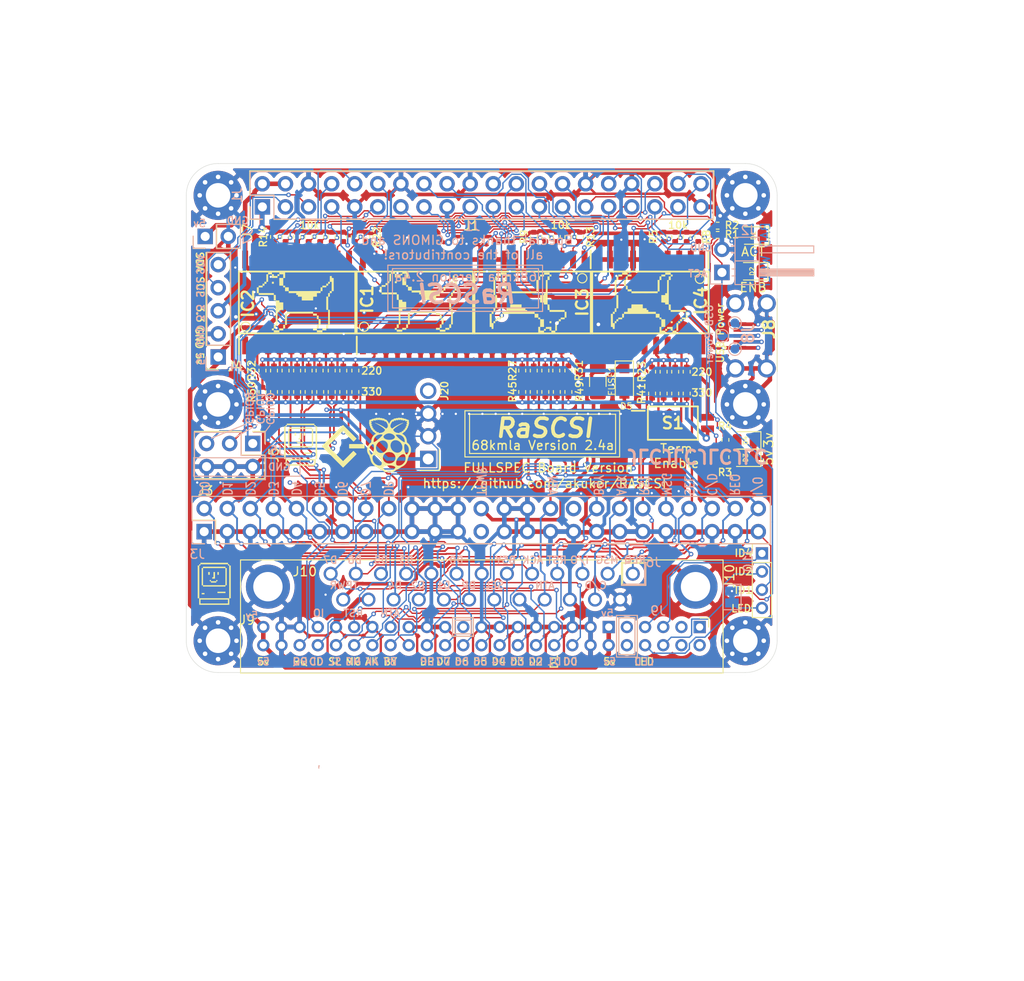
<source format=kicad_pcb>
(kicad_pcb (version 20171130) (host pcbnew "(5.1.9-16-g1737927814)-1")
  (layers (0 Top signal) (31 Bottom signal) (34 B.Paste user hide) (35 F.Paste user hide) (36 B.SilkS user) (37 F.SilkS user) (38 B.Mask user hide) (39 F.Mask user hide) (44 Edge.Cuts user hide))
  (net 0 "")
  (net 1 GND)
  (net 2 +3V3)
  (net 3 +5V)
  (net 4 C-REQ)
  (net 5 C-MSG)
  (net 6 C-BSY)
  (net 7 C-SEL)
  (net 8 C-RST)
  (net 9 C-ACK)
  (net 10 C-ATN)
  (net 11 C-DP)
  (net 12 C-D0)
  (net 13 C-D1)
  (net 14 C-D2)
  (net 15 C-D3)
  (net 16 C-D4)
  (net 17 C-D5)
  (net 18 C-D6)
  (net 19 C-D7)
  (net 20 C-I_O)
  (net 21 C-C_D)
  (net 22 TERMPOW)
  (net 23 PI-D7)
  (net 24 PI-D6)
  (net 25 PI-D5)
  (net 26 PI-D4)
  (net 27 PI-D3)
  (net 28 PI-D2)
  (net 29 PI-D1)
  (net 30 PI-D0)
  (net 31 PI-DP)
  (net 32 PI-BSY)
  (net 33 PI-MSG)
  (net 34 PI-C_D)
  (net 35 PI-REQ)
  (net 36 PI-I_O)
  (net 37 PI-ATN)
  (net 38 PI-ACK)
  (net 39 PI-RST)
  (net 40 PI-SEL)
  (net 41 "Net-(D2-Pad2)")
  (net 42 "Net-(D3-Pad2)")
  (net 43 "Net-(D4-Pad2)")
  (net 44 DBG_LED)
  (net 45 PI_SCL)
  (net 46 PI_SDA)
  (net 47 PI-ACT)
  (net 48 /TERM_GND)
  (net 49 /TERM_5v)
  (net 50 PI-IND)
  (net 51 PI-TAD)
  (net 52 PI-DTD)
  (net 53 "Net-(D5-Pad1)")
  (net 54 PI_GPIO1)
  (net 55 PI_GPIO0)
  (net 56 PI_GPIO9)
  (net 57 EXT-ACT-LED)
  (net 58 USB_Pin_4)
  (net 59 USB_Pin_3)
  (net 60 USB_Pin_2)
  (net 61 PB_LED_Pin)
  (net 62 PB_SCSIID_4)
  (net 63 PB_SCSIID_2)
  (net 64 PB_SCSIID_1)
  (net 65 "Net-(J3-Pad34)")
  (net 66 "Net-(J3-Pad25)")
  (net 67 "Net-(J9-Pad27)")
  (net 68 "Net-(J9-Pad10)")
  (net 69 "Net-(J9-Pad9)")
  (net 70 "Net-(J9-Pad4)")
  (net 71 "Net-(J9-Pad3)")
  (net 72 "Net-(J9-Pad2)")
  (net 73 "Net-(J9-Pad1)")
  (net 74 "Net-(J20-Pad4)")
  (module SamacSys_Parts:SHDRRA4W69P0X250_1X4_1000X1350X670P (layer Top) (at 201.11 75 90)
    (fp_text reference J20 (at 7.5 1.8 90) (layer F.SilkS) (effects (font (size 0.8 0.8))))
    (fp_text value 171826-4 hide)
    (pad 4 thru_hole circle (at 7.5 0 90) (size 1.8 1.8) (drill 1.2) (layers *.Cu *.Mask) (net 74 "Net-(J20-Pad4)"))
    (pad 3 thru_hole circle (at 5 0 90) (size 1.8 1.8) (drill 1.2) (layers *.Cu *.Mask) (net 1 GND))
    (pad 2 thru_hole circle (at 2.5 0 90) (size 1.8 1.8) (drill 1.2) (layers *.Cu *.Mask) (net 1 GND))
    (pad 1 thru_hole rect (at 0 0 90) (size 1.8 1.8) (drill 1.2) (layers *.Cu *.Mask) (net 3 +5V))
  )
  (module Connector_PinHeader_2.54mm:PinHeader_2x03_P2.54mm_Vertical (layer Top) (at 181.81 73.3 270)
    (fp_text reference J5 (at 1.27 -2.33 90) (layer F.SilkS))
    (fp_text value DNP)
    (pad 6 thru_hole oval (at 2.54 5.08 270) (size 1.7 1.7) (drill 1) (layers *.Cu *.Mask) (net 1 GND))
    (pad 5 thru_hole oval (at 0 5.08 270) (size 1.7 1.7) (drill 1) (layers *.Cu *.Mask) (net 56 PI_GPIO9))
    (pad 4 thru_hole oval (at 2.54 2.54 270) (size 1.7 1.7) (drill 1) (layers *.Cu *.Mask) (net 1 GND))
    (pad 3 thru_hole oval (at 0 2.54 270) (size 1.7 1.7) (drill 1) (layers *.Cu *.Mask) (net 54 PI_GPIO1))
    (pad 2 thru_hole oval (at 2.54 0 270) (size 1.7 1.7) (drill 1) (layers *.Cu *.Mask) (net 1 GND))
    (pad 1 thru_hole rect (at 0 0 270) (size 1.7 1.7) (drill 1) (layers *.Cu *.Mask) (net 55 PI_GPIO0))
  )
  (module SamacSys_Parts:L717SDB25PA4CH4F (layer Bottom) (at 223.6216 87.63 180)
    (fp_text reference J6)
    (fp_text value "CONNFLY DB-25" hide)
    (pad MH2 thru_hole circle (at 40.14 -1.42 180) (size 4.845 4.845) (drill 3.23) (layers *.Cu *.Mask) (net 1 GND))
    (pad MH1 thru_hole circle (at -6.9 -1.42 180) (size 4.845 4.845) (drill 3.23) (layers *.Cu *.Mask) (net 1 GND))
    (pad 25 thru_hole circle (at 31.855 -2.84 180) (size 1.545 1.545) (drill 1.03) (layers *.Cu *.Mask) (net 22 TERMPOW))
    (pad 24 thru_hole circle (at 29.085 -2.84 180) (size 1.545 1.545) (drill 1.03) (layers *.Cu *.Mask) (net 1 GND))
    (pad 23 thru_hole circle (at 26.315 -2.84 180) (size 1.545 1.545) (drill 1.03) (layers *.Cu *.Mask) (net 16 C-D4))
    (pad 22 thru_hole circle (at 23.545 -2.84 180) (size 1.545 1.545) (drill 1.03) (layers *.Cu *.Mask) (net 14 C-D2))
    (pad 21 thru_hole circle (at 20.775 -2.84 180) (size 1.545 1.545) (drill 1.03) (layers *.Cu *.Mask) (net 13 C-D1))
    (pad 20 thru_hole circle (at 18.005 -2.84 180) (size 1.545 1.545) (drill 1.03) (layers *.Cu *.Mask) (net 11 C-DP))
    (pad 19 thru_hole circle (at 15.235 -2.84 180) (size 1.545 1.545) (drill 1.03) (layers *.Cu *.Mask) (net 7 C-SEL))
    (pad 18 thru_hole circle (at 12.465 -2.84 180) (size 1.545 1.545) (drill 1.03) (layers *.Cu *.Mask) (net 1 GND))
    (pad 17 thru_hole circle (at 9.695 -2.84 180) (size 1.545 1.545) (drill 1.03) (layers *.Cu *.Mask) (net 10 C-ATN))
    (pad 16 thru_hole circle (at 6.925 -2.84 180) (size 1.545 1.545) (drill 1.03) (layers *.Cu *.Mask) (net 1 GND))
    (pad 15 thru_hole circle (at 4.155 -2.84 180) (size 1.545 1.545) (drill 1.03) (layers *.Cu *.Mask) (net 21 C-C_D))
    (pad 14 thru_hole circle (at 1.385 -2.84 180) (size 1.545 1.545) (drill 1.03) (layers *.Cu *.Mask) (net 1 GND))
    (pad 13 thru_hole circle (at 33.24 0 180) (size 1.545 1.545) (drill 1.03) (layers *.Cu *.Mask) (net 19 C-D7))
    (pad 12 thru_hole circle (at 30.47 0 180) (size 1.545 1.545) (drill 1.03) (layers *.Cu *.Mask) (net 18 C-D6))
    (pad 11 thru_hole circle (at 27.7 0 180) (size 1.545 1.545) (drill 1.03) (layers *.Cu *.Mask) (net 17 C-D5))
    (pad 10 thru_hole circle (at 24.93 0 180) (size 1.545 1.545) (drill 1.03) (layers *.Cu *.Mask) (net 15 C-D3))
    (pad 9 thru_hole circle (at 22.16 0 180) (size 1.545 1.545) (drill 1.03) (layers *.Cu *.Mask) (net 1 GND))
    (pad 8 thru_hole circle (at 19.39 0 180) (size 1.545 1.545) (drill 1.03) (layers *.Cu *.Mask) (net 12 C-D0))
    (pad 7 thru_hole circle (at 16.62 0 180) (size 1.545 1.545) (drill 1.03) (layers *.Cu *.Mask) (net 1 GND))
    (pad 6 thru_hole circle (at 13.85 0 180) (size 1.545 1.545) (drill 1.03) (layers *.Cu *.Mask) (net 6 C-BSY))
    (pad 5 thru_hole circle (at 11.08 0 180) (size 1.545 1.545) (drill 1.03) (layers *.Cu *.Mask) (net 9 C-ACK))
    (pad 4 thru_hole circle (at 8.31 0 180) (size 1.545 1.545) (drill 1.03) (layers *.Cu *.Mask) (net 8 C-RST))
    (pad 3 thru_hole circle (at 5.54 0 180) (size 1.545 1.545) (drill 1.03) (layers *.Cu *.Mask) (net 20 C-I_O))
    (pad 2 thru_hole circle (at 2.77 0 180) (size 1.545 1.545) (drill 1.03) (layers *.Cu *.Mask) (net 5 C-MSG))
    (pad 1 thru_hole circle (at 0 0 180) (size 1.545 1.545) (drill 1.03) (layers *.Cu *.Mask) (net 4 C-REQ))
  )
  (module Connector_PinHeader_2.00mm:PinHeader_2x25_P2.00mm_Horizontal (layer Top) (at 230.972 93.488 270)
    (fp_text reference J9 hide)
    (fp_text value Conn_02x25_Odd_Even)
    (pad 50 thru_hole oval (at 2 48 270) (size 1.35 1.35) (drill 0.8) (layers *.Cu *.Mask) (net 3 +5V))
    (pad 49 thru_hole oval (at 0 48 270) (size 1.35 1.35) (drill 0.8) (layers *.Cu *.Mask) (net 3 +5V))
    (pad 48 thru_hole oval (at 2 46 270) (size 1.35 1.35) (drill 0.8) (layers *.Cu *.Mask) (net 1 GND))
    (pad 47 thru_hole oval (at 0 46 270) (size 1.35 1.35) (drill 0.8) (layers *.Cu *.Mask) (net 1 GND))
    (pad 46 thru_hole oval (at 2 44 270) (size 1.35 1.35) (drill 0.8) (layers *.Cu *.Mask) (net 4 C-REQ))
    (pad 45 thru_hole oval (at 0 44 270) (size 1.35 1.35) (drill 0.8) (layers *.Cu *.Mask) (net 1 GND))
    (pad 44 thru_hole oval (at 2 42 270) (size 1.35 1.35) (drill 0.8) (layers *.Cu *.Mask) (net 21 C-C_D))
    (pad 43 thru_hole oval (at 0 42 270) (size 1.35 1.35) (drill 0.8) (layers *.Cu *.Mask) (net 20 C-I_O))
    (pad 42 thru_hole oval (at 2 40 270) (size 1.35 1.35) (drill 0.8) (layers *.Cu *.Mask) (net 7 C-SEL))
    (pad 41 thru_hole oval (at 0 40 270) (size 1.35 1.35) (drill 0.8) (layers *.Cu *.Mask) (net 1 GND))
    (pad 40 thru_hole oval (at 2 38 270) (size 1.35 1.35) (drill 0.8) (layers *.Cu *.Mask) (net 5 C-MSG))
    (pad 39 thru_hole oval (at 0 38 270) (size 1.35 1.35) (drill 0.8) (layers *.Cu *.Mask) (net 8 C-RST))
    (pad 38 thru_hole oval (at 2 36 270) (size 1.35 1.35) (drill 0.8) (layers *.Cu *.Mask) (net 9 C-ACK))
    (pad 37 thru_hole oval (at 0 36 270) (size 1.35 1.35) (drill 0.8) (layers *.Cu *.Mask) (net 1 GND))
    (pad 36 thru_hole oval (at 2 34 270) (size 1.35 1.35) (drill 0.8) (layers *.Cu *.Mask) (net 6 C-BSY))
    (pad 35 thru_hole oval (at 0 34 270) (size 1.35 1.35) (drill 0.8) (layers *.Cu *.Mask) (net 10 C-ATN))
    (pad 34 thru_hole oval (at 2 32 270) (size 1.35 1.35) (drill 0.8) (layers *.Cu *.Mask) (net 22 TERMPOW))
    (pad 33 thru_hole oval (at 0 32 270) (size 1.35 1.35) (drill 0.8) (layers *.Cu *.Mask) (net 1 GND))
    (pad 32 thru_hole oval (at 2 30 270) (size 1.35 1.35) (drill 0.8) (layers *.Cu *.Mask) (net 11 C-DP))
    (pad 31 thru_hole oval (at 0 30 270) (size 1.35 1.35) (drill 0.8) (layers *.Cu *.Mask) (net 1 GND))
    (pad 30 thru_hole oval (at 2 28 270) (size 1.35 1.35) (drill 0.8) (layers *.Cu *.Mask) (net 19 C-D7))
    (pad 29 thru_hole oval (at 0 28 270) (size 1.35 1.35) (drill 0.8) (layers *.Cu *.Mask) (net 1 GND))
    (pad 28 thru_hole oval (at 2 26 270) (size 1.35 1.35) (drill 0.8) (layers *.Cu *.Mask) (net 18 C-D6))
    (pad 27 thru_hole oval (at 0 26 270) (size 1.35 1.35) (drill 0.8) (layers *.Cu *.Mask) (net 67 "Net-(J9-Pad27)"))
    (pad 26 thru_hole oval (at 2 24 270) (size 1.35 1.35) (drill 0.8) (layers *.Cu *.Mask) (net 17 C-D5))
    (pad 25 thru_hole oval (at 0 24 270) (size 1.35 1.35) (drill 0.8) (layers *.Cu *.Mask) (net 1 GND))
    (pad 24 thru_hole oval (at 2 22 270) (size 1.35 1.35) (drill 0.8) (layers *.Cu *.Mask) (net 16 C-D4))
    (pad 23 thru_hole oval (at 0 22 270) (size 1.35 1.35) (drill 0.8) (layers *.Cu *.Mask) (net 1 GND))
    (pad 22 thru_hole oval (at 2 20 270) (size 1.35 1.35) (drill 0.8) (layers *.Cu *.Mask) (net 15 C-D3))
    (pad 21 thru_hole oval (at 0 20 270) (size 1.35 1.35) (drill 0.8) (layers *.Cu *.Mask) (net 1 GND))
    (pad 20 thru_hole oval (at 2 18 270) (size 1.35 1.35) (drill 0.8) (layers *.Cu *.Mask) (net 14 C-D2))
    (pad 19 thru_hole oval (at 0 18 270) (size 1.35 1.35) (drill 0.8) (layers *.Cu *.Mask) (net 1 GND))
    (pad 18 thru_hole oval (at 2 16 270) (size 1.35 1.35) (drill 0.8) (layers *.Cu *.Mask) (net 13 C-D1))
    (pad 17 thru_hole oval (at 0 16 270) (size 1.35 1.35) (drill 0.8) (layers *.Cu *.Mask) (net 1 GND))
    (pad 16 thru_hole oval (at 2 14 270) (size 1.35 1.35) (drill 0.8) (layers *.Cu *.Mask) (net 12 C-D0))
    (pad 15 thru_hole oval (at 0 14 270) (size 1.35 1.35) (drill 0.8) (layers *.Cu *.Mask) (net 1 GND))
    (pad 14 thru_hole oval (at 2 12 270) (size 1.35 1.35) (drill 0.8) (layers *.Cu *.Mask) (net 1 GND))
    (pad 13 thru_hole oval (at 0 12 270) (size 1.35 1.35) (drill 0.8) (layers *.Cu *.Mask) (net 1 GND))
    (pad 12 thru_hole oval (at 2 10 270) (size 1.35 1.35) (drill 0.8) (layers *.Cu *.Mask) (net 3 +5V))
    (pad 11 thru_hole rect (at 0 10 270) (size 1.35 1.35) (drill 0.8) (layers *.Cu *.Mask) (net 3 +5V))
    (pad 10 thru_hole oval (at 2 8 270) (size 1.35 1.35) (drill 0.8) (layers *.Cu *.Mask) (net 68 "Net-(J9-Pad10)"))
    (pad 9 thru_hole oval (at 0 8 270) (size 1.35 1.35) (drill 0.8) (layers *.Cu *.Mask) (net 69 "Net-(J9-Pad9)"))
    (pad 8 thru_hole oval (at 2 6 270) (size 1.35 1.35) (drill 0.8) (layers *.Cu *.Mask) (net 61 PB_LED_Pin))
    (pad 7 thru_hole oval (at 0 6 270) (size 1.35 1.35) (drill 0.8) (layers *.Cu *.Mask) (net 62 PB_SCSIID_4))
    (pad 6 thru_hole oval (at 2 4 270) (size 1.35 1.35) (drill 0.8) (layers *.Cu *.Mask) (net 63 PB_SCSIID_2))
    (pad 5 thru_hole oval (at 0 4 270) (size 1.35 1.35) (drill 0.8) (layers *.Cu *.Mask) (net 64 PB_SCSIID_1))
    (pad 4 thru_hole oval (at 2 2 270) (size 1.35 1.35) (drill 0.8) (layers *.Cu *.Mask) (net 70 "Net-(J9-Pad4)"))
    (pad 3 thru_hole oval (at 0 2 270) (size 1.35 1.35) (drill 0.8) (layers *.Cu *.Mask) (net 71 "Net-(J9-Pad3)"))
    (pad 2 thru_hole oval (at 2 0 270) (size 1.35 1.35) (drill 0.8) (layers *.Cu *.Mask) (net 72 "Net-(J9-Pad2)"))
    (pad 1 thru_hole rect (at 0 0 270) (size 1.35 1.35) (drill 0.8) (layers *.Cu *.Mask) (net 73 "Net-(J9-Pad1)"))
  )
  (module Connector_PinHeader_2.00mm:PinHeader_1x04_P2.00mm_Vertical (layer Top) (at 237.83 85.392)
    (fp_text reference J10 hide)
    (fp_text value Conn_01x04_Male)
    (pad 4 thru_hole oval (at 0 6) (size 1.35 1.35) (drill 0.8) (layers *.Cu *.Mask) (net 61 PB_LED_Pin))
    (pad 3 thru_hole oval (at 0 4) (size 1.35 1.35) (drill 0.8) (layers *.Cu *.Mask) (net 64 PB_SCSIID_1))
    (pad 2 thru_hole oval (at 0 2) (size 1.35 1.35) (drill 0.8) (layers *.Cu *.Mask) (net 63 PB_SCSIID_2))
    (pad 1 thru_hole rect (at 0 0) (size 1.35 1.35) (drill 0.8) (layers *.Cu *.Mask) (net 62 PB_SCSIID_4))
  )
  (module Jumper:SolderJumper-2_P1.3mm_Bridged_Pad1.0x1.5mm (layer Bottom) (at 234.528 90.186 90)
    (fp_text reference JP1 hide)
    (fp_text value SolderJumper_2_Bridged)
    (fp_poly (pts (xy -0.25 0.3) (xy 0.25 0.3) (xy 0.25 -0.3) (xy -0.25 -0.3)) (layer Bottom) (width 0))
    (pad 2 smd rect (at 0.65 0 90) (size 1 1.5) (layers Bottom B.Mask) (net 57 EXT-ACT-LED))
    (pad 1 smd rect (at -0.65 0 90) (size 1 1.5) (layers Bottom B.Mask) (net 61 PB_LED_Pin))
  )
  (module Resistor_SMD:R_0402_1005Metric (layer Top) (at 233.807 72.898 270)
    (fp_text reference R4 (at -1.508 0.041 180) (layer F.SilkS) (effects (font (size 0.8 0.8))))
    (fp_text value 2k)
    (pad 2 smd roundrect (at 0.51 0 270) (size 0.54 0.64) (layers Top F.Paste F.Mask) (net 43 "Net-(D4-Pad2)"))
    (pad 1 smd roundrect (at -0.51 0 270) (size 0.54 0.64) (layers Top F.Paste F.Mask) (net 2 +3V3))
  )
  (module Resistor_SMD:R_0402_1005Metric (layer Top) (at 233.807 74.803 270)
    (fp_text reference R3 (at 1.667 0.041 180) (layer F.SilkS) (effects (font (size 0.8 0.8))))
    (fp_text value 5.1k)
    (pad 2 smd roundrect (at 0.51 0 270) (size 0.54 0.64) (layers Top F.Paste F.Mask) (net 42 "Net-(D3-Pad2)"))
    (pad 1 smd roundrect (at -0.51 0 270) (size 0.54 0.64) (layers Top F.Paste F.Mask) (net 3 +5V))
  )
  (module Resistor_SMD:R_0402_1005Metric (layer Top) (at 232.9585 49.3395)
    (fp_text reference R2 (at 1.5695 -0.0475) (layer F.SilkS) (effects (font (size 0.8 0.8))))
    (fp_text value 2k)
    (pad 2 smd roundrect (at 0.51 0) (size 0.54 0.64) (layers Top F.Paste F.Mask) (net 41 "Net-(D2-Pad2)"))
    (pad 1 smd roundrect (at -0.51 0) (size 0.54 0.64) (layers Top F.Paste F.Mask) (net 44 DBG_LED))
  )
  (module Resistor_SMD:R_0402_1005Metric (layer Top) (at 232.9585 50.3555)
    (fp_text reference R1 (at 1.5695 -0.0475) (layer F.SilkS) (effects (font (size 0.8 0.8))))
    (fp_text value 2k)
    (pad 2 smd roundrect (at 0.51 0) (size 0.54 0.64) (layers Top F.Paste F.Mask) (net 57 EXT-ACT-LED))
    (pad 1 smd roundrect (at -0.51 0) (size 0.54 0.64) (layers Top F.Paste F.Mask) (net 47 PI-ACT))
  )
  (module Resistor_SMD:R_0402_1005Metric (layer Top) (at 193.0975 67.6275 90)
    (fp_text reference R58 hide)
    (fp_text value 330)
    (pad 2 smd roundrect (at 0.51 0 90) (size 0.54 0.64) (layers Top F.Paste F.Mask) (net 11 C-DP))
    (pad 1 smd roundrect (at -0.51 0 90) (size 0.54 0.64) (layers Top F.Paste F.Mask) (net 48 /TERM_GND))
  )
  (module Resistor_SMD:R_0402_1005Metric (layer Top) (at 191.77 67.6275 90)
    (fp_text reference R57 hide)
    (fp_text value 330)
    (pad 2 smd roundrect (at 0.51 0 90) (size 0.54 0.64) (layers Top F.Paste F.Mask) (net 12 C-D0))
    (pad 1 smd roundrect (at -0.51 0 90) (size 0.54 0.64) (layers Top F.Paste F.Mask) (net 48 /TERM_GND))
  )
  (module Resistor_SMD:R_0402_1005Metric (layer Top) (at 190.5 67.6275 90)
    (fp_text reference R56 hide)
    (fp_text value 330)
    (pad 2 smd roundrect (at 0.51 0 90) (size 0.54 0.64) (layers Top F.Paste F.Mask) (net 13 C-D1))
    (pad 1 smd roundrect (at -0.51 0 90) (size 0.54 0.64) (layers Top F.Paste F.Mask) (net 48 /TERM_GND))
  )
  (module Resistor_SMD:R_0402_1005Metric (layer Top) (at 189.23 67.6275 90)
    (fp_text reference R55 hide)
    (fp_text value 330)
    (pad 2 smd roundrect (at 0.51 0 90) (size 0.54 0.64) (layers Top F.Paste F.Mask) (net 14 C-D2))
    (pad 1 smd roundrect (at -0.51 0 90) (size 0.54 0.64) (layers Top F.Paste F.Mask) (net 48 /TERM_GND))
  )
  (module Resistor_SMD:R_0402_1005Metric (layer Top) (at 187.96 67.6275 90)
    (fp_text reference R54 hide)
    (fp_text value 330)
    (pad 2 smd roundrect (at 0.51 0 90) (size 0.54 0.64) (layers Top F.Paste F.Mask) (net 15 C-D3))
    (pad 1 smd roundrect (at -0.51 0 90) (size 0.54 0.64) (layers Top F.Paste F.Mask) (net 48 /TERM_GND))
  )
  (module Resistor_SMD:R_0402_1005Metric (layer Top) (at 186.69 67.6275 90)
    (fp_text reference R53 hide)
    (fp_text value 330)
    (pad 2 smd roundrect (at 0.51 0 90) (size 0.54 0.64) (layers Top F.Paste F.Mask) (net 16 C-D4))
    (pad 1 smd roundrect (at -0.51 0 90) (size 0.54 0.64) (layers Top F.Paste F.Mask) (net 48 /TERM_GND))
  )
  (module Resistor_SMD:R_0402_1005Metric (layer Top) (at 185.42 67.6275 90)
    (fp_text reference R52 hide)
    (fp_text value 330)
    (pad 2 smd roundrect (at 0.51 0 90) (size 0.54 0.64) (layers Top F.Paste F.Mask) (net 17 C-D5))
    (pad 1 smd roundrect (at -0.51 0 90) (size 0.54 0.64) (layers Top F.Paste F.Mask) (net 48 /TERM_GND))
  )
  (module Resistor_SMD:R_0402_1005Metric (layer Top) (at 184.15 67.6275 90)
    (fp_text reference R51 hide)
    (fp_text value 330)
    (pad 2 smd roundrect (at 0.51 0 90) (size 0.54 0.64) (layers Top F.Paste F.Mask) (net 18 C-D6))
    (pad 1 smd roundrect (at -0.51 0 90) (size 0.54 0.64) (layers Top F.Paste F.Mask) (net 48 /TERM_GND))
  )
  (module Resistor_SMD:R_0402_1005Metric (layer Top) (at 182.88 67.6275 90)
    (fp_text reference R50 (at 0 -1.17 90) (layer F.SilkS) (effects (font (size 0.8 0.8))))
    (fp_text value 330)
    (pad 2 smd roundrect (at 0.51 0 90) (size 0.54 0.64) (layers Top F.Paste F.Mask) (net 19 C-D7))
    (pad 1 smd roundrect (at -0.51 0 90) (size 0.54 0.64) (layers Top F.Paste F.Mask) (net 48 /TERM_GND))
  )
  (module Resistor_SMD:R_0402_1005Metric (layer Top) (at 216.535 67.6275 90)
    (fp_text reference R49 (at 0.0475 1.229 90) (layer F.SilkS) (effects (font (size 0.8 0.8))))
    (fp_text value 330)
    (pad 2 smd roundrect (at 0.51 0 90) (size 0.54 0.64) (layers Top F.Paste F.Mask) (net 20 C-I_O))
    (pad 1 smd roundrect (at -0.51 0 90) (size 0.54 0.64) (layers Top F.Paste F.Mask) (net 48 /TERM_GND))
  )
  (module Resistor_SMD:R_0402_1005Metric (layer Top) (at 215.265 67.6275 90)
    (fp_text reference R48 hide)
    (fp_text value 330)
    (pad 2 smd roundrect (at 0.51 0 90) (size 0.54 0.64) (layers Top F.Paste F.Mask) (net 4 C-REQ))
    (pad 1 smd roundrect (at -0.51 0 90) (size 0.54 0.64) (layers Top F.Paste F.Mask) (net 48 /TERM_GND))
  )
  (module Resistor_SMD:R_0402_1005Metric (layer Top) (at 213.995 67.6275 90)
    (fp_text reference R47 hide)
    (fp_text value 330)
    (pad 2 smd roundrect (at 0.51 0 90) (size 0.54 0.64) (layers Top F.Paste F.Mask) (net 21 C-C_D))
    (pad 1 smd roundrect (at -0.51 0 90) (size 0.54 0.64) (layers Top F.Paste F.Mask) (net 48 /TERM_GND))
  )
  (module Resistor_SMD:R_0402_1005Metric (layer Top) (at 212.725 67.6275 90)
    (fp_text reference R46 hide)
    (fp_text value 330)
    (pad 2 smd roundrect (at 0.51 0 90) (size 0.54 0.64) (layers Top F.Paste F.Mask) (net 5 C-MSG))
    (pad 1 smd roundrect (at -0.51 0 90) (size 0.54 0.64) (layers Top F.Paste F.Mask) (net 48 /TERM_GND))
  )
  (module Resistor_SMD:R_0402_1005Metric (layer Top) (at 211.455 67.6275 90)
    (fp_text reference R45 (at 0 -1.057 90) (layer F.SilkS) (effects (font (size 0.8 0.8))))
    (fp_text value 330)
    (pad 2 smd roundrect (at 0.51 0 90) (size 0.54 0.64) (layers Top F.Paste F.Mask) (net 6 C-BSY))
    (pad 1 smd roundrect (at -0.51 0 90) (size 0.54 0.64) (layers Top F.Paste F.Mask) (net 48 /TERM_GND))
  )
  (module Resistor_SMD:R_0402_1005Metric (layer Top) (at 229.5525 67.802501 90)
    (fp_text reference R44 hide)
    (fp_text value 330)
    (pad 2 smd roundrect (at 0.51 0 90) (size 0.54 0.64) (layers Top F.Paste F.Mask) (net 7 C-SEL))
    (pad 1 smd roundrect (at -0.51 0 90) (size 0.54 0.64) (layers Top F.Paste F.Mask) (net 48 /TERM_GND))
  )
  (module Resistor_SMD:R_0402_1005Metric (layer Top) (at 228.2825 67.802501 90)
    (fp_text reference R43 hide)
    (fp_text value 330)
    (pad 2 smd roundrect (at 0.51 0 90) (size 0.54 0.64) (layers Top F.Paste F.Mask) (net 8 C-RST))
    (pad 1 smd roundrect (at -0.51 0 90) (size 0.54 0.64) (layers Top F.Paste F.Mask) (net 48 /TERM_GND))
  )
  (module Resistor_SMD:R_0402_1005Metric (layer Top) (at 227.0125 67.802501 90)
    (fp_text reference R42 hide)
    (fp_text value 330)
    (pad 2 smd roundrect (at 0.51 0 90) (size 0.54 0.64) (layers Top F.Paste F.Mask) (net 9 C-ACK))
    (pad 1 smd roundrect (at -0.51 0 90) (size 0.54 0.64) (layers Top F.Paste F.Mask) (net 48 /TERM_GND))
  )
  (module Resistor_SMD:R_0402_1005Metric (layer Top) (at 225.7425 67.802501 90)
    (fp_text reference R41 (at 0 -1.17 90) (layer F.SilkS) (effects (font (size 0.8 0.8))))
    (fp_text value 330)
    (pad 2 smd roundrect (at 0.51 0 90) (size 0.54 0.64) (layers Top F.Paste F.Mask) (net 10 C-ATN))
    (pad 1 smd roundrect (at -0.51 0 90) (size 0.54 0.64) (layers Top F.Paste F.Mask) (net 48 /TERM_GND))
  )
  (module Resistor_SMD:R_0402_1005Metric (layer Top) (at 193.0975 65.278 270)
    (fp_text reference R40 hide)
    (fp_text value 220)
    (pad 2 smd roundrect (at 0.51 0 270) (size 0.54 0.64) (layers Top F.Paste F.Mask) (net 11 C-DP))
    (pad 1 smd roundrect (at -0.51 0 270) (size 0.54 0.64) (layers Top F.Paste F.Mask) (net 49 /TERM_5v))
  )
  (module Resistor_SMD:R_0402_1005Metric (layer Top) (at 191.77 65.278 270)
    (fp_text reference R39 hide)
    (fp_text value 220)
    (pad 2 smd roundrect (at 0.51 0 270) (size 0.54 0.64) (layers Top F.Paste F.Mask) (net 12 C-D0))
    (pad 1 smd roundrect (at -0.51 0 270) (size 0.54 0.64) (layers Top F.Paste F.Mask) (net 49 /TERM_5v))
  )
  (module Resistor_SMD:R_0402_1005Metric (layer Top) (at 190.5 65.278 270)
    (fp_text reference R38 hide)
    (fp_text value 220)
    (pad 2 smd roundrect (at 0.51 0 270) (size 0.54 0.64) (layers Top F.Paste F.Mask) (net 13 C-D1))
    (pad 1 smd roundrect (at -0.51 0 270) (size 0.54 0.64) (layers Top F.Paste F.Mask) (net 49 /TERM_5v))
  )
  (module Resistor_SMD:R_0402_1005Metric (layer Top) (at 189.1665 65.278 270)
    (fp_text reference R37 hide)
    (fp_text value 220)
    (pad 2 smd roundrect (at 0.51 0 270) (size 0.54 0.64) (layers Top F.Paste F.Mask) (net 14 C-D2))
    (pad 1 smd roundrect (at -0.51 0 270) (size 0.54 0.64) (layers Top F.Paste F.Mask) (net 49 /TERM_5v))
  )
  (module Resistor_SMD:R_0402_1005Metric (layer Top) (at 187.96 65.278 270)
    (fp_text reference R36 hide)
    (fp_text value 220)
    (pad 2 smd roundrect (at 0.51 0 270) (size 0.54 0.64) (layers Top F.Paste F.Mask) (net 15 C-D3))
    (pad 1 smd roundrect (at -0.51 0 270) (size 0.54 0.64) (layers Top F.Paste F.Mask) (net 49 /TERM_5v))
  )
  (module Resistor_SMD:R_0402_1005Metric (layer Top) (at 186.69 65.278 270)
    (fp_text reference R35 hide)
    (fp_text value 220)
    (pad 2 smd roundrect (at 0.51 0 270) (size 0.54 0.64) (layers Top F.Paste F.Mask) (net 16 C-D4))
    (pad 1 smd roundrect (at -0.51 0 270) (size 0.54 0.64) (layers Top F.Paste F.Mask) (net 49 /TERM_5v))
  )
  (module Resistor_SMD:R_0402_1005Metric (layer Top) (at 185.42 65.278 270)
    (fp_text reference R34 hide)
    (fp_text value 220)
    (pad 2 smd roundrect (at 0.51 0 270) (size 0.54 0.64) (layers Top F.Paste F.Mask) (net 17 C-D5))
    (pad 1 smd roundrect (at -0.51 0 270) (size 0.54 0.64) (layers Top F.Paste F.Mask) (net 49 /TERM_5v))
  )
  (module Resistor_SMD:R_0402_1005Metric (layer Top) (at 184.15 65.278 270)
    (fp_text reference R33 hide)
    (fp_text value 220)
    (pad 2 smd roundrect (at 0.51 0 270) (size 0.54 0.64) (layers Top F.Paste F.Mask) (net 18 C-D6))
    (pad 1 smd roundrect (at -0.51 0 270) (size 0.54 0.64) (layers Top F.Paste F.Mask) (net 49 /TERM_5v))
  )
  (module Resistor_SMD:R_0402_1005Metric (layer Top) (at 182.88 65.278 270)
    (fp_text reference R32 (at 0 1.184 90) (layer F.SilkS) (effects (font (size 0.8 0.8))))
    (fp_text value 220)
    (pad 2 smd roundrect (at 0.51 0 270) (size 0.54 0.64) (layers Top F.Paste F.Mask) (net 19 C-D7))
    (pad 1 smd roundrect (at -0.51 0 270) (size 0.54 0.64) (layers Top F.Paste F.Mask) (net 49 /TERM_5v))
  )
  (module Resistor_SMD:R_0402_1005Metric (layer Top) (at 216.535 65.278 270)
    (fp_text reference R31 (at 0 -1.17 90) (layer F.SilkS) (effects (font (size 0.8 0.8))))
    (fp_text value 220)
    (pad 2 smd roundrect (at 0.51 0 270) (size 0.54 0.64) (layers Top F.Paste F.Mask) (net 20 C-I_O))
    (pad 1 smd roundrect (at -0.51 0 270) (size 0.54 0.64) (layers Top F.Paste F.Mask) (net 49 /TERM_5v))
  )
  (module Resistor_SMD:R_0402_1005Metric (layer Top) (at 215.2015 65.278 270)
    (fp_text reference R30 hide)
    (fp_text value 220)
    (pad 2 smd roundrect (at 0.51 0 270) (size 0.54 0.64) (layers Top F.Paste F.Mask) (net 4 C-REQ))
    (pad 1 smd roundrect (at -0.51 0 270) (size 0.54 0.64) (layers Top F.Paste F.Mask) (net 49 /TERM_5v))
  )
  (module Resistor_SMD:R_0402_1005Metric (layer Top) (at 213.995 65.278 270)
    (fp_text reference R29 hide)
    (fp_text value 220)
    (pad 2 smd roundrect (at 0.51 0 270) (size 0.54 0.64) (layers Top F.Paste F.Mask) (net 21 C-C_D))
    (pad 1 smd roundrect (at -0.51 0 270) (size 0.54 0.64) (layers Top F.Paste F.Mask) (net 49 /TERM_5v))
  )
  (module Resistor_SMD:R_0402_1005Metric (layer Top) (at 212.725 65.278 270)
    (fp_text reference R28 hide)
    (fp_text value 220)
    (pad 2 smd roundrect (at 0.51 0 270) (size 0.54 0.64) (layers Top F.Paste F.Mask) (net 5 C-MSG))
    (pad 1 smd roundrect (at -0.51 0 270) (size 0.54 0.64) (layers Top F.Paste F.Mask) (net 49 /TERM_5v))
  )
  (module Resistor_SMD:R_0402_1005Metric (layer Top) (at 211.455 65.278 270)
    (fp_text reference R27 (at 0 1.057 90) (layer F.SilkS) (effects (font (size 0.8 0.8))))
    (fp_text value 220)
    (pad 2 smd roundrect (at 0.51 0 270) (size 0.54 0.64) (layers Top F.Paste F.Mask) (net 6 C-BSY))
    (pad 1 smd roundrect (at -0.51 0 270) (size 0.54 0.64) (layers Top F.Paste F.Mask) (net 49 /TERM_5v))
  )
  (module Resistor_SMD:R_0402_1005Metric (layer Top) (at 229.5525 65.405 270)
    (fp_text reference R26 hide)
    (fp_text value 220)
    (pad 2 smd roundrect (at 0.51 0 270) (size 0.54 0.64) (layers Top F.Paste F.Mask) (net 7 C-SEL))
    (pad 1 smd roundrect (at -0.51 0 270) (size 0.54 0.64) (layers Top F.Paste F.Mask) (net 49 /TERM_5v))
  )
  (module Resistor_SMD:R_0402_1005Metric (layer Top) (at 228.2825 65.405 270)
    (fp_text reference R25 hide)
    (fp_text value 220)
    (pad 2 smd roundrect (at 0.51 0 270) (size 0.54 0.64) (layers Top F.Paste F.Mask) (net 8 C-RST))
    (pad 1 smd roundrect (at -0.51 0 270) (size 0.54 0.64) (layers Top F.Paste F.Mask) (net 49 /TERM_5v))
  )
  (module Resistor_SMD:R_0402_1005Metric (layer Top) (at 227.0125 65.405 270)
    (fp_text reference R24 hide)
    (fp_text value 220)
    (pad 2 smd roundrect (at 0.51 0 270) (size 0.54 0.64) (layers Top F.Paste F.Mask) (net 9 C-ACK))
    (pad 1 smd roundrect (at -0.51 0 270) (size 0.54 0.64) (layers Top F.Paste F.Mask) (net 49 /TERM_5v))
  )
  (module Resistor_SMD:R_0402_1005Metric (layer Top) (at 225.7425 65.405 270)
    (fp_text reference R23 (at 0 1.1205 90) (layer F.SilkS) (effects (font (size 0.8 0.8))))
    (fp_text value 220)
    (pad 2 smd roundrect (at 0.51 0 270) (size 0.54 0.64) (layers Top F.Paste F.Mask) (net 10 C-ATN))
    (pad 1 smd roundrect (at -0.51 0 270) (size 0.54 0.64) (layers Top F.Paste F.Mask) (net 49 /TERM_5v))
  )
  (module Resistor_SMD:R_0402_1005Metric (layer Top) (at 194.31 50.569 270)
    (fp_text reference R22 (at 0 -1.17 90) (layer F.SilkS) (effects (font (size 0.8 0.8))))
    (fp_text value 10k)
    (pad 2 smd roundrect (at 0.51 0 270) (size 0.54 0.64) (layers Top F.Paste F.Mask) (net 31 PI-DP))
    (pad 1 smd roundrect (at -0.51 0 270) (size 0.54 0.64) (layers Top F.Paste F.Mask) (net 2 +3V3))
  )
  (module Resistor_SMD:R_0402_1005Metric (layer Top) (at 193.04 50.569 270)
    (fp_text reference R21 hide)
    (fp_text value 10k)
    (pad 2 smd roundrect (at 0.51 0 270) (size 0.54 0.64) (layers Top F.Paste F.Mask) (net 30 PI-D0))
    (pad 1 smd roundrect (at -0.51 0 270) (size 0.54 0.64) (layers Top F.Paste F.Mask) (net 2 +3V3))
  )
  (module Resistor_SMD:R_0402_1005Metric (layer Top) (at 191.77 50.569 270)
    (fp_text reference R20 hide)
    (fp_text value 10k)
    (pad 2 smd roundrect (at 0.51 0 270) (size 0.54 0.64) (layers Top F.Paste F.Mask) (net 29 PI-D1))
    (pad 1 smd roundrect (at -0.51 0 270) (size 0.54 0.64) (layers Top F.Paste F.Mask) (net 2 +3V3))
  )
  (module Resistor_SMD:R_0402_1005Metric (layer Top) (at 190.5 50.569 270)
    (fp_text reference R19 hide)
    (fp_text value 10k)
    (pad 2 smd roundrect (at 0.51 0 270) (size 0.54 0.64) (layers Top F.Paste F.Mask) (net 28 PI-D2))
    (pad 1 smd roundrect (at -0.51 0 270) (size 0.54 0.64) (layers Top F.Paste F.Mask) (net 2 +3V3))
  )
  (module Resistor_SMD:R_0402_1005Metric (layer Top) (at 189.23 50.569 270)
    (fp_text reference R18 hide)
    (fp_text value 10k)
    (pad 2 smd roundrect (at 0.51 0 270) (size 0.54 0.64) (layers Top F.Paste F.Mask) (net 27 PI-D3))
    (pad 1 smd roundrect (at -0.51 0 270) (size 0.54 0.64) (layers Top F.Paste F.Mask) (net 2 +3V3))
  )
  (module Resistor_SMD:R_0402_1005Metric (layer Top) (at 187.96 50.569 270)
    (fp_text reference R17 hide)
    (fp_text value 10k)
    (pad 2 smd roundrect (at 0.51 0 270) (size 0.54 0.64) (layers Top F.Paste F.Mask) (net 26 PI-D4))
    (pad 1 smd roundrect (at -0.51 0 270) (size 0.54 0.64) (layers Top F.Paste F.Mask) (net 2 +3V3))
  )
  (module Resistor_SMD:R_0402_1005Metric (layer Top) (at 186.69 50.569 270)
    (fp_text reference R16 hide)
    (fp_text value 10k)
    (pad 2 smd roundrect (at 0.51 0 270) (size 0.54 0.64) (layers Top F.Paste F.Mask) (net 25 PI-D5))
    (pad 1 smd roundrect (at -0.51 0 270) (size 0.54 0.64) (layers Top F.Paste F.Mask) (net 2 +3V3))
  )
  (module Resistor_SMD:R_0402_1005Metric (layer Top) (at 185.42 50.569 270)
    (fp_text reference R15 hide)
    (fp_text value 10k)
    (pad 2 smd roundrect (at 0.51 0 270) (size 0.54 0.64) (layers Top F.Paste F.Mask) (net 24 PI-D6))
    (pad 1 smd roundrect (at -0.51 0 270) (size 0.54 0.64) (layers Top F.Paste F.Mask) (net 2 +3V3))
  )
  (module Resistor_SMD:R_0402_1005Metric (layer Top) (at 184.15 50.569 270)
    (fp_text reference R14 (at -0.007 1.184 90) (layer F.SilkS) (effects (font (size 0.8 0.8))))
    (fp_text value 10k)
    (pad 2 smd roundrect (at 0.51 0 270) (size 0.54 0.64) (layers Top F.Paste F.Mask) (net 23 PI-D7))
    (pad 1 smd roundrect (at -0.51 0 270) (size 0.54 0.64) (layers Top F.Paste F.Mask) (net 2 +3V3))
  )
  (module Resistor_SMD:R_0402_1005Metric (layer Top) (at 217.805 50.569 270)
    (fp_text reference R13 (at 0 -1.17 90) (layer F.SilkS) (effects (font (size 0.8 0.8))))
    (fp_text value 10k)
    (pad 2 smd roundrect (at 0.51 0 270) (size 0.54 0.64) (layers Top F.Paste F.Mask) (net 36 PI-I_O))
    (pad 1 smd roundrect (at -0.51 0 270) (size 0.54 0.64) (layers Top F.Paste F.Mask) (net 2 +3V3))
  )
  (module Resistor_SMD:R_0402_1005Metric (layer Top) (at 216.535 50.569 270)
    (fp_text reference R12 hide)
    (fp_text value 10k)
    (pad 2 smd roundrect (at 0.51 0 270) (size 0.54 0.64) (layers Top F.Paste F.Mask) (net 35 PI-REQ))
    (pad 1 smd roundrect (at -0.51 0 270) (size 0.54 0.64) (layers Top F.Paste F.Mask) (net 2 +3V3))
  )
  (module Resistor_SMD:R_0402_1005Metric (layer Top) (at 215.265 50.569 270)
    (fp_text reference R11 hide)
    (fp_text value 10k)
    (pad 2 smd roundrect (at 0.51 0 270) (size 0.54 0.64) (layers Top F.Paste F.Mask) (net 34 PI-C_D))
    (pad 1 smd roundrect (at -0.51 0 270) (size 0.54 0.64) (layers Top F.Paste F.Mask) (net 2 +3V3))
  )
  (module Resistor_SMD:R_0402_1005Metric (layer Top) (at 213.995 50.569 270)
    (fp_text reference R10 hide)
    (fp_text value 10k)
    (pad 2 smd roundrect (at 0.51 0 270) (size 0.54 0.64) (layers Top F.Paste F.Mask) (net 33 PI-MSG))
    (pad 1 smd roundrect (at -0.51 0 270) (size 0.54 0.64) (layers Top F.Paste F.Mask) (net 2 +3V3))
  )
  (module Resistor_SMD:R_0402_1005Metric (layer Top) (at 212.725 50.569 270)
    (fp_text reference R9 (at -0.007 1.057 90) (layer F.SilkS) (effects (font (size 0.8 0.8))))
    (fp_text value 10k)
    (pad 2 smd roundrect (at 0.51 0 270) (size 0.54 0.64) (layers Top F.Paste F.Mask) (net 32 PI-BSY))
    (pad 1 smd roundrect (at -0.51 0 270) (size 0.54 0.64) (layers Top F.Paste F.Mask) (net 2 +3V3))
  )
  (module Resistor_SMD:R_0402_1005Metric (layer Top) (at 230.8225 50.569 270)
    (fp_text reference R8 (at -0.007 -0.9115 270) (layer F.SilkS) (effects (font (size 0.8 0.8))))
    (fp_text value 10k)
    (pad 2 smd roundrect (at 0.51 0 270) (size 0.54 0.64) (layers Top F.Paste F.Mask) (net 40 PI-SEL))
    (pad 1 smd roundrect (at -0.51 0 270) (size 0.54 0.64) (layers Top F.Paste F.Mask) (net 2 +3V3))
  )
  (module Resistor_SMD:R_0402_1005Metric (layer Top) (at 229.5525 50.569 270)
    (fp_text reference R7 hide)
    (fp_text value 10k)
    (pad 2 smd roundrect (at 0.51 0 270) (size 0.54 0.64) (layers Top F.Paste F.Mask) (net 39 PI-RST))
    (pad 1 smd roundrect (at -0.51 0 270) (size 0.54 0.64) (layers Top F.Paste F.Mask) (net 2 +3V3))
  )
  (module Resistor_SMD:R_0402_1005Metric (layer Top) (at 228.2825 50.569 270)
    (fp_text reference R6 hide)
    (fp_text value 10k)
    (pad 2 smd roundrect (at 0.51 0 270) (size 0.54 0.64) (layers Top F.Paste F.Mask) (net 38 PI-ACK))
    (pad 1 smd roundrect (at -0.51 0 270) (size 0.54 0.64) (layers Top F.Paste F.Mask) (net 2 +3V3))
  )
  (module Resistor_SMD:R_0402_1005Metric (layer Top) (at 227.0125 50.569 270)
    (fp_text reference R5 (at -0.007 1.1205 90) (layer F.SilkS) (effects (font (size 0.8 0.8))))
    (fp_text value 10k)
    (pad 2 smd roundrect (at 0.51 0 270) (size 0.54 0.64) (layers Top F.Paste F.Mask) (net 37 PI-ATN))
    (pad 1 smd roundrect (at -0.51 0 270) (size 0.54 0.64) (layers Top F.Paste F.Mask) (net 2 +3V3))
  )
  (module Connector_PinHeader_2.54mm:PinHeader_2x25_P2.54mm_Vertical (layer Top) (at 176.4665 82.9945 90)
    (fp_text reference J3 (at 4.4925 0.1495 180) (layer F.SilkS))
    (fp_text value Conn_02x25_Odd_Even)
    (pad 50 thru_hole oval (at 2.54 60.96 90) (size 1.7 1.7) (drill 1) (layers *.Cu *.Mask) (net 20 C-I_O))
    (pad 49 thru_hole oval (at 0 60.96 90) (size 1.7 1.7) (drill 1) (layers *.Cu *.Mask) (net 1 GND))
    (pad 48 thru_hole oval (at 2.54 58.42 90) (size 1.7 1.7) (drill 1) (layers *.Cu *.Mask) (net 4 C-REQ))
    (pad 47 thru_hole oval (at 0 58.42 90) (size 1.7 1.7) (drill 1) (layers *.Cu *.Mask) (net 1 GND))
    (pad 46 thru_hole oval (at 2.54 55.88 90) (size 1.7 1.7) (drill 1) (layers *.Cu *.Mask) (net 21 C-C_D))
    (pad 45 thru_hole oval (at 0 55.88 90) (size 1.7 1.7) (drill 1) (layers *.Cu *.Mask) (net 1 GND))
    (pad 44 thru_hole oval (at 2.54 53.34 90) (size 1.7 1.7) (drill 1) (layers *.Cu *.Mask) (net 7 C-SEL))
    (pad 43 thru_hole oval (at 0 53.34 90) (size 1.7 1.7) (drill 1) (layers *.Cu *.Mask) (net 1 GND))
    (pad 42 thru_hole oval (at 2.54 50.8 90) (size 1.7 1.7) (drill 1) (layers *.Cu *.Mask) (net 5 C-MSG))
    (pad 41 thru_hole oval (at 0 50.8 90) (size 1.7 1.7) (drill 1) (layers *.Cu *.Mask) (net 1 GND))
    (pad 40 thru_hole oval (at 2.54 48.26 90) (size 1.7 1.7) (drill 1) (layers *.Cu *.Mask) (net 8 C-RST))
    (pad 39 thru_hole oval (at 0 48.26 90) (size 1.7 1.7) (drill 1) (layers *.Cu *.Mask) (net 1 GND))
    (pad 38 thru_hole oval (at 2.54 45.72 90) (size 1.7 1.7) (drill 1) (layers *.Cu *.Mask) (net 9 C-ACK))
    (pad 37 thru_hole oval (at 0 45.72 90) (size 1.7 1.7) (drill 1) (layers *.Cu *.Mask) (net 1 GND))
    (pad 36 thru_hole oval (at 2.54 43.18 90) (size 1.7 1.7) (drill 1) (layers *.Cu *.Mask) (net 6 C-BSY))
    (pad 35 thru_hole oval (at 0 43.18 90) (size 1.7 1.7) (drill 1) (layers *.Cu *.Mask) (net 1 GND))
    (pad 34 thru_hole oval (at 2.54 40.64 90) (size 1.7 1.7) (drill 1) (layers *.Cu *.Mask) (net 65 "Net-(J3-Pad34)"))
    (pad 33 thru_hole oval (at 0 40.64 90) (size 1.7 1.7) (drill 1) (layers *.Cu *.Mask) (net 1 GND))
    (pad 32 thru_hole oval (at 2.54 38.1 90) (size 1.7 1.7) (drill 1) (layers *.Cu *.Mask) (net 10 C-ATN))
    (pad 31 thru_hole oval (at 0 38.1 90) (size 1.7 1.7) (drill 1) (layers *.Cu *.Mask) (net 1 GND))
    (pad 30 thru_hole oval (at 2.54 35.56 90) (size 1.7 1.7) (drill 1) (layers *.Cu *.Mask) (net 1 GND))
    (pad 29 thru_hole oval (at 0 35.56 90) (size 1.7 1.7) (drill 1) (layers *.Cu *.Mask) (net 1 GND))
    (pad 28 thru_hole oval (at 2.54 33.02 90) (size 1.7 1.7) (drill 1) (layers *.Cu *.Mask) (net 1 GND))
    (pad 27 thru_hole oval (at 0 33.02 90) (size 1.7 1.7) (drill 1) (layers *.Cu *.Mask) (net 1 GND))
    (pad 26 thru_hole oval (at 2.54 30.48 90) (size 1.7 1.7) (drill 1) (layers *.Cu *.Mask) (net 22 TERMPOW))
    (pad 25 thru_hole oval (at 0 30.48 90) (size 1.7 1.7) (drill 1) (layers *.Cu *.Mask) (net 66 "Net-(J3-Pad25)"))
    (pad 24 thru_hole oval (at 2.54 27.94 90) (size 1.7 1.7) (drill 1) (layers *.Cu *.Mask) (net 1 GND))
    (pad 23 thru_hole oval (at 0 27.94 90) (size 1.7 1.7) (drill 1) (layers *.Cu *.Mask) (net 1 GND))
    (pad 22 thru_hole oval (at 2.54 25.4 90) (size 1.7 1.7) (drill 1) (layers *.Cu *.Mask) (net 1 GND))
    (pad 21 thru_hole oval (at 0 25.4 90) (size 1.7 1.7) (drill 1) (layers *.Cu *.Mask) (net 1 GND))
    (pad 20 thru_hole oval (at 2.54 22.86 90) (size 1.7 1.7) (drill 1) (layers *.Cu *.Mask) (net 1 GND))
    (pad 19 thru_hole oval (at 0 22.86 90) (size 1.7 1.7) (drill 1) (layers *.Cu *.Mask) (net 1 GND))
    (pad 18 thru_hole oval (at 2.54 20.32 90) (size 1.7 1.7) (drill 1) (layers *.Cu *.Mask) (net 11 C-DP))
    (pad 17 thru_hole oval (at 0 20.32 90) (size 1.7 1.7) (drill 1) (layers *.Cu *.Mask) (net 1 GND))
    (pad 16 thru_hole oval (at 2.54 17.78 90) (size 1.7 1.7) (drill 1) (layers *.Cu *.Mask) (net 19 C-D7))
    (pad 15 thru_hole oval (at 0 17.78 90) (size 1.7 1.7) (drill 1) (layers *.Cu *.Mask) (net 1 GND))
    (pad 14 thru_hole oval (at 2.54 15.24 90) (size 1.7 1.7) (drill 1) (layers *.Cu *.Mask) (net 18 C-D6))
    (pad 13 thru_hole oval (at 0 15.24 90) (size 1.7 1.7) (drill 1) (layers *.Cu *.Mask) (net 1 GND))
    (pad 12 thru_hole oval (at 2.54 12.7 90) (size 1.7 1.7) (drill 1) (layers *.Cu *.Mask) (net 17 C-D5))
    (pad 11 thru_hole oval (at 0 12.7 90) (size 1.7 1.7) (drill 1) (layers *.Cu *.Mask) (net 1 GND))
    (pad 10 thru_hole oval (at 2.54 10.16 90) (size 1.7 1.7) (drill 1) (layers *.Cu *.Mask) (net 16 C-D4))
    (pad 9 thru_hole oval (at 0 10.16 90) (size 1.7 1.7) (drill 1) (layers *.Cu *.Mask) (net 1 GND))
    (pad 8 thru_hole oval (at 2.54 7.62 90) (size 1.7 1.7) (drill 1) (layers *.Cu *.Mask) (net 15 C-D3))
    (pad 7 thru_hole oval (at 0 7.62 90) (size 1.7 1.7) (drill 1) (layers *.Cu *.Mask) (net 1 GND))
    (pad 6 thru_hole oval (at 2.54 5.08 90) (size 1.7 1.7) (drill 1) (layers *.Cu *.Mask) (net 14 C-D2))
    (pad 5 thru_hole oval (at 0 5.08 90) (size 1.7 1.7) (drill 1) (layers *.Cu *.Mask) (net 1 GND))
    (pad 4 thru_hole oval (at 2.54 2.54 90) (size 1.7 1.7) (drill 1) (layers *.Cu *.Mask) (net 13 C-D1))
    (pad 3 thru_hole oval (at 0 2.54 90) (size 1.7 1.7) (drill 1) (layers *.Cu *.Mask) (net 1 GND))
    (pad 2 thru_hole oval (at 2.54 0 90) (size 1.7 1.7) (drill 1) (layers *.Cu *.Mask) (net 12 C-D0))
    (pad 1 thru_hole rect (at 0 0 90) (size 1.7 1.7) (drill 1) (layers *.Cu *.Mask) (net 1 GND))
  )
  (module SamacSys_Parts:SOIC127P1030X265-20N (layer Top) (at 212.598 57.785 270)
    (fp_text reference IC3 (at -0.015 -5.462 90) (layer F.SilkS) (effects (font (size 1.27 1.27) (thickness 0.254))))
    (fp_text value SN74LS641-1DW hide)
    (pad 20 smd rect (at 4.725 -5.715) (size 0.65 1.95) (layers Top F.Paste F.Mask) (net 3 +5V))
    (pad 19 smd rect (at 4.725 -4.445) (size 0.65 1.95) (layers Top F.Paste F.Mask) (net 1 GND))
    (pad 18 smd rect (at 4.725 -3.175) (size 0.65 1.95) (layers Top F.Paste F.Mask) (net 20 C-I_O))
    (pad 17 smd rect (at 4.725 -1.905) (size 0.65 1.95) (layers Top F.Paste F.Mask) (net 4 C-REQ))
    (pad 16 smd rect (at 4.725 -0.635) (size 0.65 1.95) (layers Top F.Paste F.Mask) (net 21 C-C_D))
    (pad 15 smd rect (at 4.725 0.635) (size 0.65 1.95) (layers Top F.Paste F.Mask) (net 5 C-MSG))
    (pad 14 smd rect (at 4.725 1.905) (size 0.65 1.95) (layers Top F.Paste F.Mask) (net 6 C-BSY))
    (pad 13 smd rect (at 4.725 3.175) (size 0.65 1.95) (layers Top F.Paste F.Mask) (net 1 GND))
    (pad 12 smd rect (at 4.725 4.445) (size 0.65 1.95) (layers Top F.Paste F.Mask) (net 1 GND))
    (pad 11 smd rect (at 4.725 5.715) (size 0.65 1.95) (layers Top F.Paste F.Mask) (net 1 GND))
    (pad 10 smd rect (at -4.725 5.715) (size 0.65 1.95) (layers Top F.Paste F.Mask) (net 1 GND))
    (pad 9 smd rect (at -4.725 4.445) (size 0.65 1.95) (layers Top F.Paste F.Mask) (net 1 GND))
    (pad 8 smd rect (at -4.725 3.175) (size 0.65 1.95) (layers Top F.Paste F.Mask) (net 1 GND))
    (pad 7 smd rect (at -4.725 1.905) (size 0.65 1.95) (layers Top F.Paste F.Mask) (net 1 GND))
    (pad 6 smd rect (at -4.725 0.635) (size 0.65 1.95) (layers Top F.Paste F.Mask) (net 32 PI-BSY))
    (pad 5 smd rect (at -4.725 -0.635) (size 0.65 1.95) (layers Top F.Paste F.Mask) (net 33 PI-MSG))
    (pad 4 smd rect (at -4.725 -1.905) (size 0.65 1.95) (layers Top F.Paste F.Mask) (net 34 PI-C_D))
    (pad 3 smd rect (at -4.725 -3.175) (size 0.65 1.95) (layers Top F.Paste F.Mask) (net 35 PI-REQ))
    (pad 2 smd rect (at -4.725 -4.445) (size 0.65 1.95) (layers Top F.Paste F.Mask) (net 36 PI-I_O))
    (pad 1 smd rect (at -4.725 -5.715) (size 0.65 1.95) (layers Top F.Paste F.Mask) (net 51 PI-TAD))
  )
  (module TestPoint:TestPoint_Pad_D1.0mm (layer Bottom) (at 234.85 60.05 90)
    (fp_text reference TP1 hide)
    (fp_text value TestPoint)
    (pad 1 smd circle (at 0 0 90) (size 1 1) (layers Bottom B.Mask) (net 58 USB_Pin_4))
  )
  (module TestPoint:TestPoint_Pad_D1.0mm (layer Bottom) (at 233.46 61.46 90)
    (fp_text reference TP2 hide)
    (fp_text value TestPoint hide)
    (pad 1 smd circle (at 0 0 90) (size 1 1) (layers Bottom B.Mask) (net 59 USB_Pin_3))
  )
  (module TestPoint:TestPoint_Pad_D1.0mm (layer Bottom) (at 234.85 62.91 90)
    (fp_text reference TP3 hide)
    (fp_text value TestPoint)
    (pad 1 smd circle (at 0 0 90) (size 1 1) (layers Bottom B.Mask) (net 60 USB_Pin_2))
  )
  (module SamacSys_Parts:U254051N4BH806 (layer Top) (at 237.39 61.46 90)
    (fp_text reference J8 (at 0.738 1.202 90) (layer F.SilkS) (effects (font (size 1.27 1.27) (thickness 0.254))))
    (fp_text value USB_B_Micro hide)
    (pad MH6 np_thru_hole circle (at 2 -1.165 90) (size 0.65 0) (drill 0.65) (layers *.Cu *.Mask))
    (pad MH5 np_thru_hole circle (at -2 -1.165 90) (size 0.65 0) (drill 0.65) (layers *.Cu *.Mask))
    (pad MH4 thru_hole circle (at -3.575 -2.485 90) (size 2 2) (drill 1.3285) (layers *.Cu *.Mask) (net 1 GND))
    (pad MH3 thru_hole circle (at 3.575 -2.485 90) (size 2 2) (drill 1.3285) (layers *.Cu *.Mask) (net 1 GND))
    (pad MH2 thru_hole circle (at 3.575 0.965 90) (size 2 2) (drill 1.3285) (layers *.Cu *.Mask) (net 1 GND))
    (pad MH1 thru_hole circle (at -3.575 0.965 90) (size 2 2) (drill 1.3285) (layers *.Cu *.Mask) (net 1 GND))
    (pad 5 smd rect (at 1.3 -1.985 90) (size 0.4 1.4) (layers Top F.Paste F.Mask) (net 1 GND))
    (pad 4 smd rect (at 0.65 -1.985 90) (size 0.4 1.4) (layers Top F.Paste F.Mask) (net 58 USB_Pin_4))
    (pad 3 smd rect (at 0 -1.985 90) (size 0.4 1.4) (layers Top F.Paste F.Mask) (net 59 USB_Pin_3))
    (pad 2 smd rect (at -0.65 -1.985 90) (size 0.4 1.4) (layers Top F.Paste F.Mask) (net 60 USB_Pin_2))
    (pad 1 smd rect (at -1.3 -1.985 90) (size 0.4 1.4) (layers Top F.Paste F.Mask) (net 3 +5V))
  )
  (module SamacSys_Parts:scsi_logo (layer Top) (at 191.61 73.6)
    (fp_text reference X8 hide)
    (fp_text value Pi hide)
  )
  (module SamacSys_Parts:dogcow (layer Top) (at 200.025 57.7215)
    (fp_text reference X6 hide)
    (fp_text value Dogcow hide)
  )
  (module SamacSys_Parts:dogcow (layer Top) (at 225.425 57.785 180)
    (fp_text reference X4 hide)
    (fp_text value Dogcow hide)
  )
  (module SamacSys_Parts:SOIC127P1030X265-20N (layer Top) (at 225.552 57.785 270)
    (fp_text reference IC4 (at -0.185 -5.548 90) (layer F.SilkS) (effects (font (size 1.27 1.27) (thickness 0.254))))
    (fp_text value SN74LS641-1DW hide)
    (pad 20 smd rect (at 4.725 -5.715) (size 0.65 1.95) (layers Top F.Paste F.Mask) (net 3 +5V))
    (pad 19 smd rect (at 4.725 -4.445) (size 0.65 1.95) (layers Top F.Paste F.Mask) (net 1 GND))
    (pad 18 smd rect (at 4.725 -3.175) (size 0.65 1.95) (layers Top F.Paste F.Mask) (net 7 C-SEL))
    (pad 17 smd rect (at 4.725 -1.905) (size 0.65 1.95) (layers Top F.Paste F.Mask) (net 8 C-RST))
    (pad 16 smd rect (at 4.725 -0.635) (size 0.65 1.95) (layers Top F.Paste F.Mask) (net 9 C-ACK))
    (pad 15 smd rect (at 4.725 0.635) (size 0.65 1.95) (layers Top F.Paste F.Mask) (net 10 C-ATN))
    (pad 14 smd rect (at 4.725 1.905) (size 0.65 1.95) (layers Top F.Paste F.Mask) (net 1 GND))
    (pad 13 smd rect (at 4.725 3.175) (size 0.65 1.95) (layers Top F.Paste F.Mask) (net 1 GND))
    (pad 12 smd rect (at 4.725 4.445) (size 0.65 1.95) (layers Top F.Paste F.Mask) (net 1 GND))
    (pad 11 smd rect (at 4.725 5.715) (size 0.65 1.95) (layers Top F.Paste F.Mask) (net 1 GND))
    (pad 10 smd rect (at -4.725 5.715) (size 0.65 1.95) (layers Top F.Paste F.Mask) (net 1 GND))
    (pad 9 smd rect (at -4.725 4.445) (size 0.65 1.95) (layers Top F.Paste F.Mask) (net 1 GND))
    (pad 8 smd rect (at -4.725 3.175) (size 0.65 1.95) (layers Top F.Paste F.Mask) (net 1 GND))
    (pad 7 smd rect (at -4.725 1.905) (size 0.65 1.95) (layers Top F.Paste F.Mask) (net 1 GND))
    (pad 6 smd rect (at -4.725 0.635) (size 0.65 1.95) (layers Top F.Paste F.Mask) (net 1 GND))
    (pad 5 smd rect (at -4.725 -0.635) (size 0.65 1.95) (layers Top F.Paste F.Mask) (net 37 PI-ATN))
    (pad 4 smd rect (at -4.725 -1.905) (size 0.65 1.95) (layers Top F.Paste F.Mask) (net 38 PI-ACK))
    (pad 3 smd rect (at -4.725 -3.175) (size 0.65 1.95) (layers Top F.Paste F.Mask) (net 39 PI-RST))
    (pad 2 smd rect (at -4.725 -4.445) (size 0.65 1.95) (layers Top F.Paste F.Mask) (net 40 PI-SEL))
    (pad 1 smd rect (at -4.725 -5.715) (size 0.65 1.95) (layers Top F.Paste F.Mask) (net 50 PI-IND))
  )
  (module SamacSys_Parts:SOIC127P1030X265-20N (layer Top) (at 186.69 57.785 90)
    (fp_text reference IC2 (at -0.115 -5.41 90) (layer F.SilkS) (effects (font (size 1.27 1.27) (thickness 0.254))))
    (fp_text value SN74LS641-1DW hide)
    (pad 20 smd rect (at 4.725 -5.715 180) (size 0.65 1.95) (layers Top F.Paste F.Mask) (net 3 +5V))
    (pad 19 smd rect (at 4.725 -4.445 180) (size 0.65 1.95) (layers Top F.Paste F.Mask) (net 1 GND))
    (pad 18 smd rect (at 4.725 -3.175 180) (size 0.65 1.95) (layers Top F.Paste F.Mask) (net 23 PI-D7))
    (pad 17 smd rect (at 4.725 -1.905 180) (size 0.65 1.95) (layers Top F.Paste F.Mask) (net 24 PI-D6))
    (pad 16 smd rect (at 4.725 -0.635 180) (size 0.65 1.95) (layers Top F.Paste F.Mask) (net 25 PI-D5))
    (pad 15 smd rect (at 4.725 0.635 180) (size 0.65 1.95) (layers Top F.Paste F.Mask) (net 26 PI-D4))
    (pad 14 smd rect (at 4.725 1.905 180) (size 0.65 1.95) (layers Top F.Paste F.Mask) (net 27 PI-D3))
    (pad 13 smd rect (at 4.725 3.175 180) (size 0.65 1.95) (layers Top F.Paste F.Mask) (net 28 PI-D2))
    (pad 12 smd rect (at 4.725 4.445 180) (size 0.65 1.95) (layers Top F.Paste F.Mask) (net 29 PI-D1))
    (pad 11 smd rect (at 4.725 5.715 180) (size 0.65 1.95) (layers Top F.Paste F.Mask) (net 30 PI-D0))
    (pad 10 smd rect (at -4.725 5.715 180) (size 0.65 1.95) (layers Top F.Paste F.Mask) (net 1 GND))
    (pad 9 smd rect (at -4.725 4.445 180) (size 0.65 1.95) (layers Top F.Paste F.Mask) (net 12 C-D0))
    (pad 8 smd rect (at -4.725 3.175 180) (size 0.65 1.95) (layers Top F.Paste F.Mask) (net 13 C-D1))
    (pad 7 smd rect (at -4.725 1.905 180) (size 0.65 1.95) (layers Top F.Paste F.Mask) (net 14 C-D2))
    (pad 6 smd rect (at -4.725 0.635 180) (size 0.65 1.95) (layers Top F.Paste F.Mask) (net 15 C-D3))
    (pad 5 smd rect (at -4.725 -0.635 180) (size 0.65 1.95) (layers Top F.Paste F.Mask) (net 16 C-D4))
    (pad 4 smd rect (at -4.725 -1.905 180) (size 0.65 1.95) (layers Top F.Paste F.Mask) (net 17 C-D5))
    (pad 3 smd rect (at -4.725 -3.175 180) (size 0.65 1.95) (layers Top F.Paste F.Mask) (net 18 C-D6))
    (pad 2 smd rect (at -4.725 -4.445 180) (size 0.65 1.95) (layers Top F.Paste F.Mask) (net 19 C-D7))
    (pad 1 smd rect (at -4.725 -5.715 180) (size 0.65 1.95) (layers Top F.Paste F.Mask) (net 52 PI-DTD))
  )
  (module SamacSys_Parts:SOIC127P1030X265-20N (layer Top) (at 199.644 57.785 90)
    (fp_text reference IC1 (at 0.335 -5.254 90) (layer F.SilkS) (effects (font (size 1.27 1.27) (thickness 0.254))))
    (fp_text value SN74LS641-1DW hide)
    (pad 20 smd rect (at 4.725 -5.715 180) (size 0.65 1.95) (layers Top F.Paste F.Mask) (net 3 +5V))
    (pad 19 smd rect (at 4.725 -4.445 180) (size 0.65 1.95) (layers Top F.Paste F.Mask) (net 1 GND))
    (pad 18 smd rect (at 4.725 -3.175 180) (size 0.65 1.95) (layers Top F.Paste F.Mask) (net 31 PI-DP))
    (pad 17 smd rect (at 4.725 -1.905 180) (size 0.65 1.95) (layers Top F.Paste F.Mask) (net 1 GND))
    (pad 16 smd rect (at 4.725 -0.635 180) (size 0.65 1.95) (layers Top F.Paste F.Mask) (net 1 GND))
    (pad 15 smd rect (at 4.725 0.635 180) (size 0.65 1.95) (layers Top F.Paste F.Mask) (net 1 GND))
    (pad 14 smd rect (at 4.725 1.905 180) (size 0.65 1.95) (layers Top F.Paste F.Mask) (net 1 GND))
    (pad 13 smd rect (at 4.725 3.175 180) (size 0.65 1.95) (layers Top F.Paste F.Mask) (net 1 GND))
    (pad 12 smd rect (at 4.725 4.445 180) (size 0.65 1.95) (layers Top F.Paste F.Mask) (net 1 GND))
    (pad 11 smd rect (at 4.725 5.715 180) (size 0.65 1.95) (layers Top F.Paste F.Mask) (net 1 GND))
    (pad 10 smd rect (at -4.725 5.715 180) (size 0.65 1.95) (layers Top F.Paste F.Mask) (net 1 GND))
    (pad 9 smd rect (at -4.725 4.445 180) (size 0.65 1.95) (layers Top F.Paste F.Mask) (net 1 GND))
    (pad 8 smd rect (at -4.725 3.175 180) (size 0.65 1.95) (layers Top F.Paste F.Mask) (net 1 GND))
    (pad 7 smd rect (at -4.725 1.905 180) (size 0.65 1.95) (layers Top F.Paste F.Mask) (net 1 GND))
    (pad 6 smd rect (at -4.725 0.635 180) (size 0.65 1.95) (layers Top F.Paste F.Mask) (net 1 GND))
    (pad 5 smd rect (at -4.725 -0.635 180) (size 0.65 1.95) (layers Top F.Paste F.Mask) (net 1 GND))
    (pad 4 smd rect (at -4.725 -1.905 180) (size 0.65 1.95) (layers Top F.Paste F.Mask) (net 1 GND))
    (pad 3 smd rect (at -4.725 -3.175 180) (size 0.65 1.95) (layers Top F.Paste F.Mask) (net 1 GND))
    (pad 2 smd rect (at -4.725 -4.445 180) (size 0.65 1.95) (layers Top F.Paste F.Mask) (net 11 C-DP))
    (pad 1 smd rect (at -4.725 -5.715 180) (size 0.65 1.95) (layers Top F.Paste F.Mask) (net 52 PI-DTD))
  )
  (module Diode_SMD:D_SOD-123F (layer Top) (at 222.6945 66.42 270)
    (fp_text reference D5 (at 2.78 -0.2155) (layer F.SilkS) (effects (font (size 0.7 0.7) (thickness 0.1))))
    (fp_text value SM4007PL)
    (pad 2 smd rect (at 1.4 0 270) (size 1.1 1.1) (layers Top F.Paste F.Mask) (net 3 +5V))
    (pad 1 smd rect (at -1.4 0 270) (size 1.1 1.1) (layers Top F.Paste F.Mask) (net 53 "Net-(D5-Pad1)"))
  )
  (module SamacSys_Parts:mac_happy_small (layer Top) (at 177.6095 88.7095)
    (fp_text reference X1 hide)
    (fp_text value Mac hide)
  )
  (module Connector_PinHeader_2.54mm:PinHeader_1x02_P2.54mm_Horizontal (layer Bottom) (at 233.426 54.483)
    (fp_text reference J2 (at 2.921 -4.6355) (layer B.SilkS) (effects (justify mirror)))
    (fp_text value DNP)
    (pad 2 thru_hole oval (at 0 -2.54) (size 1.7 1.7) (drill 1) (layers *.Cu *.Mask) (net 1 GND))
    (pad 1 thru_hole rect (at 0 0) (size 1.7 1.7) (drill 1) (layers *.Cu *.Mask) (net 57 EXT-ACT-LED))
  )
  (module Connector_PinHeader_2.54mm:PinHeader_1x02_P2.54mm_Vertical (layer Top) (at 176.58 50.52 90)
    (fp_text reference J7 (at 0.5455 4.649 90) (layer F.SilkS))
    (fp_text value DNP)
    (pad 2 thru_hole oval (at 0 2.54 90) (size 1.7 1.7) (drill 1) (layers *.Cu *.Mask) (net 1 GND))
    (pad 1 thru_hole rect (at 0 0 90) (size 1.7 1.7) (drill 1) (layers *.Cu *.Mask) (net 3 +5V))
  )
  (module SamacSys_Parts:mac_happy_small (layer Top) (at 187.11 73.4)
    (fp_text reference X3 hide)
    (fp_text value Mac hide)
  )
  (module SamacSys_Parts:pi_logo (layer Top) (at 196.81 73.5)
    (fp_text reference X7 hide)
    (fp_text value Pi hide)
  )
  (module SamacSys_Parts:dogcow (layer Top) (at 212.09 57.785 180)
    (fp_text reference X5 hide)
    (fp_text value Dogcow hide)
  )
  (module SamacSys_Parts:dogcow (layer Top) (at 186.4995 57.785)
    (fp_text reference X2 hide)
    (fp_text value Dogcow hide)
  )
  (module Fuse:Fuse_1206_3216Metric (layer Top) (at 219.7735 66.424 90)
    (fp_text reference FUSE1 (at 0.024 1.5365 90) (layer F.SilkS) (effects (font (size 0.7 0.7) (thickness 0.1))))
    (fp_text value 1A)
    (pad 2 smd roundrect (at 1.4 0 90) (size 1.25 1.75) (layers Top F.Paste F.Mask) (roundrect_rratio 0.2) (net 22 TERMPOW))
    (pad 1 smd roundrect (at -1.4 0 90) (size 1.25 1.75) (layers Top F.Paste F.Mask) (roundrect_rratio 0.2) (net 53 "Net-(D5-Pad1)"))
  )
  (module Connector_PinSocket_2.54mm:PinSocket_2x20_P2.54mm_Vertical (layer Bottom) (at 182.87 47.27 270)
    (fp_text reference J1 (at -1.27 2.77 270) (layer B.SilkS) (effects (justify mirror)))
    (fp_text value Raspberry_Pi_2_3)
    (pad 40 thru_hole oval (at -2.54 -48.26 270) (size 1.7 1.7) (drill 1) (layers *.Cu *.Mask) (net 38 PI-ACK))
    (pad 39 thru_hole oval (at 0 -48.26 270) (size 1.7 1.7) (drill 1) (layers *.Cu *.Mask) (net 1 GND))
    (pad 38 thru_hole oval (at -2.54 -45.72 270) (size 1.7 1.7) (drill 1) (layers *.Cu *.Mask) (net 39 PI-RST))
    (pad 37 thru_hole oval (at 0 -45.72 270) (size 1.7 1.7) (drill 1) (layers *.Cu *.Mask) (net 32 PI-BSY))
    (pad 36 thru_hole oval (at -2.54 -43.18 270) (size 1.7 1.7) (drill 1) (layers *.Cu *.Mask) (net 24 PI-D6))
    (pad 35 thru_hole oval (at 0 -43.18 270) (size 1.7 1.7) (drill 1) (layers *.Cu *.Mask) (net 37 PI-ATN))
    (pad 34 thru_hole oval (at -2.54 -40.64 270) (size 1.7 1.7) (drill 1) (layers *.Cu *.Mask) (net 1 GND))
    (pad 33 thru_hole oval (at 0 -40.64 270) (size 1.7 1.7) (drill 1) (layers *.Cu *.Mask) (net 27 PI-D3))
    (pad 32 thru_hole oval (at -2.54 -38.1 270) (size 1.7 1.7) (drill 1) (layers *.Cu *.Mask) (net 28 PI-D2))
    (pad 31 thru_hole oval (at 0 -38.1 270) (size 1.7 1.7) (drill 1) (layers *.Cu *.Mask) (net 50 PI-IND))
    (pad 30 thru_hole oval (at -2.54 -35.56 270) (size 1.7 1.7) (drill 1) (layers *.Cu *.Mask) (net 1 GND))
    (pad 29 thru_hole oval (at 0 -35.56 270) (size 1.7 1.7) (drill 1) (layers *.Cu *.Mask) (net 44 DBG_LED))
    (pad 28 thru_hole oval (at -2.54 -33.02 270) (size 1.7 1.7) (drill 1) (layers *.Cu *.Mask) (net 54 PI_GPIO1))
    (pad 27 thru_hole oval (at 0 -33.02 270) (size 1.7 1.7) (drill 1) (layers *.Cu *.Mask) (net 55 PI_GPIO0))
    (pad 26 thru_hole oval (at -2.54 -30.48 270) (size 1.7 1.7) (drill 1) (layers *.Cu *.Mask) (net 51 PI-TAD))
    (pad 25 thru_hole oval (at 0 -30.48 270) (size 1.7 1.7) (drill 1) (layers *.Cu *.Mask) (net 1 GND))
    (pad 24 thru_hole oval (at -2.54 -27.94 270) (size 1.7 1.7) (drill 1) (layers *.Cu *.Mask) (net 52 PI-DTD))
    (pad 23 thru_hole oval (at 0 -27.94 270) (size 1.7 1.7) (drill 1) (layers *.Cu *.Mask) (net 29 PI-D1))
    (pad 22 thru_hole oval (at -2.54 -25.4 270) (size 1.7 1.7) (drill 1) (layers *.Cu *.Mask) (net 36 PI-I_O))
    (pad 21 thru_hole oval (at 0 -25.4 270) (size 1.7 1.7) (drill 1) (layers *.Cu *.Mask) (net 56 PI_GPIO9))
    (pad 20 thru_hole oval (at -2.54 -22.86 270) (size 1.7 1.7) (drill 1) (layers *.Cu *.Mask) (net 1 GND))
    (pad 19 thru_hole oval (at 0 -22.86 270) (size 1.7 1.7) (drill 1) (layers *.Cu *.Mask) (net 30 PI-D0))
    (pad 18 thru_hole oval (at -2.54 -20.32 270) (size 1.7 1.7) (drill 1) (layers *.Cu *.Mask) (net 34 PI-C_D))
    (pad 17 thru_hole oval (at 0 -20.32 270) (size 1.7 1.7) (drill 1) (layers *.Cu *.Mask) (net 2 +3V3))
    (pad 16 thru_hole oval (at -2.54 -17.78 270) (size 1.7 1.7) (drill 1) (layers *.Cu *.Mask) (net 33 PI-MSG))
    (pad 15 thru_hole oval (at 0 -17.78 270) (size 1.7 1.7) (drill 1) (layers *.Cu *.Mask) (net 35 PI-REQ))
    (pad 14 thru_hole oval (at -2.54 -15.24 270) (size 1.7 1.7) (drill 1) (layers *.Cu *.Mask) (net 1 GND))
    (pad 13 thru_hole oval (at 0 -15.24 270) (size 1.7 1.7) (drill 1) (layers *.Cu *.Mask) (net 40 PI-SEL))
    (pad 12 thru_hole oval (at -2.54 -12.7 270) (size 1.7 1.7) (drill 1) (layers *.Cu *.Mask) (net 31 PI-DP))
    (pad 11 thru_hole oval (at 0 -12.7 270) (size 1.7 1.7) (drill 1) (layers *.Cu *.Mask) (net 23 PI-D7))
    (pad 10 thru_hole oval (at -2.54 -10.16 270) (size 1.7 1.7) (drill 1) (layers *.Cu *.Mask) (net 25 PI-D5))
    (pad 9 thru_hole oval (at 0 -10.16 270) (size 1.7 1.7) (drill 1) (layers *.Cu *.Mask) (net 1 GND))
    (pad 8 thru_hole oval (at -2.54 -7.62 270) (size 1.7 1.7) (drill 1) (layers *.Cu *.Mask) (net 26 PI-D4))
    (pad 7 thru_hole oval (at 0 -7.62 270) (size 1.7 1.7) (drill 1) (layers *.Cu *.Mask) (net 47 PI-ACT))
    (pad 6 thru_hole oval (at -2.54 -5.08 270) (size 1.7 1.7) (drill 1) (layers *.Cu *.Mask) (net 1 GND))
    (pad 5 thru_hole oval (at 0 -5.08 270) (size 1.7 1.7) (drill 1) (layers *.Cu *.Mask) (net 45 PI_SCL))
    (pad 4 thru_hole oval (at -2.54 -2.54 270) (size 1.7 1.7) (drill 1) (layers *.Cu *.Mask) (net 3 +5V))
    (pad 3 thru_hole oval (at 0 -2.54 270) (size 1.7 1.7) (drill 1) (layers *.Cu *.Mask) (net 46 PI_SDA))
    (pad 2 thru_hole oval (at -2.54 0 270) (size 1.7 1.7) (drill 1) (layers *.Cu *.Mask) (net 3 +5V))
    (pad 1 thru_hole rect (at 0 0 270) (size 1.7 1.7) (drill 1) (layers *.Cu *.Mask) (net 2 +3V3))
  )
  (module MountingHole:MountingHole_2.7mm_M2.5_Pad_Via (layer Top) (at 236 46)
    (fp_text reference H2 hide)
    (fp_text value Hole2 hide)
    (pad 1 thru_hole circle (at 1.431891 -1.431891) (size 0.8 0.8) (drill 0.5) (layers *.Cu *.Mask) (net 1 GND))
    (pad 1 thru_hole circle (at 0 -2.025) (size 0.8 0.8) (drill 0.5) (layers *.Cu *.Mask) (net 1 GND))
    (pad 1 thru_hole circle (at -1.431891 -1.431891) (size 0.8 0.8) (drill 0.5) (layers *.Cu *.Mask) (net 1 GND))
    (pad 1 thru_hole circle (at -2.025 0) (size 0.8 0.8) (drill 0.5) (layers *.Cu *.Mask) (net 1 GND))
    (pad 1 thru_hole circle (at -1.431891 1.431891) (size 0.8 0.8) (drill 0.5) (layers *.Cu *.Mask) (net 1 GND))
    (pad 1 thru_hole circle (at 0 2.025) (size 0.8 0.8) (drill 0.5) (layers *.Cu *.Mask) (net 1 GND))
    (pad 1 thru_hole circle (at 1.431891 1.431891) (size 0.8 0.8) (drill 0.5) (layers *.Cu *.Mask) (net 1 GND))
    (pad 1 thru_hole circle (at 2.025 0) (size 0.8 0.8) (drill 0.5) (layers *.Cu *.Mask) (net 1 GND))
    (pad 1 thru_hole circle (at 0 0) (size 5.4 5.4) (drill 2.7) (layers *.Cu *.Mask) (net 1 GND))
  )
  (module MountingHole:MountingHole_2.7mm_M2.5_Pad_Via (layer Top) (at 178 46)
    (fp_text reference H1 hide)
    (fp_text value Hole1 hide)
    (pad 1 thru_hole circle (at 1.431891 -1.431891) (size 0.8 0.8) (drill 0.5) (layers *.Cu *.Mask) (net 1 GND))
    (pad 1 thru_hole circle (at 0 -2.025) (size 0.8 0.8) (drill 0.5) (layers *.Cu *.Mask) (net 1 GND))
    (pad 1 thru_hole circle (at -1.431891 -1.431891) (size 0.8 0.8) (drill 0.5) (layers *.Cu *.Mask) (net 1 GND))
    (pad 1 thru_hole circle (at -2.025 0) (size 0.8 0.8) (drill 0.5) (layers *.Cu *.Mask) (net 1 GND))
    (pad 1 thru_hole circle (at -1.431891 1.431891) (size 0.8 0.8) (drill 0.5) (layers *.Cu *.Mask) (net 1 GND))
    (pad 1 thru_hole circle (at 0 2.025) (size 0.8 0.8) (drill 0.5) (layers *.Cu *.Mask) (net 1 GND))
    (pad 1 thru_hole circle (at 1.431891 1.431891) (size 0.8 0.8) (drill 0.5) (layers *.Cu *.Mask) (net 1 GND))
    (pad 1 thru_hole circle (at 2.025 0) (size 0.8 0.8) (drill 0.5) (layers *.Cu *.Mask) (net 1 GND))
    (pad 1 thru_hole circle (at 0 0) (size 5.4 5.4) (drill 2.7) (layers *.Cu *.Mask) (net 1 GND))
  )
  (module Connector_PinSocket_2.54mm:PinSocket_1x05_P2.54mm_Vertical (layer Top) (at 178.01 63.78 180)
    (fp_text reference J4 (at -1.8855 -1.0535) (layer F.SilkS))
    (fp_text value "I2C Pinout")
    (pad 5 thru_hole oval (at 0 10.16 180) (size 1.7 1.7) (drill 1) (layers *.Cu *.Mask) (net 46 PI_SDA))
    (pad 4 thru_hole oval (at 0 7.62 180) (size 1.7 1.7) (drill 1) (layers *.Cu *.Mask) (net 45 PI_SCL))
    (pad 3 thru_hole oval (at 0 5.08 180) (size 1.7 1.7) (drill 1) (layers *.Cu *.Mask) (net 2 +3V3))
    (pad 2 thru_hole oval (at 0 2.54 180) (size 1.7 1.7) (drill 1) (layers *.Cu *.Mask) (net 1 GND))
    (pad 1 thru_hole rect (at 0 0 180) (size 1.7 1.7) (drill 1) (layers *.Cu *.Mask) (net 3 +5V))
  )
  (module MountingHole:MountingHole_2.7mm_M2.5_Pad_Via (layer Top) (at 236 95)
    (fp_text reference H6 hide)
    (fp_text value Hole6)
    (pad 1 thru_hole circle (at 1.431891 -1.431891) (size 0.8 0.8) (drill 0.5) (layers *.Cu *.Mask) (net 1 GND))
    (pad 1 thru_hole circle (at 0 -2.025) (size 0.8 0.8) (drill 0.5) (layers *.Cu *.Mask) (net 1 GND))
    (pad 1 thru_hole circle (at -1.431891 -1.431891) (size 0.8 0.8) (drill 0.5) (layers *.Cu *.Mask) (net 1 GND))
    (pad 1 thru_hole circle (at -2.025 0) (size 0.8 0.8) (drill 0.5) (layers *.Cu *.Mask) (net 1 GND))
    (pad 1 thru_hole circle (at -1.431891 1.431891) (size 0.8 0.8) (drill 0.5) (layers *.Cu *.Mask) (net 1 GND))
    (pad 1 thru_hole circle (at 0 2.025) (size 0.8 0.8) (drill 0.5) (layers *.Cu *.Mask) (net 1 GND))
    (pad 1 thru_hole circle (at 1.431891 1.431891) (size 0.8 0.8) (drill 0.5) (layers *.Cu *.Mask) (net 1 GND))
    (pad 1 thru_hole circle (at 2.025 0) (size 0.8 0.8) (drill 0.5) (layers *.Cu *.Mask) (net 1 GND))
    (pad 1 thru_hole circle (at 0 0) (size 5.4 5.4) (drill 2.7) (layers *.Cu *.Mask) (net 1 GND))
  )
  (module MountingHole:MountingHole_2.7mm_M2.5_Pad_Via (layer Top) (at 178 95)
    (fp_text reference H5 hide)
    (fp_text value Hole4)
    (pad 1 thru_hole circle (at 1.431891 -1.431891) (size 0.8 0.8) (drill 0.5) (layers *.Cu *.Mask) (net 1 GND))
    (pad 1 thru_hole circle (at 0 -2.025) (size 0.8 0.8) (drill 0.5) (layers *.Cu *.Mask) (net 1 GND))
    (pad 1 thru_hole circle (at -1.431891 -1.431891) (size 0.8 0.8) (drill 0.5) (layers *.Cu *.Mask) (net 1 GND))
    (pad 1 thru_hole circle (at -2.025 0) (size 0.8 0.8) (drill 0.5) (layers *.Cu *.Mask) (net 1 GND))
    (pad 1 thru_hole circle (at -1.431891 1.431891) (size 0.8 0.8) (drill 0.5) (layers *.Cu *.Mask) (net 1 GND))
    (pad 1 thru_hole circle (at 0 2.025) (size 0.8 0.8) (drill 0.5) (layers *.Cu *.Mask) (net 1 GND))
    (pad 1 thru_hole circle (at 1.431891 1.431891) (size 0.8 0.8) (drill 0.5) (layers *.Cu *.Mask) (net 1 GND))
    (pad 1 thru_hole circle (at 2.025 0) (size 0.8 0.8) (drill 0.5) (layers *.Cu *.Mask) (net 1 GND))
    (pad 1 thru_hole circle (at 0 0) (size 5.4 5.4) (drill 2.7) (layers *.Cu *.Mask) (net 1 GND))
  )
  (module MountingHole:MountingHole_2.7mm_M2.5_Pad_Via (layer Top) (at 236 69)
    (fp_text reference H4 hide)
    (fp_text value Hole5 hide)
    (pad 1 thru_hole circle (at 1.431891 -1.431891) (size 0.8 0.8) (drill 0.5) (layers *.Cu *.Mask) (net 1 GND))
    (pad 1 thru_hole circle (at 0 -2.025) (size 0.8 0.8) (drill 0.5) (layers *.Cu *.Mask) (net 1 GND))
    (pad 1 thru_hole circle (at -1.431891 -1.431891) (size 0.8 0.8) (drill 0.5) (layers *.Cu *.Mask) (net 1 GND))
    (pad 1 thru_hole circle (at -2.025 0) (size 0.8 0.8) (drill 0.5) (layers *.Cu *.Mask) (net 1 GND))
    (pad 1 thru_hole circle (at -1.431891 1.431891) (size 0.8 0.8) (drill 0.5) (layers *.Cu *.Mask) (net 1 GND))
    (pad 1 thru_hole circle (at 0 2.025) (size 0.8 0.8) (drill 0.5) (layers *.Cu *.Mask) (net 1 GND))
    (pad 1 thru_hole circle (at 1.431891 1.431891) (size 0.8 0.8) (drill 0.5) (layers *.Cu *.Mask) (net 1 GND))
    (pad 1 thru_hole circle (at 2.025 0) (size 0.8 0.8) (drill 0.5) (layers *.Cu *.Mask) (net 1 GND))
    (pad 1 thru_hole circle (at 0 0) (size 5.4 5.4) (drill 2.7) (layers *.Cu *.Mask) (net 1 GND))
  )
  (module MountingHole:MountingHole_2.7mm_M2.5_Pad_Via (layer Top) (at 178 69)
    (fp_text reference H3 hide)
    (fp_text value Hole3 hide)
    (pad 1 thru_hole circle (at 1.431891 -1.431891) (size 0.8 0.8) (drill 0.5) (layers *.Cu *.Mask) (net 1 GND))
    (pad 1 thru_hole circle (at 0 -2.025) (size 0.8 0.8) (drill 0.5) (layers *.Cu *.Mask) (net 1 GND))
    (pad 1 thru_hole circle (at -1.431891 -1.431891) (size 0.8 0.8) (drill 0.5) (layers *.Cu *.Mask) (net 1 GND))
    (pad 1 thru_hole circle (at -2.025 0) (size 0.8 0.8) (drill 0.5) (layers *.Cu *.Mask) (net 1 GND))
    (pad 1 thru_hole circle (at -1.431891 1.431891) (size 0.8 0.8) (drill 0.5) (layers *.Cu *.Mask) (net 1 GND))
    (pad 1 thru_hole circle (at 0 2.025) (size 0.8 0.8) (drill 0.5) (layers *.Cu *.Mask) (net 1 GND))
    (pad 1 thru_hole circle (at 1.431891 1.431891) (size 0.8 0.8) (drill 0.5) (layers *.Cu *.Mask) (net 1 GND))
    (pad 1 thru_hole circle (at 2.025 0) (size 0.8 0.8) (drill 0.5) (layers *.Cu *.Mask) (net 1 GND))
    (pad 1 thru_hole circle (at 0 0) (size 5.4 5.4) (drill 2.7) (layers *.Cu *.Mask) (net 1 GND))
  )
  (module LED_SMD:LED_0805_2012Metric (layer Top) (at 236.0295 72.9615 180)
    (fp_text reference D4 (at 0.015 0 270) (layer F.SilkS) (effects (font (size 0.5 0.5) (thickness 0.1))))
    (fp_text value Green)
    (pad 2 smd roundrect (at 0.9375 0 180) (size 0.975 1.4) (layers Top F.Paste F.Mask) (net 43 "Net-(D4-Pad2)"))
    (pad 1 smd roundrect (at -0.9375 0 180) (size 0.975 1.4) (layers Top F.Paste F.Mask) (net 1 GND))
  )
  (module LED_SMD:LED_0805_2012Metric (layer Top) (at 236.0295 74.8665 180)
    (fp_text reference D3 (at -0.006166 0 270) (layer F.SilkS) (effects (font (size 0.5 0.5) (thickness 0.1))))
    (fp_text value Green)
    (pad 2 smd roundrect (at 0.9375 0 180) (size 0.975 1.4) (layers Top F.Paste F.Mask) (net 42 "Net-(D3-Pad2)"))
    (pad 1 smd roundrect (at -0.9375 0 180) (size 0.975 1.4) (layers Top F.Paste F.Mask) (net 1 GND))
  )
  (module LED_SMD:LED_0805_2012Metric (layer Top) (at 236.7915 54.356 180)
    (fp_text reference D2 (at 0.036167 0 270) (layer F.SilkS) (effects (font (size 0.5 0.5) (thickness 0.1))))
    (fp_text value Green)
    (pad 2 smd roundrect (at 0.9375 0 180) (size 0.975 1.4) (layers Top F.Paste F.Mask) (net 41 "Net-(D2-Pad2)"))
    (pad 1 smd roundrect (at -0.9375 0 180) (size 0.975 1.4) (layers Top F.Paste F.Mask) (net 1 GND))
  )
  (module LED_SMD:LED_0805_2012Metric (layer Top) (at 236.9035 50.419 180)
    (fp_text reference D1 (at 0.015 0 270) (layer F.SilkS) (effects (font (size 0.5 0.5) (thickness 0.1))))
    (fp_text value Green)
    (pad 2 smd roundrect (at 0.9375 0 180) (size 0.975 1.4) (layers Top F.Paste F.Mask) (net 57 EXT-ACT-LED))
    (pad 1 smd roundrect (at -0.9375 0 180) (size 0.975 1.4) (layers Top F.Paste F.Mask) (net 1 GND))
  )
  (module rascsi_din:SOIC127P812X230-4N (layer Top) (at 228.0285 71.0565)
    (fp_text reference S1 (at 0 0) (layer F.SilkS) (effects (font (size 1.27 1.27) (thickness 0.254))))
    (fp_text value "Switch x2" hide)
    (pad 1 smd rect (at -3.812 -0.635 90) (size 0.75 1.425) (layers Top F.Paste F.Mask) (net 3 +5V))
    (pad 2 smd rect (at -3.812 0.635 90) (size 0.75 1.425) (layers Top F.Paste F.Mask) (net 1 GND))
    (pad 3 smd rect (at 3.812 0.635 90) (size 0.75 1.425) (layers Top F.Paste F.Mask) (net 48 /TERM_GND))
    (pad 4 smd rect (at 3.812 -0.635 90) (size 0.75 1.425) (layers Top F.Paste F.Mask) (net 49 /TERM_5v))
  )
  (gr_text J10 (at 236.306 86.122 90) (layer B.SilkS) (effects (font (size 1 1)) (justify mirror)))
  (gr_text J9 (at 226.4 91.71) (layer B.SilkS) (effects (font (size 1 1)) (justify mirror)))
  (gr_text J10 (at 234.274 87.9 90) (layer F.SilkS) (effects (font (size 1 1))))
  (gr_text J10 (at 187.538 87.392) (layer F.SilkS) (effects (font (size 1 1))))
  (gr_text J9 (at 181.188 92.726) (layer F.SilkS) (effects (font (size 1 1))))
  (gr_line (start 203.794 94.504) (end 203.794 92.472) (layer B.SilkS) (width 0.12))
  (gr_line (start 206.08 94.504) (end 203.794 94.504) (layer B.SilkS) (width 0.12))
  (gr_line (start 206.08 92.472) (end 206.08 94.504) (layer B.SilkS) (width 0.12))
  (gr_line (start 203.794 92.472) (end 206.08 92.472) (layer B.SilkS) (width 0.12))
  (gr_line (start 204.048 94.25) (end 204.048 92.726) (layer B.SilkS) (width 0.12))
  (gr_line (start 205.826 94.25) (end 204.048 94.25) (layer B.SilkS) (width 0.12))
  (gr_line (start 205.826 92.726) (end 205.826 94.25) (layer B.SilkS) (width 0.12))
  (gr_line (start 204.048 92.726) (end 205.826 92.726) (layer B.SilkS) (width 0.12))
  (gr_line (start 221.828 92.218) (end 224.114 92.218) (layer B.SilkS) (width 0.12))
  (gr_line (start 221.828 96.79) (end 221.828 92.218) (layer B.SilkS) (width 0.12))
  (gr_line (start 224.114 96.79) (end 221.828 96.79) (layer B.SilkS) (width 0.12))
  (gr_line (start 224.114 92.218) (end 224.114 96.79) (layer B.SilkS) (width 0.12))
  (gr_line (start 222.082 96.536) (end 222.082 92.472) (layer B.SilkS) (width 0.12))
  (gr_line (start 223.86 96.536) (end 222.082 96.536) (layer B.SilkS) (width 0.12))
  (gr_line (start 223.86 92.472) (end 223.86 96.536) (layer B.SilkS) (width 0.12))
  (gr_line (start 222.082 92.472) (end 223.86 92.472) (layer B.SilkS) (width 0.12))
  (gr_line (start 221.828 96.79) (end 221.828 92.218) (layer F.SilkS) (width 0.12))
  (gr_line (start 224.114 96.79) (end 221.828 96.79) (layer F.SilkS) (width 0.12))
  (gr_line (start 224.114 92.218) (end 224.114 96.79) (layer F.SilkS) (width 0.12))
  (gr_line (start 221.828 92.218) (end 224.114 92.218) (layer F.SilkS) (width 0.12))
  (gr_line (start 222.082 96.536) (end 222.082 92.472) (layer F.SilkS) (width 0.12))
  (gr_line (start 223.86 96.536) (end 222.082 96.536) (layer F.SilkS) (width 0.12))
  (gr_line (start 223.86 92.472) (end 223.86 96.536) (layer F.SilkS) (width 0.12))
  (gr_line (start 222.082 92.472) (end 223.86 92.472) (layer F.SilkS) (width 0.12))
  (gr_line (start 204.048 94.25) (end 204.048 92.726) (layer F.SilkS) (width 0.12))
  (gr_line (start 205.826 94.25) (end 204.048 94.25) (layer F.SilkS) (width 0.12))
  (gr_line (start 205.826 92.726) (end 205.826 94.25) (layer F.SilkS) (width 0.12))
  (gr_line (start 204.048 92.726) (end 205.826 92.726) (layer F.SilkS) (width 0.12))
  (gr_line (start 203.794 94.504) (end 203.794 92.472) (layer F.SilkS) (width 0.12))
  (gr_line (start 206.08 94.504) (end 203.794 94.504) (layer F.SilkS) (width 0.12))
  (gr_line (start 206.08 92.472) (end 206.08 94.504) (layer F.SilkS) (width 0.12))
  (gr_line (start 203.794 92.472) (end 206.08 92.472) (layer F.SilkS) (width 0.12))
  (gr_text LED (at 235.544 91.456) (layer F.SilkS) (effects (font (size 0.8 0.8))))
  (gr_text ID1 (at 235.798 89.424) (layer F.SilkS) (effects (font (size 0.8 0.8))))
  (gr_text ID4 (at 235.798 85.36) (layer F.SilkS) (effects (font (size 0.8 0.8))))
  (gr_text ID2 (at 235.798 87.392) (layer F.SilkS) (effects (font (size 0.8 0.8))))
  (gr_text LED (at 224.876 97.298) (layer F.SilkS) (effects (font (size 0.8 0.8))))
  (gr_text DP (at 201 97.298) (layer F.SilkS) (effects (font (size 0.8 0.8))))
  (gr_text D5 (at 206.842 97.298) (layer F.SilkS) (effects (font (size 0.8 0.8))))
  (gr_text D1 (at 214.97 97.298 90) (layer F.SilkS) (effects (font (size 0.8 0.8))))
  (gr_text D0 (at 216.748 97.298) (layer F.SilkS) (effects (font (size 0.8 0.8))))
  (gr_text D2 (at 212.938 97.298) (layer F.SilkS) (effects (font (size 0.8 0.8))))
  (gr_text D3 (at 210.906 97.298) (layer F.SilkS) (effects (font (size 0.8 0.8))))
  (gr_text D4 (at 208.874 97.298) (layer F.SilkS) (effects (font (size 0.8 0.8))))
  (gr_text D7 (at 202.778 97.298) (layer F.SilkS) (effects (font (size 0.8 0.8))))
  (gr_text D6 (at 204.81 97.298) (layer F.SilkS) (effects (font (size 0.8 0.8))))
  (gr_text BY (at 196.936 97.298) (layer F.SilkS) (effects (font (size 0.8 0.8))))
  (gr_text AK (at 194.904 97.298) (layer F.SilkS) (effects (font (size 0.8 0.8))))
  (gr_text 5v (at 221.066 97.298) (layer F.SilkS) (effects (font (size 0.8 0.8))))
  (gr_text MG (at 192.872 97.298) (layer F.SilkS) (effects (font (size 0.8 0.8))))
  (gr_text 5v (at 182.966 97.298) (layer F.SilkS) (effects (font (size 0.8 0.8))))
  (gr_text CD (at 188.808 97.298) (layer F.SilkS) (effects (font (size 0.8 0.8))))
  (gr_text RQ (at 187.03 97.298) (layer F.SilkS) (effects (font (size 0.8 0.8))))
  (gr_text SL (at 190.84 97.298) (layer F.SilkS) (effects (font (size 0.8 0.8))))
  (gr_text ATN (at 196.936 91.964) (layer B.SilkS) (effects (font (size 0.8 0.8)) (justify mirror)))
  (gr_text RST (at 192.872 91.964) (layer B.SilkS) (effects (font (size 0.8 0.8)) (justify mirror)))
  (gr_text IO (at 189.062 91.964) (layer B.SilkS) (effects (font (size 0.8 0.8)) (justify mirror)))
  (gr_text 5v (at 181.696 92.218) (layer B.SilkS) (effects (font (size 0.8 0.8)) (justify mirror)))
  (gr_text 5v (at 220.812 91.964) (layer B.SilkS) (effects (font (size 0.8 0.8)) (justify mirror)))
  (gr_text LED (at 224.876 97.298) (layer B.SilkS) (effects (font (size 0.8 0.8)) (justify mirror)))
  (gr_text 5v (at 221.066 97.298) (layer B.SilkS) (effects (font (size 0.8 0.8)) (justify mirror)))
  (gr_text 5v (at 182.966 97.298) (layer B.SilkS) (effects (font (size 0.8 0.8)) (justify mirror)))
  (gr_text RQ (at 187.03 97.298) (layer B.SilkS) (effects (font (size 0.8 0.8)) (justify mirror)))
  (gr_text CD (at 188.808 97.298) (layer B.SilkS) (effects (font (size 0.8 0.8)) (justify mirror)))
  (gr_text SL (at 190.84 97.298) (layer B.SilkS) (effects (font (size 0.8 0.8)) (justify mirror)))
  (gr_text MG (at 192.872 97.298) (layer B.SilkS) (effects (font (size 0.8 0.8)) (justify mirror)))
  (gr_text AK (at 194.904 97.298) (layer B.SilkS) (effects (font (size 0.8 0.8)) (justify mirror)))
  (gr_text BY (at 196.936 97.298) (layer B.SilkS) (effects (font (size 0.8 0.8)) (justify mirror)))
  (gr_text D0 (at 216.748 97.298) (layer B.SilkS) (effects (font (size 0.8 0.8)) (justify mirror)))
  (gr_text D1 (at 214.97 97.298) (layer B.SilkS) (effects (font (size 0.8 0.8)) (justify mirror)))
  (gr_text D2 (at 212.938 97.298) (layer B.SilkS) (effects (font (size 0.8 0.8)) (justify mirror)))
  (gr_text D3 (at 210.906 97.298) (layer B.SilkS) (effects (font (size 0.8 0.8)) (justify mirror)))
  (gr_text D4 (at 208.874 97.298) (layer B.SilkS) (effects (font (size 0.8 0.8)) (justify mirror)))
  (gr_text D5 (at 206.842 97.298) (layer B.SilkS) (effects (font (size 0.8 0.8)) (justify mirror)))
  (gr_text D6 (at 204.81 97.298) (layer B.SilkS) (effects (font (size 0.8 0.8)) (justify mirror)))
  (gr_text D7 (at 202.778 97.298) (layer B.SilkS) (effects (font (size 0.8 0.8)) (justify mirror)))
  (gr_text DP (at 201 97.298) (layer B.SilkS) (effects (font (size 0.8 0.8)) (justify mirror)))
  (gr_text JLCJLCJLCJLC (at 230.718 74.692 180) (layer B.SilkS) (effects (font (size 1.5 1.5) (thickness 0.3)) (justify mirror)))
  (gr_text I/O (at 217.764 86.122) (layer B.SilkS) (effects (font (size 0.8 0.8)) (justify mirror)))
  (gr_text RST (at 215.265 86.122) (layer B.SilkS) (effects (font (size 0.8 0.8)) (justify mirror)))
  (gr_text SEL (at 208.366 88.916) (layer B.SilkS) (effects (font (size 0.8 0.8)) (justify mirror)))
  (gr_text D0 (at 204.216 86.122) (layer B.SilkS) (effects (font (size 0.8 0.8)) (justify mirror)))
  (gr_text D5 (at 195.92 86.122) (layer B.SilkS) (effects (font (size 0.8 0.8)) (justify mirror)))
  (gr_text BSY (at 209.636 86.122) (layer B.SilkS) (effects (font (size 0.8 0.8)) (justify mirror)))
  (gr_text D6 (at 193.04 86.122) (layer B.SilkS) (effects (font (size 0.8 0.8)) (justify mirror)))
  (gr_text D1 (at 202.778 88.916) (layer B.SilkS) (effects (font (size 0.8 0.8)) (justify mirror)))
  (gr_text D4 (at 197.444 88.916) (layer B.SilkS) (effects (font (size 0.8 0.8)) (justify mirror)))
  (gr_text D2 (at 199.984 88.916) (layer B.SilkS) (effects (font (size 0.8 0.8)) (justify mirror)))
  (gr_text MSG (at 220.812 86.122) (layer B.SilkS) (effects (font (size 0.8 0.8)) (justify mirror)))
  (gr_text TPWR (at 191.856 88.916) (layer B.SilkS) (effects (font (size 0.8 0.8)) (justify mirror)))
  (gr_text D3 (at 198.714 86.122) (layer B.SilkS) (effects (font (size 0.8 0.8)) (justify mirror)))
  (gr_text C/D (at 219.542 88.916) (layer B.SilkS) (effects (font (size 0.8 0.8)) (justify mirror)))
  (gr_text ACK (at 212.598 86.125096) (layer B.SilkS) (effects (font (size 0.8 0.8)) (justify mirror)))
  (gr_text ATN (at 213.954 88.916) (layer B.SilkS) (effects (font (size 0.8 0.8)) (justify mirror)))
  (gr_text DP (at 205.572 88.916) (layer B.SilkS) (effects (font (size 0.8 0.8)) (justify mirror)))
  (gr_text D7 (at 190.332 86.122) (layer B.SilkS) (effects (font (size 0.8 0.8)) (justify mirror)))
  (gr_text REQ (at 223.86 86.087) (layer B.SilkS) (effects (font (size 0.8 0.8)) (justify mirror)))
  (gr_text I/O (at 237.2995 77.984381 270) (layer B.SilkS) (effects (font (size 1 0.8)) (justify mirror)))
  (gr_text REQ (at 234.804852 77.832 270) (layer B.SilkS) (effects (font (size 1 0.8)) (justify mirror)))
  (gr_text C/D (at 232.31021 77.793905 270) (layer B.SilkS) (effects (font (size 1 0.8)) (justify mirror)))
  (gr_text SEL (at 229.815568 77.946286 270) (layer B.SilkS) (effects (font (size 1 0.8)) (justify mirror)))
  (gr_text MSG (at 227.320926 77.774858 270) (layer B.SilkS) (effects (font (size 1 0.8)) (justify mirror)))
  (gr_text RST (at 224.826284 77.927238 270) (layer B.SilkS) (effects (font (size 1 0.8)) (justify mirror)))
  (gr_text ACK (at 222.331642 77.870096 270) (layer B.SilkS) (effects (font (size 1 0.8)) (justify mirror)))
  (gr_text BSY (at 219.837 77.889143 270) (layer B.SilkS) (effects (font (size 1 0.8)) (justify mirror)))
  (gr_text ATN (at 214.757 77.946286 270) (layer B.SilkS) (effects (font (size 1 0.8)) (justify mirror)))
  (gr_text TPWR (at 206.9465 77.451048 270) (layer B.SilkS) (effects (font (size 1 0.8)) (justify mirror)))
  (gr_text DP (at 196.723 78.232 270) (layer B.SilkS) (effects (font (size 1 0.8)) (justify mirror)))
  (gr_text D7 (at 194.190934 78.232 270) (layer B.SilkS) (effects (font (size 1 0.8)) (justify mirror)))
  (gr_text D6 (at 191.658872 78.232 270) (layer B.SilkS) (effects (font (size 1 0.8)) (justify mirror)))
  (gr_text D5 (at 189.12681 78.232 270) (layer B.SilkS) (effects (font (size 1 0.8)) (justify mirror)))
  (gr_text D4 (at 186.594748 78.232 270) (layer B.SilkS) (effects (font (size 1 0.8)) (justify mirror)))
  (gr_text D3 (at 184.062686 78.232 270) (layer B.SilkS) (effects (font (size 1 0.8)) (justify mirror)))
  (gr_text D2 (at 181.530624 78.232 270) (layer B.SilkS) (effects (font (size 1 0.8)) (justify mirror)))
  (gr_text D1 (at 178.998562 78.232 270) (layer B.SilkS) (effects (font (size 1 0.8)) (justify mirror)))
  (gr_text D0 (at 176.4665 78.232 270) (layer B.SilkS) (effects (font (size 1 0.8)) (justify mirror)))
  (gr_line (start 181.0385 71.1835) (end 177.292 72.7075) (layer B.SilkS) (width 0.12))
  (gr_line (start 182.3085 71.247) (end 179.959 72.5805) (layer B.SilkS) (width 0.12))
  (gr_line (start 183.7055 71.3105) (end 183.134 72.0725) (layer B.SilkS) (width 0.12))
  (gr_line (start 183.1975 72.0725) (end 181.864 72.0725) (layer B.SilkS) (width 0.12))
  (gr_line (start 183.1975 73.406) (end 183.1975 72.0725) (layer B.SilkS) (width 0.12))
  (gr_line (start 175.387 72.0725) (end 180.5305 72.0725) (layer B.SilkS) (width 0.12))
  (gr_line (start 175.387 77.2795) (end 175.387 72.0725) (layer B.SilkS) (width 0.12))
  (gr_line (start 183.1975 77.2795) (end 175.387 77.2795) (layer B.SilkS) (width 0.12))
  (gr_line (start 183.1975 74.6125) (end 183.1975 77.2795) (layer B.SilkS) (width 0.12))
  (gr_line (start 180.5305 74.6125) (end 183.1975 74.6125) (layer B.SilkS) (width 0.12))
  (gr_line (start 180.5305 72.0725) (end 180.5305 74.6125) (layer B.SilkS) (width 0.12))
  (gr_line (start 176.784 52.2605) (end 176.784 62.484) (layer B.SilkS) (width 0.12))
  (gr_line (start 179.3875 52.2605) (end 176.784 52.2605) (layer B.SilkS) (width 0.12))
  (gr_line (start 179.3875 62.484) (end 179.3875 52.2605) (layer B.SilkS) (width 0.12))
  (gr_line (start 176.784 62.484) (end 179.3875 62.484) (layer B.SilkS) (width 0.12))
  (gr_line (start 175.26 51.816) (end 175.26 50.4825) (layer B.SilkS) (width 0.12))
  (gr_line (start 176.5935 51.816) (end 175.26 51.816) (layer B.SilkS) (width 0.12))
  (gr_line (start 177.8 49.2125) (end 177.8 51.816) (layer B.SilkS) (width 0.12))
  (gr_line (start 180.467 49.2125) (end 177.8 49.2125) (layer B.SilkS) (width 0.12))
  (gr_line (start 180.467 51.816) (end 180.467 49.2125) (layer B.SilkS) (width 0.12))
  (gr_line (start 177.8635 51.816) (end 180.467 51.816) (layer B.SilkS) (width 0.12))
  (gr_text J7 (at 181.2925 50.546 90) (layer B.SilkS) (effects (font (size 1 1)) (justify mirror)))
  (gr_text J4 (at 180.086 64.8335) (layer B.SilkS) (effects (font (size 1 1)) (justify mirror)))
  (gr_text J5 (at 184.4675 74.1045) (layer B.SilkS) (effects (font (size 1 1)) (justify mirror)))
  (gr_text J3 (at 175.7045 85.471) (layer B.SilkS) (effects (font (size 1 1)) (justify mirror)))
  (gr_text J8 (at 236.306 61.23 90) (layer B.SilkS) (effects (font (size 1.27 1.27) (thickness 0.23)) (justify mirror)))
  (gr_text J1 (at 205.867 49.3395) (layer F.SilkS) (effects (font (size 1 1))))
  (gr_text J1 (at 205.994 49.403) (layer B.SilkS) (effects (font (size 1 1)) (justify mirror)))
  (gr_text ENB (at 236.855 56.134) (layer F.SilkS) (effects (font (size 1 1))))
  (gr_text ACT (at 236.855 52.197) (layer F.SilkS) (effects (font (size 1 1))))
  (gr_text "USB Power" (at 233.2355 61.1505 90) (layer F.SilkS) (effects (font (size 0.8 0.8))))
  (gr_text "USB Power" (at 232.03 61.28 90) (layer B.SilkS) (effects (font (size 0.8 0.8)) (justify mirror)))
  (gr_text J6 (at 225.892 86.376) (layer B.SilkS) (effects (font (size 1 1)) (justify mirror)))
  (gr_text RaSCSI (at 205.4375 56.862) (layer B.SilkS) (effects (font (size 2 2) (thickness 0.4) italic) (justify mirror)))
  (gr_text "68kmla Version 2.4a" (at 205.247 54.957) (layer B.SilkS) (effects (font (size 1 1)) (justify mirror)))
  (gr_line (start 213.6925 58.767) (end 213.6925 53.687) (layer B.SilkS) (width 0.12))
  (gr_line (start 213.629 53.687) (end 196.6745 53.687) (layer B.SilkS) (width 0.12))
  (gr_line (start 197.246 54.068) (end 213.248 54.068) (layer B.SilkS) (width 0.12))
  (gr_line (start 197.246 54.068) (end 197.1825 54.068) (layer B.SilkS) (width 0.12))
  (gr_line (start 213.248 58.386) (end 197.1825 58.386) (layer B.SilkS) (width 0.12))
  (gr_line (start 197.1825 58.386) (end 197.1825 54.1315) (layer B.SilkS) (width 0.12))
  (gr_line (start 213.248 54.068) (end 213.248 58.386) (layer B.SilkS) (width 0.12))
  (gr_line (start 213.6925 58.767) (end 196.6745 58.767) (layer B.SilkS) (width 0.12))
  (gr_line (start 197.1825 54.068) (end 197.1825 54.322) (layer B.SilkS) (width 0.12))
  (gr_line (start 196.6745 53.687) (end 196.6745 58.767) (layer B.SilkS) (width 0.12))
  (gr_text GND (at 231.14 51.7525) (layer B.SilkS) (effects (font (size 0.8 0.8)) (justify mirror)))
  (gr_text ACT (at 230.759 54.61) (layer B.SilkS) (effects (font (size 0.8 0.8)) (justify mirror)))
  (gr_circle (center 231.013 55.1815) (end 231.4575 54.9275) (layer F.SilkS) (width 0.12))
  (gr_circle (center 218.059 55.118) (end 218.5035 54.864) (layer F.SilkS) (width 0.12))
  (gr_text 3v (at 238.56 72.93 90) (layer F.SilkS) (effects (font (size 1 1))))
  (gr_text 5v (at 238.53 74.87 90) (layer F.SilkS) (effects (font (size 1 1))))
  (gr_text https://github.com/akuker/RASCSI (at 213.91 77.7) (layer F.SilkS) (effects (font (size 1 1))))
  (gr_line (start 189.143 108.763) (end 189.0795 108.763) (layer B.SilkS) (width 0.12))
  (gr_line (start 189.0795 108.763) (end 189.0795 109.017) (layer B.SilkS) (width 0.12))
  (gr_text 220 (at 194.91 65.3) (layer F.SilkS) (effects (font (size 0.8 0.8))))
  (gr_line (start 184.15 45.974) (end 181.483 45.974) (layer F.SilkS) (width 0.12))
  (gr_line (start 184.15 48.641) (end 184.15 45.974) (layer F.SilkS) (width 0.12))
  (gr_line (start 232.537 48.641) (end 184.15 48.641) (layer F.SilkS) (width 0.12))
  (gr_line (start 232.537 43.307) (end 232.537 48.641) (layer F.SilkS) (width 0.12))
  (gr_line (start 181.483 43.307) (end 232.537 43.307) (layer F.SilkS) (width 0.12))
  (gr_line (start 181.483 45.974) (end 181.483 43.307) (layer F.SilkS) (width 0.12))
  (gr_line (start 181.483 48.641) (end 181.483 47.244) (layer F.SilkS) (width 0.12))
  (gr_line (start 182.88 48.641) (end 181.483 48.641) (layer F.SilkS) (width 0.12))
  (gr_line (start 203.937 57.954) (end 204.064 57.954) (layer B.SilkS) (width 0.12))
  (gr_line (start 222.504 88.773) (end 224.917 88.773) (layer B.SilkS) (width 0.12))
  (gr_line (start 224.917 88.773) (end 224.917 86.487) (layer B.SilkS) (width 0.12))
  (gr_line (start 222.377 88.9) (end 225.044 88.9) (layer B.SilkS) (width 0.12))
  (gr_line (start 225.044 88.9) (end 225.044 86.36) (layer B.SilkS) (width 0.12))
  (gr_line (start 222.504 88.773) (end 222.504 86.487) (layer F.SilkS) (width 0.12))
  (gr_line (start 224.917 88.773) (end 222.504 88.773) (layer F.SilkS) (width 0.12))
  (gr_line (start 224.917 86.487) (end 224.917 88.773) (layer F.SilkS) (width 0.12))
  (gr_line (start 222.504 86.487) (end 224.917 86.487) (layer F.SilkS) (width 0.12))
  (gr_line (start 222.377 88.9) (end 222.377 86.36) (layer F.SilkS) (width 0.12))
  (gr_line (start 225.044 88.9) (end 222.377 88.9) (layer F.SilkS) (width 0.12))
  (gr_line (start 225.044 86.36) (end 225.044 88.9) (layer F.SilkS) (width 0.12))
  (gr_line (start 222.377 86.36) (end 225.044 86.36) (layer F.SilkS) (width 0.12))
  (gr_line (start 233.553 86.106) (end 180.467 86.106) (layer F.SilkS) (width 0.12))
  (gr_line (start 233.553 98.552) (end 233.553 86.106) (layer F.SilkS) (width 0.12))
  (gr_line (start 180.467 98.552) (end 233.553 98.552) (layer F.SilkS) (width 0.12))
  (gr_line (start 180.467 86.106) (end 180.467 98.552) (layer F.SilkS) (width 0.12))
  (gr_line (start 238.76 84.328) (end 177.673 84.328) (layer B.SilkS) (width 0.12))
  (gr_line (start 238.76 79.121) (end 238.76 84.328) (layer B.SilkS) (width 0.12))
  (gr_line (start 175.133 79.121) (end 238.76 79.121) (layer B.SilkS) (width 0.12))
  (gr_line (start 175.133 81.788) (end 175.133 79.121) (layer B.SilkS) (width 0.12))
  (gr_line (start 177.673 81.788) (end 175.133 81.788) (layer B.SilkS) (width 0.12))
  (gr_line (start 177.673 84.328) (end 177.673 81.788) (layer B.SilkS) (width 0.12))
  (gr_line (start 175.133 84.328) (end 176.53 84.328) (layer B.SilkS) (width 0.12))
  (gr_line (start 175.133 82.931) (end 175.133 84.328) (layer B.SilkS) (width 0.12))
  (gr_text GND (at 184.7215 75.8825) (layer B.SilkS) (effects (font (size 0.8 0.8)) (justify mirror)))
  (gr_line (start 175.3235 76.8985) (end 175.3235 76.7715) (layer B.SilkS) (width 0.12))
  (gr_line (start 187.0075 76.8985) (end 175.3235 76.8985) (layer B.SilkS) (width 0.12))
  (gr_line (start 187.0075 74.8665) (end 187.0075 76.8985) (layer B.SilkS) (width 0.12))
  (gr_line (start 175.3235 74.8665) (end 187.0075 74.8665) (layer B.SilkS) (width 0.12))
  (gr_line (start 175.3235 76.7715) (end 175.3235 74.8665) (layer B.SilkS) (width 0.12))
  (gr_line (start 176.657 65.278) (end 178.054 65.278) (layer B.SilkS) (width 0.12))
  (gr_line (start 176.657 63.754) (end 176.657 65.278) (layer B.SilkS) (width 0.12))
  (gr_text GPIO9 (at 181.4195 69.4055 270) (layer B.SilkS) (effects (font (size 0.8 0.8)) (justify mirror)))
  (gr_text GPIO1 (at 182.626 69.4055 270) (layer B.SilkS) (effects (font (size 0.8 0.8)) (justify mirror)))
  (gr_text GPIO0 (at 183.7055 69.469 270) (layer B.SilkS) (effects (font (size 0.8 0.8)) (justify mirror)))
  (gr_text 5v (at 176.022 64.008 270) (layer B.SilkS) (effects (font (size 0.8 0.8)) (justify mirror)))
  (gr_text "GND\n" (at 176.022 61.468 270) (layer B.SilkS) (effects (font (size 0.8 0.8)) (justify mirror)))
  (gr_text 3.3 (at 176.022 58.928 270) (layer B.SilkS) (effects (font (size 0.8 0.8)) (justify mirror)))
  (gr_text SCL (at 176.022 56.134 270) (layer B.SilkS) (effects (font (size 0.8 0.8)) (justify mirror)))
  (gr_text SDA (at 176.022 53.594 270) (layer B.SilkS) (effects (font (size 0.8 0.8)) (justify mirror)))
  (gr_text 5v (at 175.9585 49.0855) (layer B.SilkS) (effects (font (size 0.8 0.8)) (justify mirror)))
  (gr_text "GND\n" (at 180.172 48.784) (layer B.SilkS) (effects (font (size 0.8 0.8)) (justify mirror)))
  (gr_text 10k (at 228.6 49.276) (layer F.SilkS) (effects (font (size 0.8 0.8))))
  (gr_text 10k (at 215.6968 49.276) (layer F.SilkS) (effects (font (size 0.8 0.8))))
  (gr_text SDA (at 175.9712 53.34 270) (layer F.SilkS) (effects (font (size 0.8 0.8))))
  (gr_text SCL (at 176.022 56.0324 270) (layer F.SilkS) (effects (font (size 0.8 0.8))))
  (gr_text 3.3 (at 176.022 59.0296 270) (layer F.SilkS) (effects (font (size 0.8 0.8))))
  (gr_text "GND\n" (at 175.9204 61.6712 270) (layer F.SilkS) (effects (font (size 0.8 0.8))))
  (gr_text 5v (at 175.9712 63.9572 270) (layer F.SilkS) (effects (font (size 0.8 0.8))))
  (gr_text 330 (at 194.91 67.6) (layer F.SilkS) (effects (font (size 0.8 0.8))))
  (gr_text 330 (at 231.226 67.7164) (layer F.SilkS) (effects (font (size 0.8 0.8))))
  (gr_text 220 (at 231.226 65.4304) (layer F.SilkS) (effects (font (size 0.8 0.8))))
  (gr_text 10k (at 188.0616 49.276) (layer F.SilkS) (effects (font (size 0.8 0.8))))
  (gr_text "BAD WOLF" (at 238.21 52.7 90) (layer Bottom) (effects (font (size 1 1)) (justify mirror)))
  (gr_text "FULLSPEC Board Version" (at 214.32 75.973) (layer F.SilkS) (effects (font (size 1 1))))
  (gr_line (start 205.1525 74.779) (end 205.1525 69.699) (layer F.SilkS) (width 0.12))
  (gr_line (start 222.107 74.779) (end 205.1525 74.779) (layer F.SilkS) (width 0.12))
  (gr_line (start 222.1705 69.699) (end 222.1705 74.779) (layer F.SilkS) (width 0.12))
  (gr_circle (center 181.0385 60.452) (end 181.483 60.198) (layer F.SilkS) (width 0.12))
  (gr_circle (center 194.056 60.452) (end 194.5005 60.198) (layer F.SilkS) (width 0.12))
  (gr_text "Term\nEnable" (at 228.4095 74.676) (layer F.SilkS) (effects (font (size 1 1))))
  (gr_text "Special thanks to GIMONS and \nall of the contributors!" (at 205 51.74) (layer B.SilkS) (effects (font (size 1 1)) (justify mirror)))
  (gr_line (start 205.6605 74.398) (end 205.6605 74.144) (layer F.SilkS) (width 0.12))
  (gr_line (start 205.724 74.398) (end 205.6605 74.398) (layer F.SilkS) (width 0.12))
  (gr_line (start 222.1705 69.699) (end 205.1525 69.699) (layer F.SilkS) (width 0.12))
  (gr_line (start 205.6605 70.08) (end 205.6605 74.3345) (layer F.SilkS) (width 0.12))
  (gr_line (start 221.726 70.08) (end 205.6605 70.08) (layer F.SilkS) (width 0.12))
  (gr_line (start 221.726 74.398) (end 221.726 70.08) (layer F.SilkS) (width 0.12))
  (gr_line (start 205.724 74.398) (end 221.726 74.398) (layer F.SilkS) (width 0.12))
  (gr_text "68kmla Version 2.4a" (at 213.725 73.509) (layer F.SilkS) (effects (font (size 1 1))))
  (gr_text RaSCSI (at 213.9155 71.604) (layer F.SilkS) (effects (font (size 2 2) (thickness 0.4) italic)))
  (gr_line (start 178 98.496) (end 236 98.496) (layer Edge.Cuts) (width 0.05))
  (gr_arc (start 178 94.996) (end 174.5 94.996) (angle -90) (layer Edge.Cuts) (width 0.05))
  (gr_arc (start 236 94.996) (end 236 98.496) (angle -90) (layer Edge.Cuts) (width 0.05))
  (gr_line (start 174.5 46) (end 174.5 94.996) (layer Edge.Cuts) (width 0.05))
  (gr_line (start 239.5 46) (end 239.5 94.996) (layer Edge.Cuts) (width 0.05))
  (gr_line (start 178 42.5) (end 236 42.5) (layer Edge.Cuts) (width 0.05))
  (gr_arc (start 178 46) (end 178 42.5) (angle -90) (layer Edge.Cuts) (width 0.05))
  (gr_arc (start 236 46) (end 239.5 46) (angle -90) (layer Edge.Cuts) (width 0.05))
  (via (at 185.906832 77.597) (size 0.5) (drill 0.25) (layers Top Bottom) (net 0))
  (via (at 209.99428 70.0405) (size 0.5) (drill 0.25) (layers Top Bottom) (net 1))
  (via (at 213.82 70.0405) (size 0.5) (drill 0.25) (layers Top Bottom) (net 1))
  (via (at 184.41 60.6) (size 0.5) (drill 0.25) (layers Top Bottom) (net 1))
  (via (at 183.51 72.9) (size 0.5) (drill 0.25) (layers Top Bottom) (net 1))
  (via (at 219.894724 70.0405) (size 0.5) (drill 0.25) (layers Top Bottom) (net 1))
  (via (at 228.67 78.54) (size 0.5) (drill 0.25) (layers Top Bottom) (net 1))
  (via (at 194.07 58.88) (size 0.5) (drill 0.25) (layers Top Bottom) (net 1))
  (via (at 195.19 52.42) (size 0.5) (drill 0.25) (layers Top Bottom) (net 1))
  (via (at 196.140915 78.1) (size 0.5) (drill 0.25) (layers Top Bottom) (net 1))
  (via (at 206.3115 78.1) (size 0.5) (drill 0.25) (layers Top Bottom) (net 1))
  (via (at 188.457415 77.597) (size 0.5) (drill 0.25) (layers Top Bottom) (net 1))
  (via (at 191.008 78.1) (size 0.5) (drill 0.25) (layers Top Bottom) (net 1))
  (via (at 179.959 59.3725) (size 0.8) (drill 0.4) (layers Top Bottom) (net 1))
  (via (at 217.932 78.8035) (size 0.5) (drill 0.25) (layers Top Bottom) (net 1))
  (via (at 221.095451 70.0405) (size 0.5) (drill 0.25) (layers Top Bottom) (net 1))
  (via (at 227.0125 70.0405) (size 0.5) (drill 0.25) (layers Top Bottom) (net 1))
  (via (at 228.2825 70.0405) (size 0.5) (drill 0.25) (layers Top Bottom) (net 1))
  (via (at 211.455 70.0405) (size 0.5) (drill 0.25) (layers Top Bottom) (net 1))
  (via (at 207.07287 70.0405) (size 0.5) (drill 0.25) (layers Top Bottom) (net 1))
  (via (at 205.612165 70.0405) (size 0.5) (drill 0.25) (layers Top Bottom) (net 1))
  (via (at 202.690755 70.0405) (size 0.5) (drill 0.25) (layers Top Bottom) (net 1))
  (via (at 199.769345 70.0405) (size 0.5) (drill 0.25) (layers Top Bottom) (net 1))
  (via (at 195.38723 70.0405) (size 0.5) (drill 0.25) (layers Top Bottom) (net 1))
  (via (at 204.15146 70.0405) (size 0.5) (drill 0.25) (layers Top Bottom) (net 1))
  (via (at 222.296178 70.0405) (size 0.5) (drill 0.25) (layers Top Bottom) (net 1))
  (segment (start 221.1705 70.0405) (end 222.631 70.0405) (width 0.25) (layer Top) (net 1))
  (via (at 175.7045 77.597) (size 0.5) (drill 0.25) (layers Top Bottom) (net 1))
  (via (at 178.255083 77.597) (size 0.5) (drill 0.25) (layers Top Bottom) (net 1))
  (segment (start 214.712999 45.907001) (end 217.252999 45.907001) (width 0.4) (layer Top) (net 1))
  (segment (start 196.932999 45.907001) (end 198.11 44.73) (width 0.4) (layer Top) (net 1))
  (segment (start 194.392999 45.907001) (end 196.932999 45.907001) (width 0.4) (layer Top) (net 1))
  (segment (start 193.03 47.27) (end 194.392999 45.907001) (width 0.4) (layer Top) (net 1))
  (segment (start 189.127001 45.907001) (end 187.95 44.73) (width 0.4) (layer Top) (net 1))
  (segment (start 191.667001 45.907001) (end 189.127001 45.907001) (width 0.4) (layer Top) (net 1))
  (segment (start 193.03 47.27) (end 191.667001 45.907001) (width 0.4) (layer Top) (net 1))
  (segment (start 204.552999 45.907001) (end 205.73 44.73) (width 0.4) (layer Top) (net 1))
  (segment (start 199.287001 45.907001) (end 204.552999 45.907001) (width 0.4) (layer Top) (net 1))
  (segment (start 198.11 44.73) (end 199.287001 45.907001) (width 0.4) (layer Top) (net 1))
  (segment (start 214.712999 45.907001) (end 213.35 47.27) (width 0.4) (layer Top) (net 1))
  (segment (start 217.252999 45.907001) (end 218.43 44.73) (width 0.4) (layer Top) (net 1))
  (segment (start 204.552999 45.907001) (end 217.252999 45.907001) (width 0.4) (layer Top) (net 1))
  (segment (start 213.35 48.472081) (end 213.987919 49.11) (width 0.2) (layer Bottom) (net 1))
  (segment (start 213.35 47.27) (end 213.35 48.472081) (width 0.2) (layer Bottom) (net 1))
  (segment (start 213.987919 49.11) (end 214.42 49.11) (width 0.2) (layer Bottom) (net 1))
  (segment (start 214.42 49.11) (end 214.88 49.57) (width 0.2) (layer Bottom) (net 1))
  (segment (start 183.017001 70.198625) (end 181.818376 69) (width 0.4) (layer Top) (net 1))
  (segment (start 181.84 75.91) (end 183.017001 74.732999) (width 0.4) (layer Top) (net 1))
  (segment (start 216.6966 84.606481) (end 216.6966 90.47) (width 0.4) (layer Bottom) (net 1))
  (segment (start 217.1065 84.196581) (end 216.6966 84.606481) (width 0.4) (layer Bottom) (net 1))
  (segment (start 217.1065 82.9945) (end 217.1065 84.196581) (width 0.4) (layer Bottom) (net 1))
  (segment (start 179.12 47.12) (end 178 46) (width 0.4) (layer Bottom) (net 1))
  (segment (start 179.12 50.52) (end 179.12 47.12) (width 0.4) (layer Bottom) (net 1))
  (segment (start 218.469499 79.340999) (end 217.932 78.8035) (width 0.4) (layer Top) (net 1))
  (segment (start 218.469499 81.817499) (end 218.469499 79.340999) (width 0.4) (layer Top) (net 1))
  (segment (start 219.6465 82.9945) (end 218.469499 81.817499) (width 0.4) (layer Top) (net 1))
  (via (at 220.95 78.44) (size 0.8) (drill 0.4) (layers Top Bottom) (net 1))
  (segment (start 220.95 80.892962) (end 220.95 78.44) (width 0.4) (layer Bottom) (net 1))
  (segment (start 220.496499 81.346463) (end 220.95 80.892962) (width 0.4) (layer Bottom) (net 1))
  (segment (start 219.6465 82.9945) (end 220.496499 82.144501) (width 0.4) (layer Bottom) (net 1))
  (segment (start 220.496499 82.144501) (end 220.496499 81.346463) (width 0.4) (layer Bottom) (net 1))
  (segment (start 223.54 78.44) (end 220.95 78.44) (width 0.4) (layer Bottom) (net 1))
  (segment (start 225.903501 79.889539) (end 224.453962 78.44) (width 0.4) (layer Bottom) (net 1))
  (segment (start 223.549499 78.449499) (end 223.54 78.44) (width 0.4) (layer Bottom) (net 1))
  (segment (start 223.549499 81.817499) (end 223.549499 78.449499) (width 0.4) (layer Bottom) (net 1))
  (segment (start 224.7265 82.9945) (end 223.549499 81.817499) (width 0.4) (layer Bottom) (net 1))
  (segment (start 224.453962 78.44) (end 223.54 78.44) (width 0.4) (layer Bottom) (net 1))
  (segment (start 217.015538 78.8035) (end 217.932 78.8035) (width 0.4) (layer Bottom) (net 1))
  (segment (start 215.929499 79.889539) (end 217.015538 78.8035) (width 0.4) (layer Bottom) (net 1))
  (segment (start 215.929499 81.817499) (end 215.929499 79.889539) (width 0.4) (layer Bottom) (net 1))
  (segment (start 217.1065 82.9945) (end 215.929499 81.817499) (width 0.4) (layer Bottom) (net 1))
  (via (at 219.837 60.198) (size 0.8) (drill 0.4) (layers Top Bottom) (net 1))
  (via (at 215.265 60.071) (size 0.8) (drill 0.4) (layers Top Bottom) (net 1))
  (segment (start 217.043 61.849) (end 215.265 60.071) (width 0.5) (layer Top) (net 1))
  (segment (start 217.043 62.51) (end 217.043 61.849) (width 0.5) (layer Top) (net 1))
  (via (at 208.533575 70.0405) (size 0.5) (drill 0.25) (layers Top Bottom) (net 1))
  (via (at 198.30864 70.0405) (size 0.5) (drill 0.25) (layers Top Bottom) (net 1))
  (via (at 221.8055 54.864) (size 0.5) (drill 0.25) (layers Top Bottom) (net 1))
  (via (at 197.739 54.5465) (size 0.5) (drill 0.25) (layers Top Bottom) (net 1))
  (via (at 200.279 54.61) (size 0.5) (drill 0.25) (layers Top Bottom) (net 1))
  (segment (start 192.5695 62.6745) (end 192.405 62.51) (width 0.15) (layer Top) (net 1))
  (segment (start 192.405 61.7855) (end 192.405 62.51) (width 0.15) (layer Top) (net 1))
  (segment (start 233.288644 64.503148) (end 233.288644 64.149595) (width 0.15) (layer Top) (net 1))
  (segment (start 233.070396 64.721396) (end 233.288644 64.503148) (width 0.15) (layer Top) (net 1))
  (via (at 231.0765 58.293) (size 0.5) (drill 0.25) (layers Top Bottom) (net 1))
  (segment (start 229.997 63.16) (end 229.997 62.51) (width 0.4) (layer Top) (net 1))
  (segment (start 230.895001 64.058001) (end 229.997 63.16) (width 0.4) (layer Top) (net 1))
  (segment (start 232.243501 64.058001) (end 230.895001 64.058001) (width 0.4) (layer Top) (net 1))
  (segment (start 233.2435 65.058) (end 232.243501 64.058001) (width 0.4) (layer Top) (net 1))
  (segment (start 236 69) (end 234.2905 69) (width 0.4) (layer Top) (net 1))
  (segment (start 236.6935 68.3065) (end 236 69) (width 0.4) (layer Top) (net 1))
  (via (at 237.11 52.2) (size 0.5) (drill 0.25) (layers Top Bottom) (net 1))
  (via (at 234.5055 51.054) (size 0.5) (drill 0.25) (layers Top Bottom) (net 1))
  (segment (start 238.699999 65.414999) (end 238.328 65.043) (width 0.5) (layer Top) (net 1))
  (segment (start 238.699999 66.300001) (end 238.699999 65.414999) (width 0.5) (layer Top) (net 1))
  (segment (start 236 69) (end 238.699999 66.300001) (width 0.5) (layer Top) (net 1))
  (via (at 233.577 60.183) (size 0.5) (drill 0.25) (layers Top Bottom) (net 1))
  (via (at 217.6145 66.548) (size 0.8) (drill 0.4) (layers Top Bottom) (net 1))
  (segment (start 217.6145 65.366982) (end 217.6145 66.548) (width 0.4) (layer Top) (net 1))
  (segment (start 219.837 63.144482) (end 217.6145 65.366982) (width 0.4) (layer Top) (net 1))
  (segment (start 219.837 62.51) (end 219.837 63.144482) (width 0.4) (layer Top) (net 1))
  (segment (start 236.427 65.043) (end 234.878 65.043) (width 0.4) (layer Top) (net 1))
  (segment (start 238.328 65.043) (end 236.823 65.043) (width 0.5) (layer Top) (net 1))
  (segment (start 236.823 65.043) (end 234.878 65.043) (width 0.5) (layer Top) (net 1))
  (segment (start 236 69) (end 236 66.92) (width 0.4) (layer Top) (net 1))
  (segment (start 236.823 66.097) (end 236.823 65.043) (width 0.4) (layer Top) (net 1))
  (segment (start 236 66.92) (end 236.823 66.097) (width 0.4) (layer Top) (net 1))
  (segment (start 184.245404 57.31) (end 188.07 57.31) (width 0.4) (layer Bottom) (net 1))
  (segment (start 181.991 56.642) (end 182.240999 56.891999) (width 0.4) (layer Bottom) (net 1))
  (segment (start 183.827403 56.891999) (end 184.245404 57.31) (width 0.4) (layer Bottom) (net 1))
  (segment (start 182.240999 56.891999) (end 183.827403 56.891999) (width 0.4) (layer Bottom) (net 1))
  (via (at 181.991 56.642) (size 0.5) (drill 0.25) (layers Top Bottom) (net 1))
  (segment (start 189.545 57.31) (end 190.195 56.66) (width 0.4) (layer Bottom) (net 1))
  (segment (start 179.8955 54.096185) (end 179.8955 53.9445) (width 0.15) (layer Top) (net 1))
  (segment (start 197.489001 54.296501) (end 196.066501 54.296501) (width 0.15) (layer Bottom) (net 1))
  (segment (start 186.462001 51.322001) (end 186.69 51.55) (width 0.15) (layer Bottom) (net 1))
  (via (at 195.91 54.73) (size 0.5) (drill 0.25) (layers Top Bottom) (net 1))
  (segment (start 197.739 54.5465) (end 197.489001 54.296501) (width 0.4) (layer Bottom) (net 1))
  (segment (start 195.199 54.019) (end 195.199 53.06) (width 0.4) (layer Top) (net 1))
  (segment (start 195.91 54.73) (end 195.199 54.019) (width 0.4) (layer Top) (net 1))
  (segment (start 198.11 44.73) (end 199.464437 46.084437) (width 0.4) (layer Bottom) (net 1))
  (segment (start 188.07 57.31) (end 189.545 57.31) (width 0.4) (layer Bottom) (net 1))
  (segment (start 188.92 58.16) (end 188.07 57.31) (width 0.4) (layer Bottom) (net 1))
  (segment (start 189.98 58.16) (end 188.92 58.16) (width 0.4) (layer Bottom) (net 1))
  (via (at 191.82 61.24) (size 0.5) (drill 0.25) (layers Top Bottom) (net 1))
  (segment (start 192.405 62.51) (end 192.405 61.825) (width 0.4) (layer Top) (net 1))
  (segment (start 192.405 61.825) (end 191.82 61.24) (width 0.4) (layer Top) (net 1))
  (segment (start 191.570001 60.990001) (end 191.340001 60.990001) (width 0.4) (layer Bottom) (net 1))
  (segment (start 191.82 61.24) (end 191.570001 60.990001) (width 0.4) (layer Bottom) (net 1))
  (segment (start 192.203553 56.66) (end 190.195 56.66) (width 0.4) (layer Bottom) (net 1))
  (segment (start 194.07 58.526447) (end 192.203553 56.66) (width 0.4) (layer Bottom) (net 1))
  (segment (start 194.07 58.88) (end 194.07 58.526447) (width 0.4) (layer Bottom) (net 1))
  (via (at 193.9 60.81) (size 0.5) (drill 0.25) (layers Top Bottom) (net 1))
  (via (at 179.31 65.1) (size 0.5) (drill 0.25) (layers Top Bottom) (net 1))
  (via (at 182.19 59.06) (size 0.5) (drill 0.25) (layers Top Bottom) (net 1))
  (via (at 188.75 58.44) (size 0.5) (drill 0.25) (layers Top Bottom) (net 1))
  (segment (start 188.75 58.105) (end 188.75 58.44) (width 0.4) (layer Bottom) (net 1))
  (segment (start 190.195 56.66) (end 188.75 58.105) (width 0.4) (layer Bottom) (net 1))
  (via (at 225.71 78.76) (size 0.5) (drill 0.25) (layers Top Bottom) (net 1))
  (via (at 228.11 73.83) (size 0.5) (drill 0.25) (layers Top Bottom) (net 1))
  (via (at 217.19 75.28) (size 0.5) (drill 0.25) (layers Top Bottom) (net 1))
  (segment (start 186.462001 51.267999) (end 184.728877 51.267999) (width 0.15) (layer Bottom) (net 1))
  (via (at 183.443314 50.335989) (size 0.5) (drill 0.25) (layers Top Bottom) (net 1))
  (segment (start 184.728877 51.267999) (end 183.796867 50.335989) (width 0.15) (layer Bottom) (net 1))
  (segment (start 182.245 52.441398) (end 182.245 53.06) (width 0.4) (layer Top) (net 1))
  (segment (start 183.443314 51.243084) (end 182.245 52.441398) (width 0.4) (layer Top) (net 1))
  (segment (start 183.443314 50.335989) (end 183.443314 51.243084) (width 0.4) (layer Top) (net 1))
  (via (at 183.79 54.96) (size 0.5) (drill 0.25) (layers Top Bottom) (net 1))
  (segment (start 181.688399 54.397001) (end 183.227001 54.397001) (width 0.4) (layer Bottom) (net 1))
  (segment (start 181.688399 52.742999) (end 181.622999 52.808399) (width 0.4) (layer Bottom) (net 1))
  (segment (start 183.227001 54.397001) (end 183.79 54.96) (width 0.4) (layer Bottom) (net 1))
  (segment (start 182.7 52.742999) (end 181.688399 52.742999) (width 0.4) (layer Bottom) (net 1))
  (segment (start 181.622999 52.808399) (end 181.622999 54.331601) (width 0.4) (layer Bottom) (net 1))
  (segment (start 182.7 52.27) (end 182.7 52.742999) (width 0.4) (layer Bottom) (net 1))
  (segment (start 181.622999 54.331601) (end 181.688399 54.397001) (width 0.4) (layer Bottom) (net 1))
  (segment (start 179.8955 53.9445) (end 179.8955 53.5305) (width 0.15) (layer Top) (net 1))
  (via (at 179.8955 53.9445) (size 0.5) (drill 0.25) (layers Top Bottom) (net 1))
  (segment (start 201.549 53.06) (end 201.549 52.41) (width 0.25) (layer Top) (net 1))
  (segment (start 208.153 53.06) (end 208.301994 52.911006) (width 0.4) (layer Top) (net 1))
  (segment (start 209.423 53.06) (end 208.698 53.06) (width 0.4) (layer Top) (net 1))
  (segment (start 208.301994 52.663994) (end 208.301994 52.234384) (width 0.4) (layer Top) (net 1))
  (segment (start 208.301994 52.911006) (end 208.301994 52.234384) (width 0.4) (layer Top) (net 1))
  (segment (start 208.698 53.06) (end 208.301994 52.663994) (width 0.4) (layer Top) (net 1))
  (segment (start 213.558999 60.071) (end 215.265 60.071) (width 0.4) (layer Bottom) (net 1))
  (segment (start 186.462001 51.267999) (end 186.462001 51.322001) (width 0.15) (layer Bottom) (net 1))
  (segment (start 238.355 59.299213) (end 238.355 57.885) (width 0.4) (layer Top) (net 1))
  (segment (start 239.047001 59.991214) (end 238.355 59.299213) (width 0.4) (layer Top) (net 1))
  (segment (start 239.047001 62.928786) (end 239.047001 59.991214) (width 0.4) (layer Top) (net 1))
  (segment (start 238.355 63.620787) (end 239.047001 62.928786) (width 0.4) (layer Top) (net 1))
  (segment (start 238.355 65.035) (end 238.355 63.620787) (width 0.4) (layer Top) (net 1))
  (via (at 237.401287 60.18) (size 0.5) (drill 0.25) (layers Top Bottom) (net 1))
  (segment (start 232.9665 60.183) (end 231.0765 58.293) (width 0.4) (layer Top) (net 1))
  (segment (start 236.8065 60.183) (end 232.9665 60.183) (width 0.4) (layer Top) (net 1))
  (segment (start 237.401287 60.18) (end 236.8095 60.18) (width 0.4) (layer Top) (net 1))
  (segment (start 236.8095 60.18) (end 236.8065 60.183) (width 0.4) (layer Top) (net 1))
  (segment (start 238.355 65.035) (end 238.355 57.885) (width 0.4) (layer Bottom) (net 1))
  (segment (start 175.300001 54.339999) (end 179.12 50.52) (width 0.4) (layer Top) (net 1))
  (segment (start 175.300001 66.300001) (end 175.300001 54.339999) (width 0.4) (layer Top) (net 1))
  (segment (start 202.274 53.06) (end 201.549 53.06) (width 0.4) (layer Top) (net 1))
  (segment (start 202.64 52.694) (end 202.274 53.06) (width 0.4) (layer Top) (net 1))
  (via (at 233.23 48.25) (size 0.8) (drill 0.4) (layers Top Bottom) (net 1))
  (segment (start 219.279999 43.880001) (end 218.43 44.73) (width 0.4) (layer Top) (net 1))
  (segment (start 226.614961 43.552999) (end 219.607001 43.552999) (width 0.4) (layer Top) (net 1))
  (segment (start 227.227001 44.165039) (end 226.614961 43.552999) (width 0.4) (layer Top) (net 1))
  (segment (start 227.227001 45.294961) (end 227.227001 44.165039) (width 0.4) (layer Top) (net 1))
  (segment (start 227.839041 45.907001) (end 227.227001 45.294961) (width 0.4) (layer Top) (net 1))
  (segment (start 219.607001 43.552999) (end 219.279999 43.880001) (width 0.4) (layer Top) (net 1))
  (segment (start 229.767001 45.907001) (end 227.839041 45.907001) (width 0.4) (layer Top) (net 1))
  (segment (start 231.13 47.27) (end 229.767001 45.907001) (width 0.4) (layer Top) (net 1))
  (segment (start 230.280001 46.420001) (end 231.13 47.27) (width 0.25) (layer Top) (net 1))
  (segment (start 229.692001 45.832001) (end 230.280001 46.420001) (width 0.25) (layer Top) (net 1))
  (segment (start 213.35 47.27) (end 214.787999 45.832001) (width 0.25) (layer Top) (net 1))
  (segment (start 219.532001 45.832001) (end 220.477999 45.832001) (width 0.25) (layer Top) (net 1))
  (segment (start 218.43 44.73) (end 219.532001 45.832001) (width 0.25) (layer Top) (net 1))
  (segment (start 214.787999 45.832001) (end 220.477999 45.832001) (width 0.25) (layer Top) (net 1))
  (segment (start 222.407999 45.832001) (end 220.837999 45.832001) (width 0.25) (layer Top) (net 1))
  (segment (start 223.51 44.73) (end 222.407999 45.832001) (width 0.25) (layer Top) (net 1))
  (segment (start 220.477999 45.832001) (end 220.837999 45.832001) (width 0.25) (layer Top) (net 1))
  (segment (start 224.612001 45.832001) (end 226.672001 45.832001) (width 0.25) (layer Top) (net 1))
  (segment (start 223.51 44.73) (end 224.612001 45.832001) (width 0.25) (layer Top) (net 1))
  (segment (start 220.837999 45.832001) (end 226.672001 45.832001) (width 0.25) (layer Top) (net 1))
  (segment (start 226.672001 45.832001) (end 229.692001 45.832001) (width 0.25) (layer Top) (net 1))
  (via (at 196.847935 70.0405) (size 0.5) (drill 0.25) (layers Top Bottom) (net 1))
  (via (at 217.480479 70.0405) (size 0.5) (drill 0.25) (layers Top Bottom) (net 1))
  (segment (start 218.693997 70.0405) (end 217.480479 70.0405) (width 0.4) (layer Bottom) (net 1))
  (via (at 218.693997 70.0405) (size 0.5) (drill 0.25) (layers Top Bottom) (net 1))
  (segment (start 197.489001 54.296501) (end 196.019014 54.296501) (width 0.4) (layer Bottom) (net 1))
  (segment (start 192.880063 51.15755) (end 192.880063 50.603626) (width 0.4) (layer Bottom) (net 1))
  (segment (start 192.880063 50.603626) (end 193.03 50.453689) (width 0.4) (layer Bottom) (net 1))
  (segment (start 193.03 48.472081) (end 193.03 47.27) (width 0.4) (layer Bottom) (net 1))
  (segment (start 196.019014 54.296501) (end 192.880063 51.15755) (width 0.4) (layer Bottom) (net 1))
  (segment (start 193.03 50.453689) (end 193.03 48.472081) (width 0.4) (layer Bottom) (net 1))
  (via (at 198.79 50.64) (size 0.5) (drill 0.25) (layers Top Bottom) (net 1))
  (segment (start 198.540001 50.390001) (end 198.79 50.64) (width 0.25) (layer Bottom) (net 1))
  (segment (start 197.007999 48.857999) (end 198.540001 50.390001) (width 0.25) (layer Bottom) (net 1))
  (segment (start 197.007999 45.832001) (end 197.007999 48.857999) (width 0.25) (layer Bottom) (net 1))
  (segment (start 198.11 44.73) (end 197.007999 45.832001) (width 0.25) (layer Bottom) (net 1))
  (segment (start 186.772999 45.907001) (end 186.772999 47.834961) (width 0.4) (layer Bottom) (net 1))
  (segment (start 187.385039 49.47798) (end 186.675996 50.187023) (width 0.4) (layer Bottom) (net 1))
  (segment (start 186.675996 50.187023) (end 186.675996 52.074004) (width 0.4) (layer Bottom) (net 1))
  (segment (start 186.675996 52.074004) (end 184.039999 54.710001) (width 0.4) (layer Bottom) (net 1))
  (segment (start 186.772999 47.834961) (end 187.385039 48.447001) (width 0.4) (layer Bottom) (net 1))
  (segment (start 187.95 44.73) (end 186.772999 45.907001) (width 0.4) (layer Bottom) (net 1))
  (segment (start 184.039999 54.710001) (end 183.79 54.96) (width 0.4) (layer Bottom) (net 1))
  (segment (start 187.385039 48.447001) (end 187.385039 49.47798) (width 0.4) (layer Bottom) (net 1))
  (segment (start 183.796867 50.335989) (end 183.443314 50.335989) (width 0.25) (layer Bottom) (net 1))
  (segment (start 183.974973 50.335989) (end 183.796867 50.335989) (width 0.25) (layer Bottom) (net 1))
  (segment (start 186.512001 47.798961) (end 183.974973 50.335989) (width 0.25) (layer Bottom) (net 1))
  (segment (start 186.512001 46.167999) (end 186.512001 47.798961) (width 0.25) (layer Bottom) (net 1))
  (segment (start 187.95 44.73) (end 186.512001 46.167999) (width 0.25) (layer Bottom) (net 1))
  (segment (start 222.997002 53.672498) (end 222.055499 54.614001) (width 0.4) (layer Bottom) (net 1))
  (segment (start 222.332999 48.06447) (end 222.787002 48.518473) (width 0.4) (layer Bottom) (net 1))
  (segment (start 223.51 44.73) (end 222.332999 45.907001) (width 0.4) (layer Bottom) (net 1))
  (segment (start 222.055499 54.614001) (end 221.8055 54.864) (width 0.4) (layer Bottom) (net 1))
  (segment (start 222.332999 45.907001) (end 222.332999 48.06447) (width 0.4) (layer Bottom) (net 1))
  (segment (start 218.43 44.73) (end 219.859999 43.300001) (width 0.25) (layer Bottom) (net 1))
  (segment (start 219.859999 43.300001) (end 233.300001 43.300001) (width 0.25) (layer Bottom) (net 1))
  (segment (start 233.300001 43.300001) (end 236 46) (width 0.25) (layer Bottom) (net 1))
  (via (at 222.36 50.88) (size 0.5) (drill 0.25) (layers Top Bottom) (net 1))
  (via (at 224.92 50.83) (size 0.5) (drill 0.25) (layers Top Bottom) (net 1))
  (via (at 219.53 54.8) (size 0.5) (drill 0.25) (layers Top Bottom) (net 1))
  (segment (start 219.837 53.06) (end 219.837 54.493) (width 0.15) (layer Top) (net 1))
  (segment (start 219.779999 54.550001) (end 219.53 54.8) (width 0.15) (layer Top) (net 1))
  (segment (start 219.837 54.493) (end 219.779999 54.550001) (width 0.15) (layer Top) (net 1))
  (via (at 217.42 54.58) (size 0.5) (drill 0.25) (layers Top Bottom) (net 1))
  (segment (start 200.279 54.61) (end 200.632553 54.61) (width 0.4) (layer Top) (net 1))
  (segment (start 200.632553 54.61) (end 200.872552 54.370001) (width 0.4) (layer Top) (net 1))
  (segment (start 200.872552 54.370001) (end 207.579999 54.370001) (width 0.4) (layer Top) (net 1))
  (segment (start 217.066447 54.58) (end 217.42 54.58) (width 0.4) (layer Top) (net 1))
  (segment (start 216.856448 54.370001) (end 217.066447 54.58) (width 0.4) (layer Top) (net 1))
  (segment (start 207.579999 54.370001) (end 210.099999 54.370001) (width 0.4) (layer Top) (net 1))
  (via (at 207.579999 54.370001) (size 0.5) (drill 0.25) (layers Top Bottom) (net 1))
  (segment (start 210.099999 54.370001) (end 216.856448 54.370001) (width 0.4) (layer Top) (net 1))
  (via (at 210.099999 54.370001) (size 0.5) (drill 0.25) (layers Top Bottom) (net 1))
  (via (at 205.33 51.33) (size 0.5) (drill 0.25) (layers Top Bottom) (net 1))
  (via (at 224.4 66.9) (size 0.5) (drill 0.25) (layers Top Bottom) (net 1))
  (via (at 221.43 66.81) (size 0.5) (drill 0.25) (layers Top Bottom) (net 1))
  (segment (start 209.4865 82.9945) (end 208.861536 82.9945) (width 0.4) (layer Bottom) (net 1))
  (segment (start 207.0016 84.854436) (end 207.0016 87.63) (width 0.4) (layer Bottom) (net 1))
  (segment (start 208.861536 82.9945) (end 207.0016 84.854436) (width 0.4) (layer Bottom) (net 1))
  (segment (start 201.4616 83.3994) (end 201.4616 87.63) (width 0.4) (layer Bottom) (net 1))
  (segment (start 201.8665 82.9945) (end 201.4616 83.3994) (width 0.4) (layer Bottom) (net 1))
  (segment (start 187.899001 94.415001) (end 190.044999 94.415001) (width 0.25) (layer Top) (net 1))
  (segment (start 186.972 93.488) (end 187.899001 94.415001) (width 0.25) (layer Top) (net 1))
  (segment (start 198.972 93.488) (end 200.972 93.488) (width 0.4) (layer Top) (net 1))
  (segment (start 194.069999 94.390001) (end 194.972 93.488) (width 0.2) (layer Top) (net 1))
  (segment (start 191.874001 94.390001) (end 194.069999 94.390001) (width 0.2) (layer Top) (net 1))
  (segment (start 190.972 93.488) (end 191.874001 94.390001) (width 0.2) (layer Top) (net 1))
  (segment (start 184.972 95.488) (end 184.972 96.51) (width 0.5) (layer Top) (net 1))
  (segment (start 184.972 96.51) (end 185.76 97.298) (width 0.5) (layer Top) (net 1))
  (segment (start 218.972 97.106) (end 218.972 95.488) (width 0.5) (layer Top) (net 1))
  (segment (start 218.78 97.298) (end 218.972 97.106) (width 0.5) (layer Top) (net 1))
  (segment (start 190.044999 97.264999) (end 190.078 97.298) (width 0.25) (layer Top) (net 1))
  (segment (start 190.044999 94.415001) (end 190.044999 97.264999) (width 0.25) (layer Top) (net 1))
  (segment (start 190.972 93.488) (end 190.044999 94.415001) (width 0.25) (layer Top) (net 1))
  (segment (start 185.76 97.298) (end 190.078 97.298) (width 0.5) (layer Top) (net 1))
  (segment (start 195.899001 97.064999) (end 195.666 97.298) (width 0.25) (layer Top) (net 1))
  (segment (start 195.899001 94.415001) (end 195.899001 97.064999) (width 0.25) (layer Top) (net 1))
  (segment (start 194.972 93.488) (end 195.899001 94.415001) (width 0.25) (layer Top) (net 1))
  (segment (start 190.078 97.298) (end 195.666 97.298) (width 0.5) (layer Top) (net 1))
  (segment (start 199.899001 97.128999) (end 199.73 97.298) (width 0.25) (layer Top) (net 1))
  (segment (start 199.899001 94.415001) (end 199.899001 97.128999) (width 0.25) (layer Top) (net 1))
  (segment (start 198.972 93.488) (end 199.899001 94.415001) (width 0.25) (layer Top) (net 1))
  (segment (start 195.666 97.298) (end 199.73 97.298) (width 0.5) (layer Top) (net 1))
  (segment (start 204.044999 97.047001) (end 203.794 97.298) (width 0.25) (layer Top) (net 1))
  (segment (start 204.044999 94.560999) (end 204.044999 97.047001) (width 0.25) (layer Top) (net 1))
  (segment (start 202.972 93.488) (end 204.044999 94.560999) (width 0.25) (layer Top) (net 1))
  (segment (start 201.899001 97.160999) (end 201.762 97.298) (width 0.25) (layer Top) (net 1))
  (segment (start 201.899001 94.415001) (end 201.899001 97.160999) (width 0.25) (layer Top) (net 1))
  (segment (start 200.972 93.488) (end 201.899001 94.415001) (width 0.25) (layer Top) (net 1))
  (segment (start 201.762 97.298) (end 203.794 97.298) (width 0.5) (layer Top) (net 1))
  (segment (start 199.73 97.298) (end 201.762 97.298) (width 0.5) (layer Top) (net 1))
  (segment (start 207.899001 97.256999) (end 207.858 97.298) (width 0.25) (layer Top) (net 1))
  (segment (start 206.972 93.488) (end 207.899001 94.415001) (width 0.25) (layer Top) (net 1))
  (segment (start 207.899001 94.415001) (end 207.899001 97.256999) (width 0.25) (layer Top) (net 1))
  (segment (start 206.044999 97.008999) (end 206.334 97.298) (width 0.25) (layer Top) (net 1))
  (segment (start 206.044999 94.415001) (end 206.044999 97.008999) (width 0.25) (layer Top) (net 1))
  (segment (start 206.972 93.488) (end 206.044999 94.415001) (width 0.25) (layer Top) (net 1))
  (segment (start 206.334 97.298) (end 207.858 97.298) (width 0.5) (layer Top) (net 1))
  (segment (start 203.794 97.298) (end 206.334 97.298) (width 0.5) (layer Top) (net 1))
  (segment (start 210.044999 97.198999) (end 210.144 97.298) (width 0.25) (layer Top) (net 1))
  (segment (start 210.044999 94.415001) (end 210.044999 97.198999) (width 0.25) (layer Top) (net 1))
  (segment (start 210.972 93.488) (end 210.044999 94.415001) (width 0.25) (layer Top) (net 1))
  (segment (start 207.858 97.298) (end 210.144 97.298) (width 0.5) (layer Top) (net 1))
  (segment (start 212.044999 97.175001) (end 211.922 97.298) (width 0.25) (layer Top) (net 1))
  (segment (start 212.044999 94.415001) (end 212.044999 97.175001) (width 0.25) (layer Top) (net 1))
  (segment (start 212.972 93.488) (end 212.044999 94.415001) (width 0.25) (layer Top) (net 1))
  (segment (start 210.144 97.298) (end 211.922 97.298) (width 0.5) (layer Top) (net 1))
  (segment (start 216.044999 97.239001) (end 215.986 97.298) (width 0.25) (layer Top) (net 1))
  (segment (start 216.972 93.488) (end 216.044999 94.415001) (width 0.25) (layer Top) (net 1))
  (segment (start 215.986 97.298) (end 218.78 97.298) (width 0.5) (layer Top) (net 1))
  (segment (start 216.044999 94.415001) (end 216.044999 97.239001) (width 0.25) (layer Top) (net 1))
  (segment (start 214.972 93.488) (end 214.044999 94.415001) (width 0.25) (layer Top) (net 1))
  (segment (start 214.044999 96.953001) (end 213.7 97.298) (width 0.25) (layer Top) (net 1))
  (segment (start 213.7 97.298) (end 215.986 97.298) (width 0.5) (layer Top) (net 1))
  (segment (start 214.044999 94.415001) (end 214.044999 96.953001) (width 0.25) (layer Top) (net 1))
  (segment (start 211.922 97.298) (end 213.7 97.298) (width 0.5) (layer Top) (net 1))
  (segment (start 190.972 92.942121) (end 190.972 93.488) (width 0.5) (layer Top) (net 1))
  (segment (start 194.5366 90.47) (end 193.444121 90.47) (width 0.5) (layer Top) (net 1))
  (segment (start 192.581999 92.435999) (end 192.030061 91.884061) (width 0.5) (layer Top) (net 1))
  (segment (start 193.919999 92.435999) (end 192.581999 92.435999) (width 0.5) (layer Top) (net 1))
  (segment (start 192.030061 91.884061) (end 190.972 92.942121) (width 0.5) (layer Top) (net 1))
  (segment (start 194.972 93.488) (end 193.919999 92.435999) (width 0.5) (layer Top) (net 1))
  (segment (start 193.444121 90.47) (end 192.030061 91.884061) (width 0.5) (layer Top) (net 1))
  (via (at 189.824 89.932) (size 0.5) (drill 0.25) (layers Top Bottom) (net 1))
  (segment (start 207.0016 87.63) (end 207.0016 93.4584) (width 0.4) (layer Bottom) (net 1))
  (segment (start 207.0016 93.4584) (end 206.972 93.488) (width 0.4) (layer Bottom) (net 1))
  (segment (start 201.4616 92.9984) (end 200.972 93.488) (width 0.4) (layer Bottom) (net 1))
  (segment (start 201.4616 87.63) (end 201.4616 92.9984) (width 0.4) (layer Bottom) (net 1))
  (segment (start 229.702 83.074) (end 227.162 83.074) (width 0.5) (layer Top) (net 1))
  (segment (start 232.242 83.074) (end 229.702 83.074) (width 0.5) (layer Top) (net 1))
  (segment (start 236.009001 75.824499) (end 236.967 74.8665) (width 0.5) (layer Top) (net 1))
  (segment (start 236.009001 76.681001) (end 236.009001 75.824499) (width 0.5) (layer Top) (net 1))
  (segment (start 233.554999 79.135003) (end 233.723001 78.967001) (width 0.5) (layer Top) (net 1))
  (segment (start 231.993037 78.967001) (end 233.723001 78.967001) (width 0.5) (layer Top) (net 1))
  (segment (start 233.723001 78.967001) (end 236.009001 76.681001) (width 0.5) (layer Top) (net 1))
  (segment (start 228.474999 78.735001) (end 228.67 78.54) (width 0.5) (layer Top) (net 1))
  (segment (start 225.934999 78.984999) (end 225.71 78.76) (width 0.5) (layer Top) (net 1))
  (via (at 224.114 78.756) (size 0.5) (drill 0.25) (layers Top Bottom) (net 1))
  (segment (start 223.394999 79.475001) (end 224.114 78.756) (width 0.5) (layer Top) (net 1))
  (segment (start 219.542 83.074) (end 222.082 83.074) (width 0.5) (layer Top) (net 1))
  (segment (start 219.542 83.074) (end 217.002 83.074) (width 0.5) (layer Top) (net 1))
  (segment (start 188.480509 83.074) (end 189.062 83.074) (width 0.5) (layer Top) (net 1))
  (segment (start 187.829543 83.024956) (end 188.431465 83.024956) (width 0.5) (layer Top) (net 1))
  (segment (start 187.780499 83.074) (end 187.829543 83.024956) (width 0.5) (layer Top) (net 1))
  (segment (start 188.431465 83.024956) (end 188.480509 83.074) (width 0.5) (layer Top) (net 1))
  (segment (start 186.522 83.074) (end 187.780499 83.074) (width 0.5) (layer Top) (net 1))
  (segment (start 188.457415 77.597) (end 187.834999 78.219416) (width 0.5) (layer Top) (net 1))
  (segment (start 189.062 83.074) (end 191.602 83.074) (width 0.5) (layer Top) (net 1))
  (segment (start 204.819173 83.542711) (end 207.0016 85.725138) (width 0.4) (layer Bottom) (net 1))
  (segment (start 201.4616 87.63) (end 201.4616 84.525182) (width 0.4) (layer Bottom) (net 1))
  (segment (start 201.4616 84.525182) (end 202.444071 83.542711) (width 0.4) (layer Bottom) (net 1))
  (segment (start 202.444071 83.542711) (end 204.819173 83.542711) (width 0.4) (layer Bottom) (net 1))
  (segment (start 207.0016 85.725138) (end 207.0016 87.63) (width 0.4) (layer Bottom) (net 1))
  (segment (start 236 95) (end 238.790001 92.209999) (width 0.15) (layer Top) (net 1))
  (segment (start 238.790001 92.209999) (end 238.790001 84.542001) (width 0.15) (layer Top) (net 1))
  (segment (start 238.790001 84.542001) (end 237.322 83.074) (width 0.15) (layer Top) (net 1))
  (segment (start 195.709499 78.028416) (end 196.140915 77.597) (width 0.2) (layer Top) (net 1))
  (segment (start 195.709499 81.917499) (end 195.709499 78.028416) (width 0.2) (layer Top) (net 1))
  (segment (start 196.7865 82.9945) (end 195.709499 81.917499) (width 0.2) (layer Top) (net 1))
  (segment (start 190.629499 77.975501) (end 191.008 77.597) (width 0.2) (layer Top) (net 1))
  (segment (start 190.629499 81.917499) (end 190.629499 77.975501) (width 0.2) (layer Top) (net 1))
  (segment (start 191.7065 82.9945) (end 190.629499 81.917499) (width 0.2) (layer Top) (net 1))
  (via (at 193.590332 79.221655) (size 0.5) (drill 0.25) (layers Top Bottom) (net 1))
  (segment (start 196.140915 77.597) (end 194.51626 79.221655) (width 0.5) (layer Top) (net 1))
  (segment (start 192.632655 79.221655) (end 193.590332 79.221655) (width 0.2) (layer Top) (net 1))
  (segment (start 191.008 77.597) (end 192.632655 79.221655) (width 0.2) (layer Top) (net 1))
  (segment (start 194.51626 79.221655) (end 193.590332 79.221655) (width 0.5) (layer Top) (net 1))
  (segment (start 183.51 72.9) (end 183.017001 72.407001) (width 0.25) (layer Top) (net 1))
  (segment (start 183.017001 72.407001) (end 183.017001 72.307001) (width 0.25) (layer Top) (net 1))
  (segment (start 183.017001 72.307001) (end 183.017001 70.198625) (width 0.4) (layer Top) (net 1))
  (segment (start 183.017001 74.732999) (end 183.017001 72.307001) (width 0.4) (layer Top) (net 1))
  (segment (start 192.11 76.495) (end 191.008 77.597) (width 0.25) (layer Bottom) (net 1))
  (segment (start 191.008 75.602) (end 191.008 77.597) (width 0.4) (layer Bottom) (net 1))
  (segment (start 196.847935 71.962065) (end 196.847935 70.0405) (width 0.4) (layer Bottom) (net 1))
  (segment (start 196.31 72.5) (end 196.847935 71.962065) (width 0.4) (layer Bottom) (net 1))
  (segment (start 195.34673 70) (end 195.38723 70.0405) (width 0.4) (layer Bottom) (net 1))
  (segment (start 194.11 70) (end 195.34673 70) (width 0.4) (layer Bottom) (net 1))
  (via (at 195.81 56.5) (size 0.5) (drill 0.25) (layers Top Bottom) (net 1))
  (segment (start 185.100649 58.504182) (end 188.026852 55.577979) (width 0.4) (layer Bottom) (net 1))
  (segment (start 200.167634 55.577979) (end 200.521187 55.577979) (width 0.4) (layer Bottom) (net 1))
  (segment (start 229.229479 56.445979) (end 231.0765 58.293) (width 0.4) (layer Top) (net 1))
  (segment (start 195.864021 56.445979) (end 229.229479 56.445979) (width 0.4) (layer Top) (net 1))
  (segment (start 195.81 56.5) (end 195.864021 56.445979) (width 0.4) (layer Top) (net 1))
  (segment (start 188.75 58.44) (end 187.07 58.44) (width 0.15) (layer Top) (net 1))
  (segment (start 188.75 58.44) (end 186.97 58.44) (width 0.15) (layer Top) (net 1))
  (via (at 181.51 64.5) (size 0.5) (drill 0.25) (layers Top Bottom) (net 1))
  (segment (start 181.31 69) (end 178 69) (width 0.4) (layer Top) (net 1))
  (segment (start 181.818376 69) (end 181.31 69) (width 0.4) (layer Top) (net 1))
  (segment (start 182.35799 65.758824) (end 182.35799 66.062596) (width 0.15) (layer Top) (net 1))
  (segment (start 181.51 64.5) (end 181.51 64.910834) (width 0.15) (layer Top) (net 1))
  (segment (start 182.35799 66.062596) (end 182.416824 66.12143) (width 0.15) (layer Top) (net 1))
  (segment (start 181.31 67.430027) (end 181.31 69) (width 0.15) (layer Top) (net 1))
  (segment (start 182.416824 66.12143) (end 182.416824 66.323203) (width 0.15) (layer Top) (net 1))
  (segment (start 181.51 64.910834) (end 182.35799 65.758824) (width 0.15) (layer Top) (net 1))
  (segment (start 182.416824 66.323203) (end 181.31 67.430027) (width 0.15) (layer Top) (net 1))
  (segment (start 182.096965 70.286965) (end 182.21 70.4) (width 0.25) (layer Bottom) (net 1))
  (segment (start 183.51 71.7) (end 183.51 72.9) (width 0.25) (layer Bottom) (net 1))
  (segment (start 182.096965 67.419229) (end 182.096965 70.286965) (width 0.25) (layer Bottom) (net 1))
  (segment (start 181.106318 65.80266) (end 181.106318 66.428582) (width 0.25) (layer Bottom) (net 1))
  (segment (start 181.106318 66.428582) (end 182.096965 67.419229) (width 0.25) (layer Bottom) (net 1))
  (segment (start 181.445358 65.46362) (end 181.106318 65.80266) (width 0.25) (layer Bottom) (net 1))
  (segment (start 181.51 65.46362) (end 181.445358 65.46362) (width 0.25) (layer Bottom) (net 1))
  (segment (start 181.51 64.5) (end 181.51 65.46362) (width 0.25) (layer Bottom) (net 1))
  (segment (start 182.21 70.4) (end 183.51 71.7) (width 0.25) (layer Bottom) (net 1))
  (via (at 182.21 70.4) (size 0.5) (drill 0.25) (layers Top Bottom) (net 1))
  (segment (start 183.128001 70.542501) (end 183.7855 71.2) (width 0.25) (layer Bottom) (net 1))
  (via (at 201.227652 78.1) (size 0.5) (drill 0.25) (layers Top Bottom) (net 1))
  (via (at 198.91 78.1) (size 0.5) (drill 0.25) (layers Top Bottom) (net 1))
  (via (at 209.625889 78.1) (size 0.5) (drill 0.25) (layers Top Bottom) (net 1))
  (via (at 211.815697 78.1) (size 0.5) (drill 0.25) (layers Top Bottom) (net 1))
  (segment (start 182.556943 70.746943) (end 191.356943 70.746943) (width 0.5) (layer Bottom) (net 1))
  (segment (start 193.32022 69.97098) (end 192.942162 69.592922) (width 0.25) (layer Bottom) (net 1))
  (via (at 189.937451 69.592922) (size 0.5) (drill 0.25) (layers Top Bottom) (net 1))
  (segment (start 182.21 70.4) (end 182.556943 70.746943) (width 0.5) (layer Bottom) (net 1))
  (segment (start 192.942162 69.592922) (end 191.481993 69.592922) (width 0.25) (layer Bottom) (net 1))
  (segment (start 189.937451 69.592922) (end 191.481993 69.592922) (width 0.25) (layer Bottom) (net 1))
  (via (at 191.481993 69.592922) (size 0.5) (drill 0.25) (layers Top Bottom) (net 1))
  (segment (start 191.356943 70.746943) (end 193.21 72.6) (width 0.5) (layer Bottom) (net 1))
  (segment (start 193.21 75.898) (end 191.008 78.1) (width 0.5) (layer Bottom) (net 1))
  (segment (start 193.21 72.6) (end 193.21 75.898) (width 0.5) (layer Bottom) (net 1))
  (segment (start 201.0695 70.0405) (end 201.11 70) (width 0.5) (layer Bottom) (net 1))
  (segment (start 199.769345 70.0405) (end 201.0695 70.0405) (width 0.5) (layer Bottom) (net 1))
  (segment (start 202.171601 76.102001) (end 195.912001 76.102001) (width 0.15) (layer Bottom) (net 1))
  (segment (start 198.91 72.5) (end 200.773602 72.5) (width 0.15) (layer Bottom) (net 1))
  (segment (start 200.773602 72.5) (end 202.212001 73.938399) (width 0.15) (layer Bottom) (net 1))
  (segment (start 202.212001 76.061601) (end 202.171601 76.102001) (width 0.15) (layer Bottom) (net 1))
  (segment (start 195.912001 76.102001) (end 194.81 75) (width 0.15) (layer Bottom) (net 1))
  (segment (start 202.212001 73.938399) (end 202.212001 76.061601) (width 0.15) (layer Bottom) (net 1))
  (segment (start 237.11 52.2) (end 237.51 51.8) (width 0.15) (layer Top) (net 1))
  (segment (start 237.51 51.8) (end 237.61 51.8) (width 0.15) (layer Top) (net 1))
  (segment (start 237.841 51.569) (end 237.841 50.419) (width 0.15) (layer Top) (net 1))
  (segment (start 237.61 51.8) (end 237.841 51.569) (width 0.15) (layer Top) (net 1))
  (segment (start 235.6515 52.2) (end 234.5055 51.054) (width 0.15) (layer Bottom) (net 1))
  (segment (start 237.11 52.2) (end 235.6515 52.2) (width 0.15) (layer Bottom) (net 1))
  (segment (start 192.705832 50.418168) (end 193.04 50.084) (width 0.4) (layer Top) (net 2))
  (segment (start 192.312206 50.418168) (end 192.705832 50.418168) (width 0.4) (layer Top) (net 2))
  (segment (start 191.863037 49.968999) (end 192.312206 50.418168) (width 0.4) (layer Top) (net 2))
  (segment (start 229.5525 50.084) (end 230.8225 50.084) (width 0.4) (layer Top) (net 2))
  (via (at 182.8165 49.53) (size 0.8) (drill 0.4) (layers Top Bottom) (net 2))
  (segment (start 182.8165 47.3583) (end 182.88 47.2948) (width 0.5) (layer Top) (net 2))
  (segment (start 182.8165 49.53) (end 182.8165 47.3583) (width 0.5) (layer Top) (net 2))
  (segment (start 182.87 49.4765) (end 182.8165 49.53) (width 0.5) (layer Bottom) (net 2))
  (segment (start 182.87 47.27) (end 182.87 49.4765) (width 0.5) (layer Bottom) (net 2))
  (segment (start 227.0125 50.084) (end 229.5525 50.084) (width 0.4) (layer Top) (net 2))
  (segment (start 183.596 49.53) (end 184.15 50.084) (width 0.4) (layer Top) (net 2))
  (segment (start 182.8165 49.53) (end 183.596 49.53) (width 0.4) (layer Top) (net 2))
  (segment (start 190.129962 50.084) (end 191.77 50.084) (width 0.4) (layer Top) (net 2))
  (segment (start 190.01496 49.968998) (end 190.129962 50.084) (width 0.4) (layer Top) (net 2))
  (segment (start 184.521657 49.968998) (end 190.01496 49.968998) (width 0.4) (layer Top) (net 2))
  (segment (start 184.406655 50.084) (end 184.521657 49.968998) (width 0.4) (layer Top) (net 2))
  (segment (start 184.15 50.084) (end 184.406655 50.084) (width 0.4) (layer Top) (net 2))
  (segment (start 182.6715 49.675) (end 182.8165 49.53) (width 0.15) (layer Top) (net 2))
  (segment (start 182.416501 49.929999) (end 181.932039 49.929999) (width 0.5) (layer Bottom) (net 2))
  (segment (start 181.932039 49.929999) (end 180.901023 50.961015) (width 0.5) (layer Bottom) (net 2))
  (segment (start 182.8165 49.53) (end 182.416501 49.929999) (width 0.5) (layer Bottom) (net 2))
  (segment (start 194.245859 50.223697) (end 194.007333 49.985171) (width 0.4) (layer Top) (net 2))
  (segment (start 193.138829 49.985171) (end 193.04 50.084) (width 0.4) (layer Top) (net 2))
  (segment (start 194.007333 49.985171) (end 193.138829 49.985171) (width 0.4) (layer Top) (net 2))
  (segment (start 180.901023 55.808977) (end 180.901023 50.961015) (width 0.4) (layer Bottom) (net 2))
  (segment (start 178.01 58.7) (end 180.901023 55.808977) (width 0.4) (layer Bottom) (net 2))
  (segment (start 202.266338 50.659268) (end 202.783991 51.176921) (width 0.4) (layer Top) (net 2))
  (segment (start 202.004807 49.832052) (end 202.266338 50.093583) (width 0.4) (layer Top) (net 2))
  (segment (start 195.516653 49.882004) (end 195.516653 49.832052) (width 0.4) (layer Top) (net 2))
  (segment (start 195.216613 50.182044) (end 195.516653 49.882004) (width 0.4) (layer Top) (net 2))
  (segment (start 194.662691 50.182044) (end 195.216613 50.182044) (width 0.4) (layer Top) (net 2))
  (segment (start 194.564647 50.084) (end 194.662691 50.182044) (width 0.4) (layer Top) (net 2))
  (segment (start 194.31 50.084) (end 194.564647 50.084) (width 0.4) (layer Top) (net 2))
  (segment (start 203.829782 49.111863) (end 203.829782 50.005802) (width 0.5) (layer Bottom) (net 2))
  (segment (start 203.829782 50.005802) (end 203.881916 50.057936) (width 0.5) (layer Bottom) (net 2))
  (segment (start 203.749675 50.776922) (end 203.349676 51.176921) (width 0.5) (layer Bottom) (net 2))
  (segment (start 202.783991 51.176921) (end 203.349676 51.176921) (width 0.4) (layer Top) (net 2))
  (segment (start 203.881916 50.057936) (end 203.881916 50.644681) (width 0.5) (layer Bottom) (net 2))
  (segment (start 203.19 47.27) (end 203.19 48.472081) (width 0.5) (layer Bottom) (net 2))
  (segment (start 202.266338 50.093583) (end 202.266338 50.659268) (width 0.4) (layer Top) (net 2))
  (segment (start 203.19 48.472081) (end 203.829782 49.111863) (width 0.5) (layer Bottom) (net 2))
  (via (at 203.349676 51.176921) (size 0.8) (drill 0.4) (layers Top Bottom) (net 2))
  (segment (start 203.881916 50.644681) (end 203.749675 50.776922) (width 0.5) (layer Bottom) (net 2))
  (segment (start 195.516653 49.832052) (end 202.004807 49.832052) (width 0.4) (layer Top) (net 2))
  (segment (start 230.8225 50.084) (end 231.3585 50.62) (width 0.15) (layer Top) (net 2))
  (via (at 231.524474 50.62) (size 0.5) (drill 0.25) (layers Top Bottom) (net 2))
  (segment (start 231.3585 50.62) (end 231.524474 50.62) (width 0.15) (layer Top) (net 2))
  (segment (start 213.145 50.084) (end 213.306002 49.922998) (width 0.4) (layer Top) (net 2))
  (segment (start 218.225 50.084) (end 218.355299 49.953701) (width 0.4) (layer Top) (net 2))
  (segment (start 226.5925 50.084) (end 227.0125 50.084) (width 0.4) (layer Top) (net 2))
  (segment (start 219.084214 49.953701) (end 219.312778 50.182265) (width 0.4) (layer Top) (net 2))
  (segment (start 213.306002 49.922998) (end 217.643998 49.922998) (width 0.4) (layer Top) (net 2))
  (segment (start 218.355299 49.953701) (end 219.084214 49.953701) (width 0.4) (layer Top) (net 2))
  (segment (start 226.494235 50.182265) (end 226.5925 50.084) (width 0.4) (layer Top) (net 2))
  (segment (start 217.643998 49.922998) (end 217.805 50.084) (width 0.4) (layer Top) (net 2))
  (segment (start 219.312778 50.182265) (end 226.494235 50.182265) (width 0.4) (layer Top) (net 2))
  (segment (start 217.805 50.084) (end 218.225 50.084) (width 0.4) (layer Top) (net 2))
  (segment (start 212.725 50.084) (end 213.145 50.084) (width 0.4) (layer Top) (net 2))
  (segment (start 212.305 50.084) (end 211.689 50.7) (width 0.4) (layer Top) (net 2))
  (segment (start 212.725 50.084) (end 212.305 50.084) (width 0.4) (layer Top) (net 2))
  (segment (start 210.261465 51.089746) (end 208.980254 51.089746) (width 0.4) (layer Top) (net 2))
  (segment (start 210.651211 50.7) (end 210.261465 51.089746) (width 0.4) (layer Top) (net 2))
  (segment (start 211.689 50.7) (end 210.651211 50.7) (width 0.4) (layer Top) (net 2))
  (segment (start 208.955192 51.064684) (end 208.454684 51.064684) (width 0.4) (layer Top) (net 2))
  (segment (start 208.980254 51.089746) (end 208.955192 51.064684) (width 0.4) (layer Top) (net 2))
  (segment (start 208.454684 51.064684) (end 207.93 50.54) (width 0.4) (layer Top) (net 2))
  (segment (start 203.986597 50.54) (end 203.349676 51.176921) (width 0.4) (layer Top) (net 2))
  (segment (start 207.93 50.54) (end 203.986597 50.54) (width 0.4) (layer Top) (net 2))
  (segment (start 233.807 72.413) (end 232.930003 71.536003) (width 0.15) (layer Top) (net 2))
  (segment (start 231.524474 50.62) (end 232.041499 51.137025) (width 0.15) (layer Bottom) (net 2))
  (segment (start 232.041499 69.796738) (end 232.930003 70.685242) (width 0.15) (layer Bottom) (net 2))
  (via (at 232.930003 70.685242) (size 0.5) (drill 0.25) (layers Top Bottom) (net 2))
  (segment (start 232.041499 51.137025) (end 232.041499 69.796738) (width 0.15) (layer Bottom) (net 2))
  (segment (start 232.930003 71.536003) (end 232.930003 70.685242) (width 0.15) (layer Top) (net 2))
  (segment (start 222.6945 68.8995) (end 224.2165 70.4215) (width 0.4) (layer Top) (net 3))
  (segment (start 222.6945 68.07) (end 222.6945 68.8995) (width 0.4) (layer Top) (net 3))
  (via (at 224.282 64.389) (size 0.5) (drill 0.25) (layers Top Bottom) (net 3))
  (segment (start 224.282 65.6325) (end 224.282 64.389) (width 0.4) (layer Top) (net 3))
  (segment (start 222.6945 68.07) (end 222.6945 67.22) (width 0.4) (layer Top) (net 3))
  (segment (start 222.6945 67.22) (end 224.282 65.6325) (width 0.4) (layer Top) (net 3))
  (segment (start 224.2165 70.4215) (end 224.622602 70.4215) (width 0.4) (layer Top) (net 3))
  (segment (start 182.020001 45.579999) (end 182.87 44.73) (width 0.5) (layer Top) (net 3))
  (segment (start 182.020001 45.741397) (end 182.020001 45.579999) (width 0.5) (layer Top) (net 3))
  (segment (start 180.975 46.786398) (end 182.020001 45.741397) (width 0.5) (layer Top) (net 3))
  (segment (start 182.87 44.73) (end 185.41 44.73) (width 0.5) (layer Top) (net 3))
  (segment (start 179.434001 49.292999) (end 180.975 47.752) (width 0.5) (layer Top) (net 3))
  (segment (start 177.807001 49.292999) (end 179.434001 49.292999) (width 0.5) (layer Top) (net 3))
  (segment (start 176.58 50.52) (end 177.807001 49.292999) (width 0.5) (layer Top) (net 3))
  (segment (start 180.975 47.752) (end 180.975 46.786398) (width 0.5) (layer Top) (net 3))
  (segment (start 180.975 53.71) (end 185.558 58.293) (width 0.5) (layer Top) (net 3))
  (segment (start 180.975 53.06) (end 180.975 53.71) (width 0.5) (layer Top) (net 3))
  (segment (start 231.267 61.595) (end 231.75975 61.10225) (width 0.5) (layer Top) (net 3))
  (segment (start 231.267 62.51) (end 231.267 61.595) (width 0.5) (layer Top) (net 3))
  (via (at 229.696 59.0385) (size 0.8) (drill 0.4) (layers Top Bottom) (net 3))
  (segment (start 229.6325 59.0385) (end 229.696 59.0385) (width 0.4) (layer Bottom) (net 3))
  (segment (start 224.282 64.389) (end 229.6325 59.0385) (width 0.4) (layer Bottom) (net 3))
  (segment (start 229.696 59.0385) (end 231.75975 61.10225) (width 0.5) (layer Top) (net 3))
  (segment (start 233.807 74.318) (end 232.793385 73.304385) (width 0.15) (layer Top) (net 3))
  (via (at 232.791 72.4535) (size 0.5) (drill 0.25) (layers Top Bottom) (net 3))
  (segment (start 232.793385 73.304385) (end 232.793385 72.455885) (width 0.15) (layer Top) (net 3))
  (segment (start 232.793385 72.455885) (end 232.791 72.4535) (width 0.15) (layer Top) (net 3))
  (segment (start 231.764488 61.106988) (end 229.696 59.0385) (width 0.15) (layer Bottom) (net 3))
  (segment (start 231.764488 71.426988) (end 231.764488 61.106988) (width 0.15) (layer Bottom) (net 3))
  (segment (start 232.791 72.4535) (end 231.764488 71.426988) (width 0.15) (layer Bottom) (net 3))
  (segment (start 232.6435 62.783) (end 232.2195 62.359) (width 0.4) (layer Top) (net 3))
  (segment (start 232.2195 61.562) (end 231.75975 61.10225) (width 0.4) (layer Top) (net 3))
  (segment (start 232.2195 62.359) (end 232.2195 61.562) (width 0.4) (layer Top) (net 3))
  (segment (start 233.577 62.783) (end 232.6435 62.783) (width 0.4) (layer Top) (net 3))
  (via (at 233.577 62.783) (size 0.5) (drill 0.25) (layers Top Bottom) (net 3))
  (segment (start 178.01 63.78) (end 178.01 63.496398) (width 0.5) (layer Top) (net 3))
  (segment (start 180.975 53.06) (end 180.975 47.752) (width 0.5) (layer Top) (net 3))
  (via (at 237.401287 62.774419) (size 0.5) (drill 0.25) (layers Top Bottom) (net 3))
  (segment (start 233.577 62.783) (end 237.392706 62.783) (width 0.4) (layer Top) (net 3))
  (segment (start 237.392706 62.783) (end 237.401287 62.774419) (width 0.4) (layer Top) (net 3))
  (segment (start 218.313 62.51) (end 218.313 61.035) (width 0.5) (layer Top) (net 3))
  (segment (start 218.313 61.035) (end 215.164 57.886) (width 0.5) (layer Top) (net 3))
  (segment (start 229.696 59.0385) (end 227.9475 57.29) (width 0.5) (layer Top) (net 3))
  (segment (start 215.164 57.514) (end 214.94 57.29) (width 0.5) (layer Top) (net 3))
  (segment (start 215.164 57.886) (end 215.164 57.514) (width 0.5) (layer Top) (net 3))
  (segment (start 227.9475 57.29) (end 214.94 57.29) (width 0.5) (layer Top) (net 3))
  (segment (start 193.76 53.879) (end 193.76 55.748) (width 0.5) (layer Top) (net 3))
  (segment (start 193.929 53.06) (end 193.929 53.71) (width 0.5) (layer Top) (net 3))
  (segment (start 193.929 53.71) (end 193.76 53.879) (width 0.5) (layer Top) (net 3))
  (segment (start 194.344 56.332) (end 193.76 55.748) (width 0.5) (layer Top) (net 3))
  (segment (start 193.696 56.98) (end 194.344 56.332) (width 0.5) (layer Top) (net 3))
  (segment (start 185.558 58.293) (end 186.871 56.98) (width 0.5) (layer Top) (net 3))
  (segment (start 186.871 56.98) (end 193.696 56.98) (width 0.5) (layer Top) (net 3))
  (segment (start 178.01 63.78) (end 178.01 64.408) (width 0.5) (layer Top) (net 3))
  (segment (start 174.922999 67.495001) (end 174.922999 91.032999) (width 0.5) (layer Top) (net 3))
  (segment (start 178.01 64.408) (end 174.922999 67.495001) (width 0.5) (layer Top) (net 3))
  (segment (start 174.922999 91.032999) (end 175.346 91.456) (width 0.5) (layer Top) (net 3))
  (segment (start 180.94 91.456) (end 182.972 93.488) (width 0.5) (layer Top) (net 3))
  (segment (start 175.346 91.456) (end 180.94 91.456) (width 0.5) (layer Top) (net 3))
  (segment (start 182.972 93.488) (end 182.972 95.488) (width 0.5) (layer Top) (net 3))
  (segment (start 220.972 93.488) (end 220.972 95.488) (width 0.5) (layer Top) (net 3))
  (segment (start 220.972 95.488) (end 220.972 96.442594) (width 0.5) (layer Top) (net 3))
  (segment (start 185.409011 97.925011) (end 182.972 95.488) (width 0.5) (layer Top) (net 3))
  (segment (start 220.972 96.442594) (end 219.489583 97.925011) (width 0.5) (layer Top) (net 3))
  (segment (start 219.489583 97.925011) (end 185.409011 97.925011) (width 0.5) (layer Top) (net 3))
  (segment (start 178.01 63.496398) (end 179.608199 61.898199) (width 0.5) (layer Top) (net 3))
  (segment (start 195.302 57.29) (end 194.344 56.332) (width 0.5) (layer Top) (net 3))
  (segment (start 197.114456 57.29) (end 195.302 57.29) (width 0.5) (layer Top) (net 3))
  (segment (start 214.67299 57.02299) (end 197.381466 57.02299) (width 0.5) (layer Top) (net 3))
  (segment (start 197.381466 57.02299) (end 197.114456 57.29) (width 0.5) (layer Top) (net 3))
  (segment (start 214.94 57.29) (end 214.67299 57.02299) (width 0.5) (layer Top) (net 3))
  (segment (start 180.958409 60.547989) (end 183.303011 60.547989) (width 0.5) (layer Top) (net 3))
  (segment (start 180.52277 60.54799) (end 180.95799 60.54799) (width 0.5) (layer Top) (net 3))
  (segment (start 179.608199 61.462561) (end 180.52277 60.54799) (width 0.5) (layer Top) (net 3))
  (segment (start 180.593273 60.548199) (end 180.958199 60.548199) (width 0.4) (layer Top) (net 3))
  (segment (start 179.608199 61.898199) (end 179.608199 61.462561) (width 0.5) (layer Top) (net 3))
  (segment (start 180.95799 60.54799) (end 180.958199 60.548199) (width 0.5) (layer Top) (net 3))
  (segment (start 180.30799 60.833482) (end 180.593273 60.548199) (width 0.4) (layer Top) (net 3))
  (segment (start 180.958199 60.548199) (end 180.958409 60.547989) (width 0.5) (layer Top) (net 3))
  (segment (start 183.303011 60.547989) (end 185.558 58.293) (width 0.5) (layer Top) (net 3))
  (segment (start 179.608199 63.965501) (end 181.35832 65.715622) (width 0.4) (layer Top) (net 3))
  (via (at 181.758319 66.115621) (size 0.8) (drill 0.4) (layers Top Bottom) (net 3))
  (segment (start 179.608199 61.898199) (end 179.608199 63.965501) (width 0.4) (layer Top) (net 3))
  (segment (start 181.35832 65.715622) (end 181.758319 66.115621) (width 0.4) (layer Top) (net 3))
  (segment (start 191.795948 70.169932) (end 183.419172 70.169932) (width 0.4) (layer Bottom) (net 3))
  (segment (start 196.626016 75) (end 191.795948 70.169932) (width 0.4) (layer Bottom) (net 3))
  (segment (start 198.91 75) (end 196.626016 75) (width 0.4) (layer Bottom) (net 3))
  (segment (start 183.419172 70.169932) (end 182.548976 69.299736) (width 0.4) (layer Bottom) (net 3))
  (segment (start 182.548976 69.299736) (end 182.548976 66.906278) (width 0.4) (layer Bottom) (net 3))
  (segment (start 182.548976 66.906278) (end 181.758319 66.115621) (width 0.4) (layer Bottom) (net 3))
  (segment (start 198.91 75) (end 201.11 75) (width 0.4) (layer Bottom) (net 3))
  (via (at 233.55 83.95) (size 0.5) (drill 0.25) (layers Top Bottom) (net 4))
  (segment (start 233.55 81.791) (end 234.8865 80.4545) (width 0.2) (layer Bottom) (net 4))
  (segment (start 233.55 83.95) (end 233.55 81.791) (width 0.2) (layer Bottom) (net 4))
  (via (at 224.619308 85.214713) (size 0.5) (drill 0.25) (layers Top Bottom) (net 4))
  (segment (start 223.6216 87.63) (end 223.6216 86.212421) (width 0.2) (layer Bottom) (net 4))
  (segment (start 223.6216 86.212421) (end 224.619308 85.214713) (width 0.2) (layer Bottom) (net 4))
  (segment (start 229.789026 84.398512) (end 229.135004 85.052534) (width 0.2) (layer Top) (net 4))
  (segment (start 229.135004 85.052534) (end 225.13504 85.052534) (width 0.2) (layer Top) (net 4))
  (segment (start 233.101488 84.398512) (end 229.789026 84.398512) (width 0.2) (layer Top) (net 4))
  (segment (start 233.55 83.95) (end 233.101488 84.398512) (width 0.2) (layer Top) (net 4))
  (segment (start 225.13504 85.052534) (end 224.972861 85.214713) (width 0.2) (layer Top) (net 4))
  (segment (start 224.972861 85.214713) (end 224.619308 85.214713) (width 0.2) (layer Top) (net 4))
  (via (at 186.522 76.216) (size 0.5) (drill 0.25) (layers Top Bottom) (net 4))
  (segment (start 234.721326 80.4545) (end 232.916827 78.650001) (width 0.25) (layer Bottom) (net 4))
  (via (at 216.235166 76.791021) (size 0.5) (drill 0.25) (layers Top Bottom) (net 4))
  (segment (start 229.351021 76.791021) (end 216.235166 76.791021) (width 0.25) (layer Bottom) (net 4))
  (segment (start 234.8865 80.4545) (end 234.721326 80.4545) (width 0.25) (layer Bottom) (net 4))
  (segment (start 232.916827 78.650001) (end 231.21 78.65) (width 0.25) (layer Bottom) (net 4))
  (segment (start 231.21 78.65) (end 229.351021 76.791021) (width 0.25) (layer Bottom) (net 4))
  (segment (start 214.62949 65.21599) (end 215.2015 65.788) (width 0.25) (layer Top) (net 4))
  (segment (start 214.62949 62.63649) (end 214.62949 65.21599) (width 0.25) (layer Top) (net 4))
  (segment (start 214.503 62.51) (end 214.62949 62.63649) (width 0.25) (layer Top) (net 4))
  (segment (start 215.2015 67.054) (end 215.265 67.1175) (width 0.25) (layer Top) (net 4))
  (segment (start 215.2015 65.788) (end 215.2015 67.054) (width 0.25) (layer Top) (net 4))
  (segment (start 187.849001 94.610999) (end 186.972 95.488) (width 0.15) (layer Bottom) (net 4))
  (segment (start 187.849001 92.666753) (end 187.849001 94.610999) (width 0.15) (layer Bottom) (net 4))
  (segment (start 187.76899 92.586742) (end 187.849001 92.666753) (width 0.15) (layer Bottom) (net 4))
  (segment (start 187.76899 85.923972) (end 187.76899 92.586742) (width 0.15) (layer Bottom) (net 4))
  (segment (start 190.218501 83.474461) (end 187.76899 85.923972) (width 0.15) (layer Bottom) (net 4))
  (segment (start 190.218501 82.489539) (end 190.218501 83.474461) (width 0.15) (layer Bottom) (net 4))
  (segment (start 189.671461 81.942499) (end 190.218501 82.489539) (width 0.15) (layer Bottom) (net 4))
  (segment (start 186.522 76.216) (end 187.678501 77.372501) (width 0.15) (layer Bottom) (net 4))
  (segment (start 189.097537 81.942499) (end 187.792 80.636962) (width 0.15) (layer Bottom) (net 4))
  (segment (start 189.671461 81.942499) (end 189.097537 81.942499) (width 0.15) (layer Bottom) (net 4))
  (segment (start 187.792 77.486) (end 187.678501 77.372501) (width 0.15) (layer Bottom) (net 4))
  (segment (start 187.792 80.636962) (end 187.792 77.486) (width 0.15) (layer Bottom) (net 4))
  (segment (start 187.439194 77.133194) (end 191.730412 77.133194) (width 0.15) (layer Top) (net 4))
  (segment (start 193.366861 78.769645) (end 193.800785 78.769645) (width 0.15) (layer Top) (net 4))
  (segment (start 191.730412 77.133194) (end 193.366861 78.769645) (width 0.15) (layer Top) (net 4))
  (segment (start 186.522 76.216) (end 187.439194 77.133194) (width 0.15) (layer Top) (net 4))
  (segment (start 193.800785 78.769645) (end 193.940355 78.769645) (width 0.15) (layer Top) (net 4))
  (segment (start 193.940355 78.769645) (end 194.140355 78.769645) (width 0.15) (layer Top) (net 4))
  (via (at 196.71 77.1) (size 0.5) (drill 0.25) (layers Top Bottom) (net 4))
  (segment (start 195.81 77.1) (end 196.71 77.1) (width 0.15) (layer Top) (net 4))
  (segment (start 194.140355 78.769645) (end 195.81 77.1) (width 0.15) (layer Top) (net 4))
  (segment (start 215.265 67.1425) (end 215.265 67.1175) (width 0.25) (layer Top) (net 4))
  (segment (start 215.917011 67.794511) (end 215.265 67.1425) (width 0.25) (layer Top) (net 4))
  (segment (start 215.917011 75.137749) (end 215.917011 67.794511) (width 0.25) (layer Top) (net 4))
  (segment (start 216.235166 75.455904) (end 215.917011 75.137749) (width 0.25) (layer Top) (net 4))
  (segment (start 216.235166 76.791021) (end 216.235166 75.455904) (width 0.25) (layer Top) (net 4))
  (segment (start 196.71 77.1) (end 197.153977 76.656023) (width 0.15) (layer Bottom) (net 4))
  (segment (start 197.153977 76.656023) (end 210.970473 76.656023) (width 0.15) (layer Bottom) (net 4))
  (segment (start 210.970473 76.656023) (end 211.803506 75.82299) (width 0.15) (layer Bottom) (net 4))
  (segment (start 211.803506 75.82299) (end 214.024742 75.82299) (width 0.15) (layer Bottom) (net 4))
  (segment (start 214.024742 75.82299) (end 214.992773 76.791021) (width 0.15) (layer Bottom) (net 4))
  (segment (start 214.992773 76.791021) (end 216.235166 76.791021) (width 0.15) (layer Bottom) (net 4))
  (segment (start 228.193502 83.596447) (end 228.193502 83.95) (width 0.2) (layer Bottom) (net 5))
  (segment (start 227.2665 80.4545) (end 228.343501 81.531501) (width 0.2) (layer Bottom) (net 5))
  (segment (start 228.343501 83.446448) (end 228.193502 83.596447) (width 0.2) (layer Bottom) (net 5))
  (segment (start 228.343501 81.531501) (end 228.343501 83.446448) (width 0.2) (layer Bottom) (net 5))
  (via (at 228.193502 83.95) (size 0.5) (drill 0.25) (layers Top Bottom) (net 5))
  (segment (start 220.8516 87.63) (end 223.01795 85.46365) (width 0.2) (layer Bottom) (net 5))
  (via (at 223.01795 84.430159) (size 0.5) (drill 0.25) (layers Top Bottom) (net 5))
  (segment (start 223.01795 85.46365) (end 223.01795 84.430159) (width 0.2) (layer Bottom) (net 5))
  (segment (start 225.378913 84.398512) (end 223.40315 84.398512) (width 0.2) (layer Top) (net 5))
  (segment (start 223.40315 84.398512) (end 223.371503 84.430159) (width 0.2) (layer Top) (net 5))
  (segment (start 225.568458 84.208967) (end 225.378913 84.398512) (width 0.2) (layer Top) (net 5))
  (segment (start 227.934535 84.208967) (end 225.568458 84.208967) (width 0.2) (layer Top) (net 5))
  (segment (start 228.193502 83.95) (end 227.934535 84.208967) (width 0.2) (layer Top) (net 5))
  (segment (start 223.371503 84.430159) (end 223.01795 84.430159) (width 0.2) (layer Top) (net 5))
  (segment (start 214.195032 77.670032) (end 213.16738 76.64238) (width 0.25) (layer Bottom) (net 5))
  (segment (start 226.260032 77.670032) (end 214.195032 77.670032) (width 0.25) (layer Bottom) (net 5))
  (segment (start 227.2665 78.6765) (end 226.260032 77.670032) (width 0.25) (layer Bottom) (net 5))
  (segment (start 211.963 62.51) (end 212.15 62.697) (width 0.25) (layer Top) (net 5))
  (via (at 213.16738 76.64238) (size 0.5) (drill 0.25) (layers Top Bottom) (net 5))
  (segment (start 227.2665 80.4545) (end 227.2665 78.6765) (width 0.25) (layer Bottom) (net 5))
  (segment (start 212.02701 65.09001) (end 212.725 65.788) (width 0.25) (layer Top) (net 5))
  (segment (start 212.02701 62.57401) (end 212.02701 65.09001) (width 0.25) (layer Top) (net 5))
  (segment (start 211.963 62.51) (end 212.02701 62.57401) (width 0.25) (layer Top) (net 5))
  (segment (start 212.725 65.788) (end 212.725 67.1175) (width 0.25) (layer Top) (net 5))
  (segment (start 212.725 67.1175) (end 212.7295 67.1175) (width 0.25) (layer Top) (net 5))
  (segment (start 212.917381 76.392381) (end 213.16738 76.64238) (width 0.25) (layer Top) (net 5))
  (segment (start 213.29701 74.960028) (end 212.917381 75.339657) (width 0.25) (layer Top) (net 5))
  (segment (start 213.29701 67.68501) (end 213.29701 74.960028) (width 0.25) (layer Top) (net 5))
  (segment (start 212.917381 75.339657) (end 212.917381 76.392381) (width 0.25) (layer Top) (net 5))
  (segment (start 212.7295 67.1175) (end 213.29701 67.68501) (width 0.25) (layer Top) (net 5))
  (segment (start 196.094999 93.123863) (end 198.690989 90.527873) (width 0.15) (layer Bottom) (net 5))
  (segment (start 193.849001 94.610999) (end 195.146963 94.610999) (width 0.15) (layer Bottom) (net 5))
  (segment (start 198.690989 89.072873) (end 199.666101 88.097761) (width 0.15) (layer Bottom) (net 5))
  (segment (start 198.968 86.464138) (end 198.968 84.376962) (width 0.15) (layer Bottom) (net 5))
  (segment (start 196.094999 93.662963) (end 196.094999 93.123863) (width 0.15) (layer Bottom) (net 5))
  (segment (start 192.972 95.488) (end 193.849001 94.610999) (width 0.15) (layer Bottom) (net 5))
  (segment (start 199.666101 87.162239) (end 198.968 86.464138) (width 0.15) (layer Bottom) (net 5))
  (segment (start 198.169999 83.578961) (end 198.169999 77.340001) (width 0.15) (layer Bottom) (net 5))
  (segment (start 198.169999 77.340001) (end 211.169999 77.340001) (width 0.15) (layer Bottom) (net 5))
  (segment (start 211.169999 77.340001) (end 211.86762 76.64238) (width 0.15) (layer Bottom) (net 5))
  (segment (start 199.666101 88.097761) (end 199.666101 87.162239) (width 0.15) (layer Bottom) (net 5))
  (segment (start 198.968 84.376962) (end 198.169999 83.578961) (width 0.15) (layer Bottom) (net 5))
  (segment (start 211.86762 76.64238) (end 213.16738 76.64238) (width 0.15) (layer Bottom) (net 5))
  (segment (start 198.690989 90.527873) (end 198.690989 89.072873) (width 0.15) (layer Bottom) (net 5))
  (segment (start 195.146963 94.610999) (end 196.094999 93.662963) (width 0.15) (layer Bottom) (net 5))
  (via (at 211.38701 84.484832) (size 0.5) (drill 0.25) (layers Top Bottom) (net 6))
  (segment (start 209.7716 87.63) (end 210.544099 86.857501) (width 0.2) (layer Bottom) (net 6))
  (segment (start 210.544099 86.182344) (end 210.987012 85.739431) (width 0.2) (layer Bottom) (net 6))
  (segment (start 210.987012 85.739431) (end 210.987012 84.88483) (width 0.2) (layer Bottom) (net 6))
  (segment (start 210.544099 86.857501) (end 210.544099 86.182344) (width 0.2) (layer Bottom) (net 6))
  (segment (start 210.987012 84.88483) (end 211.38701 84.484832) (width 0.2) (layer Bottom) (net 6))
  (segment (start 209.7716 90.998714) (end 209.788434 91.015548) (width 0.15) (layer Bottom) (net 6))
  (segment (start 209.7716 87.63) (end 209.7716 90.998714) (width 0.15) (layer Bottom) (net 6))
  (via (at 209.788434 91.015548) (size 0.5) (drill 0.25) (layers Top Bottom) (net 6))
  (segment (start 199.392961 94.365001) (end 199.849001 93.908961) (width 0.15) (layer Bottom) (net 6))
  (segment (start 209.788434 91.015548) (end 209.347982 91.456) (width 0.15) (layer Top) (net 6))
  (segment (start 209.347982 91.456) (end 199.651787 91.456) (width 0.15) (layer Top) (net 6))
  (segment (start 196.972 95.488) (end 198.094999 94.365001) (width 0.15) (layer Bottom) (net 6))
  (segment (start 198.094999 94.365001) (end 199.392961 94.365001) (width 0.15) (layer Bottom) (net 6))
  (segment (start 199.849001 93.908961) (end 199.849001 91.768112) (width 0.15) (layer Bottom) (net 6))
  (via (at 199.594338 91.513449) (size 0.5) (drill 0.25) (layers Top Bottom) (net 6))
  (segment (start 199.849001 91.768112) (end 199.594338 91.513449) (width 0.15) (layer Bottom) (net 6))
  (segment (start 199.651787 91.456) (end 199.594338 91.513449) (width 0.15) (layer Top) (net 6))
  (segment (start 216.157027 83.822989) (end 216.485039 84.151001) (width 0.2) (layer Top) (net 6))
  (via (at 218.467635 83.70101) (size 0.5) (drill 0.25) (layers Top Bottom) (net 6))
  (segment (start 215.571049 83.822989) (end 216.157027 83.822989) (width 0.2) (layer Top) (net 6))
  (segment (start 216.485039 84.151001) (end 218.017644 84.151001) (width 0.2) (layer Top) (net 6))
  (segment (start 218.017644 84.151001) (end 218.467635 83.70101) (width 0.2) (layer Top) (net 6))
  (segment (start 211.38701 84.484832) (end 214.909206 84.484832) (width 0.2) (layer Top) (net 6))
  (segment (start 214.909206 84.484832) (end 215.571049 83.822989) (width 0.2) (layer Top) (net 6))
  (segment (start 219.6465 80.4545) (end 218.217636 81.883364) (width 0.2) (layer Bottom) (net 6))
  (segment (start 218.217636 81.883364) (end 218.217636 83.451011) (width 0.2) (layer Bottom) (net 6))
  (segment (start 218.217636 83.451011) (end 218.467635 83.70101) (width 0.2) (layer Bottom) (net 6))
  (segment (start 210.693 65.026) (end 211.455 65.788) (width 0.25) (layer Top) (net 6))
  (segment (start 210.693 62.51) (end 210.693 65.026) (width 0.25) (layer Top) (net 6))
  (segment (start 211.455 65.788) (end 211.455 67.1175) (width 0.25) (layer Top) (net 6))
  (segment (start 211.455 67.1175) (end 212.140518 67.803018) (width 0.25) (layer Top) (net 6))
  (segment (start 219.6465 80.4545) (end 219.6465 79.252419) (width 0.25) (layer Bottom) (net 6))
  (segment (start 219.6465 79.252419) (end 218.441124 78.047043) (width 0.25) (layer Bottom) (net 6))
  (segment (start 218.441124 78.047043) (end 213.093171 78.047043) (width 0.25) (layer Bottom) (net 6))
  (segment (start 213.093171 78.047043) (end 212.140518 77.09439) (width 0.25) (layer Bottom) (net 6))
  (segment (start 212.140518 67.803018) (end 212.140518 77.09439) (width 0.25) (layer Top) (net 6))
  (via (at 212.140518 77.09439) (size 0.5) (drill 0.25) (layers Top Bottom) (net 6))
  (segment (start 228.670512 84.107213) (end 230.028947 85.465648) (width 0.2) (layer Bottom) (net 7))
  (via (at 230.028947 85.465648) (size 0.5) (drill 0.25) (layers Top Bottom) (net 7))
  (segment (start 229.8065 80.4545) (end 228.670512 81.590488) (width 0.2) (layer Bottom) (net 7))
  (segment (start 228.670512 81.590488) (end 228.670512 84.107213) (width 0.2) (layer Bottom) (net 7))
  (segment (start 219.171145 85.189373) (end 218.960379 84.978607) (width 0.2) (layer Top) (net 7))
  (segment (start 209.961731 84.978607) (end 209.435886 84.452762) (width 0.2) (layer Top) (net 7))
  (segment (start 229.473573 86.021022) (end 222.276984 86.021022) (width 0.2) (layer Top) (net 7))
  (segment (start 221.445335 85.189373) (end 219.171145 85.189373) (width 0.2) (layer Top) (net 7))
  (segment (start 230.028947 85.465648) (end 229.473573 86.021022) (width 0.2) (layer Top) (net 7))
  (segment (start 222.276984 86.021022) (end 221.445335 85.189373) (width 0.2) (layer Top) (net 7))
  (via (at 209.435886 84.452762) (size 0.5) (drill 0.25) (layers Top Bottom) (net 7))
  (segment (start 218.960379 84.978607) (end 209.961731 84.978607) (width 0.2) (layer Top) (net 7))
  (segment (start 208.3866 90.47) (end 208.331686 90.415086) (width 0.2) (layer Bottom) (net 7))
  (segment (start 208.331686 85.556962) (end 209.435886 84.452762) (width 0.2) (layer Bottom) (net 7))
  (segment (start 208.331686 90.415086) (end 208.331686 85.556962) (width 0.2) (layer Bottom) (net 7))
  (via (at 209.382 92.462031) (size 0.5) (drill 0.25) (layers Top Bottom) (net 7))
  (segment (start 208.3866 91.466631) (end 209.382 92.462031) (width 0.15) (layer Bottom) (net 7))
  (segment (start 193.392961 94.365001) (end 193.849001 93.908961) (width 0.15) (layer Bottom) (net 7))
  (segment (start 208.3866 90.47) (end 208.3866 91.466631) (width 0.15) (layer Bottom) (net 7))
  (segment (start 190.972 95.488) (end 192.094999 94.365001) (width 0.15) (layer Bottom) (net 7))
  (via (at 195.109837 92.047077) (size 0.5) (drill 0.25) (layers Top Bottom) (net 7))
  (segment (start 193.849001 93.307913) (end 195.109837 92.047077) (width 0.15) (layer Bottom) (net 7))
  (segment (start 192.094999 94.365001) (end 193.392961 94.365001) (width 0.15) (layer Bottom) (net 7))
  (segment (start 193.849001 93.908961) (end 193.849001 93.307913) (width 0.15) (layer Bottom) (net 7))
  (segment (start 195.109837 92.047077) (end 195.390916 91.765998) (width 0.15) (layer Top) (net 7))
  (segment (start 195.390916 91.765998) (end 196.939712 91.765998) (width 0.15) (layer Top) (net 7))
  (segment (start 196.939712 91.765998) (end 197.784713 92.610999) (width 0.15) (layer Top) (net 7))
  (segment (start 197.784713 92.610999) (end 199.392961 92.610999) (width 0.15) (layer Top) (net 7))
  (segment (start 199.392961 92.610999) (end 199.695994 92.914032) (width 0.15) (layer Top) (net 7))
  (segment (start 200.492783 92.462031) (end 209.382 92.462031) (width 0.15) (layer Top) (net 7))
  (segment (start 199.695994 92.914032) (end 200.040783 92.914031) (width 0.15) (layer Top) (net 7))
  (segment (start 200.040783 92.914031) (end 200.492783 92.462031) (width 0.15) (layer Top) (net 7))
  (segment (start 228.98049 65.34299) (end 229.5525 65.915) (width 0.25) (layer Top) (net 7))
  (segment (start 228.98049 62.76349) (end 228.98049 65.34299) (width 0.25) (layer Top) (net 7))
  (segment (start 228.727 62.51) (end 228.98049 62.76349) (width 0.25) (layer Top) (net 7))
  (segment (start 229.5525 65.915) (end 229.5525 67.292501) (width 0.25) (layer Top) (net 7))
  (segment (start 230.12451 80.11149) (end 229.702 80.534) (width 0.25) (layer Top) (net 7))
  (segment (start 230.12451 67.864511) (end 230.12451 80.11149) (width 0.25) (layer Top) (net 7))
  (segment (start 229.5525 67.292501) (end 230.12451 67.864511) (width 0.25) (layer Top) (net 7))
  (segment (start 224.7265 80.4545) (end 224.828899 80.4545) (width 0.25) (layer Top) (net 8))
  (segment (start 228.2825 65.89) (end 228.2825 67.317501) (width 0.25) (layer Top) (net 8))
  (segment (start 228.2825 65.89) (end 227.71049 65.31799) (width 0.25) (layer Top) (net 8))
  (via (at 215.74 84.36) (size 0.5) (drill 0.25) (layers Top Bottom) (net 8))
  (segment (start 215.3116 84.7884) (end 215.74 84.36) (width 0.2) (layer Bottom) (net 8))
  (segment (start 215.3116 87.63) (end 215.3116 84.7884) (width 0.2) (layer Bottom) (net 8))
  (segment (start 218.440016 84.609999) (end 218.978514 84.071501) (width 0.2) (layer Top) (net 8))
  (segment (start 215.989999 84.609999) (end 218.440016 84.609999) (width 0.2) (layer Top) (net 8))
  (segment (start 220.163461 84.071501) (end 220.498628 83.736334) (width 0.2) (layer Top) (net 8))
  (segment (start 220.498628 83.736334) (end 220.582489 83.736334) (width 0.2) (layer Top) (net 8))
  (segment (start 220.582489 83.736334) (end 220.832626 83.986471) (width 0.2) (layer Top) (net 8))
  (segment (start 220.832626 83.986471) (end 221.584509 83.986471) (width 0.2) (layer Top) (net 8))
  (segment (start 221.584509 83.986471) (end 221.669539 84.071501) (width 0.2) (layer Top) (net 8))
  (segment (start 221.669539 84.071501) (end 222.703461 84.071501) (width 0.2) (layer Top) (net 8))
  (segment (start 222.703461 84.071501) (end 222.897065 83.877897) (width 0.2) (layer Top) (net 8))
  (segment (start 222.897065 83.877897) (end 223.91365 83.877897) (width 0.2) (layer Top) (net 8))
  (segment (start 223.91365 83.877897) (end 224.107254 84.071501) (width 0.2) (layer Top) (net 8))
  (segment (start 224.107254 84.071501) (end 225.206903 84.071501) (width 0.2) (layer Top) (net 8))
  (segment (start 215.74 84.36) (end 215.989999 84.609999) (width 0.2) (layer Top) (net 8))
  (segment (start 218.978514 84.071501) (end 220.163461 84.071501) (width 0.2) (layer Top) (net 8))
  (segment (start 227.457 63.735) (end 227.457 62.51) (width 0.25) (layer Top) (net 8))
  (segment (start 227.71049 63.98849) (end 227.457 63.735) (width 0.25) (layer Top) (net 8))
  (segment (start 227.71049 65.31799) (end 227.71049 63.98849) (width 0.25) (layer Top) (net 8))
  (segment (start 224.7265 75.1235) (end 224.7265 80.4545) (width 0.25) (layer Top) (net 8))
  (segment (start 228.94 67.975001) (end 228.94 70.91) (width 0.25) (layer Top) (net 8))
  (segment (start 228.2825 67.317501) (end 228.94 67.975001) (width 0.25) (layer Top) (net 8))
  (segment (start 228.94 70.91) (end 224.7265 75.1235) (width 0.25) (layer Top) (net 8))
  (via (at 193.634 91.456) (size 0.5) (drill 0.25) (layers Top Bottom) (net 8))
  (segment (start 192.972 92.118) (end 193.634 91.456) (width 0.15) (layer Bottom) (net 8))
  (segment (start 192.972 93.488) (end 192.972 92.118) (width 0.15) (layer Bottom) (net 8))
  (segment (start 200.553041 92.010021) (end 215.177979 92.010021) (width 0.15) (layer Top) (net 8))
  (segment (start 199.926041 92.637021) (end 200.553041 92.010021) (width 0.15) (layer Top) (net 8))
  (segment (start 199.810735 92.637021) (end 199.926041 92.637021) (width 0.15) (layer Top) (net 8))
  (segment (start 199.507703 92.333989) (end 199.810735 92.637021) (width 0.15) (layer Top) (net 8))
  (segment (start 193.634 91.456) (end 198.081614 91.456) (width 0.15) (layer Top) (net 8))
  (segment (start 198.959602 92.333988) (end 199.507703 92.333989) (width 0.15) (layer Top) (net 8))
  (segment (start 198.081614 91.456) (end 198.959602 92.333988) (width 0.15) (layer Top) (net 8))
  (via (at 215.732 91.456) (size 0.5) (drill 0.25) (layers Top Bottom) (net 8))
  (segment (start 215.177979 92.010021) (end 215.732 91.456) (width 0.15) (layer Top) (net 8))
  (segment (start 215.722099 88.040499) (end 215.3116 87.63) (width 0.15) (layer Bottom) (net 8))
  (segment (start 215.722099 91.446099) (end 215.722099 88.040499) (width 0.15) (layer Bottom) (net 8))
  (segment (start 215.732 91.456) (end 215.722099 91.446099) (width 0.15) (layer Bottom) (net 8))
  (via (at 225.702655 81.777345) (size 0.5) (drill 0.25) (layers Top Bottom) (net 8))
  (segment (start 225.702655 81.430655) (end 225.702655 81.777345) (width 0.15) (layer Bottom) (net 8))
  (segment (start 224.7265 80.4545) (end 225.702655 81.430655) (width 0.15) (layer Bottom) (net 8))
  (segment (start 225.803501 81.878191) (end 225.702655 81.777345) (width 0.2) (layer Top) (net 8))
  (segment (start 225.803501 83.474903) (end 225.803501 81.878191) (width 0.2) (layer Top) (net 8))
  (segment (start 225.206903 84.071501) (end 225.803501 83.474903) (width 0.2) (layer Top) (net 8))
  (segment (start 221.109499 81.531501) (end 221.109499 85.570501) (width 0.2) (layer Bottom) (net 9))
  (via (at 220.93 85.75) (size 0.5) (drill 0.25) (layers Top Bottom) (net 9))
  (segment (start 221.109499 85.570501) (end 220.93 85.75) (width 0.2) (layer Bottom) (net 9))
  (segment (start 222.1865 80.4545) (end 221.109499 81.531501) (width 0.2) (layer Bottom) (net 9))
  (via (at 213.012489 85.489064) (size 0.5) (drill 0.25) (layers Top Bottom) (net 9))
  (segment (start 212.5416 85.959953) (end 213.012489 85.489064) (width 0.2) (layer Bottom) (net 9))
  (segment (start 212.5416 87.63) (end 212.5416 85.959953) (width 0.2) (layer Bottom) (net 9))
  (segment (start 213.273425 85.75) (end 213.012489 85.489064) (width 0.2) (layer Top) (net 9))
  (segment (start 220.93 85.75) (end 213.273425 85.75) (width 0.2) (layer Top) (net 9))
  (via (at 200.238 88.662) (size 0.5) (drill 0.25) (layers Top Bottom) (net 9))
  (segment (start 198.968 90.642614) (end 198.968 89.932) (width 0.15) (layer Bottom) (net 9))
  (segment (start 197.392961 94.365001) (end 197.915629 93.842333) (width 0.15) (layer Bottom) (net 9))
  (segment (start 196.094999 94.365001) (end 197.392961 94.365001) (width 0.15) (layer Bottom) (net 9))
  (segment (start 199.142328 90.816942) (end 198.968 90.642614) (width 0.15) (layer Bottom) (net 9))
  (segment (start 199.142328 91.518048) (end 199.142328 90.816942) (width 0.15) (layer Bottom) (net 9))
  (segment (start 197.915629 92.744747) (end 199.142328 91.518048) (width 0.15) (layer Bottom) (net 9))
  (segment (start 194.972 95.488) (end 196.094999 94.365001) (width 0.15) (layer Bottom) (net 9))
  (segment (start 198.968 89.932) (end 200.238 88.662) (width 0.15) (layer Bottom) (net 9))
  (segment (start 197.915629 93.842333) (end 197.915629 92.744747) (width 0.15) (layer Bottom) (net 9))
  (segment (start 226.44049 72.876336) (end 224.349489 74.967337) (width 0.25) (layer Top) (net 9))
  (segment (start 224.349489 74.967337) (end 224.349489 77.810561) (width 0.25) (layer Top) (net 9))
  (segment (start 224.349489 77.810561) (end 222.1865 79.97355) (width 0.25) (layer Top) (net 9))
  (segment (start 222.1865 79.97355) (end 222.1865 80.4545) (width 0.25) (layer Top) (net 9))
  (segment (start 203.257099 87.276763) (end 203.257099 87.117672) (width 0.15) (layer Top) (net 9))
  (segment (start 203.719272 86.655499) (end 211.567099 86.655499) (width 0.15) (layer Top) (net 9))
  (segment (start 211.567099 86.655499) (end 212.5416 87.63) (width 0.15) (layer Top) (net 9))
  (segment (start 203.257099 87.117672) (end 203.719272 86.655499) (width 0.15) (layer Top) (net 9))
  (segment (start 201.929361 88.604501) (end 203.257099 87.276763) (width 0.15) (layer Top) (net 9))
  (segment (start 200.295499 88.604501) (end 201.929361 88.604501) (width 0.15) (layer Top) (net 9))
  (segment (start 200.238 88.662) (end 200.295499 88.604501) (width 0.15) (layer Top) (net 9))
  (segment (start 226.44049 65.34299) (end 226.44049 63.81049) (width 0.25) (layer Top) (net 9))
  (segment (start 227.0125 65.915) (end 226.44049 65.34299) (width 0.25) (layer Top) (net 9))
  (segment (start 226.187 63.557) (end 226.187 62.51) (width 0.25) (layer Top) (net 9))
  (segment (start 226.44049 63.81049) (end 226.187 63.557) (width 0.25) (layer Top) (net 9))
  (segment (start 227.0125 65.915) (end 227.0125 67.292501) (width 0.25) (layer Top) (net 9))
  (segment (start 226.44049 67.864511) (end 227.0125 67.292501) (width 0.25) (layer Top) (net 9))
  (segment (start 226.44049 72.876336) (end 226.44049 67.864511) (width 0.25) (layer Top) (net 9))
  (segment (start 225.7425 65.89) (end 225.7425 67.317501) (width 0.25) (layer Top) (net 10))
  (segment (start 213.9266 87.724262) (end 213.9266 90.47) (width 0.2) (layer Bottom) (net 10))
  (segment (start 213.489499 87.287161) (end 213.9266 87.724262) (width 0.2) (layer Bottom) (net 10))
  (segment (start 213.489499 81.531501) (end 213.489499 87.287161) (width 0.2) (layer Bottom) (net 10))
  (segment (start 214.5665 80.4545) (end 213.489499 81.531501) (width 0.2) (layer Bottom) (net 10))
  (segment (start 224.917 65.0645) (end 224.917 62.51) (width 0.25) (layer Top) (net 10))
  (segment (start 225.7425 65.89) (end 224.917 65.0645) (width 0.25) (layer Top) (net 10))
  (segment (start 225.7425 67.317501) (end 225.17049 67.889511) (width 0.25) (layer Top) (net 10))
  (segment (start 225.17049 67.889511) (end 225.17049 69.834388) (width 0.25) (layer Top) (net 10))
  (segment (start 225.7425 73.041152) (end 223.694275 75.089377) (width 0.25) (layer Top) (net 10))
  (segment (start 225.17049 69.834388) (end 225.7425 70.406398) (width 0.25) (layer Top) (net 10))
  (segment (start 223.694275 75.089377) (end 223.694275 76.02201) (width 0.25) (layer Top) (net 10))
  (segment (start 225.7425 70.406398) (end 225.7425 73.041152) (width 0.25) (layer Top) (net 10))
  (via (at 223.694275 76.02201) (size 0.5) (drill 0.25) (layers Top Bottom) (net 10))
  (segment (start 200.193855 91.977455) (end 199.366695 91.977455) (width 0.15) (layer Top) (net 10))
  (segment (start 212.66359 91.73301) (end 200.4383 91.73301) (width 0.15) (layer Top) (net 10))
  (segment (start 199.366695 91.977455) (end 198.690326 91.301086) (width 0.15) (layer Top) (net 10))
  (segment (start 196.972 93.019412) (end 198.690326 91.301086) (width 0.15) (layer Bottom) (net 10))
  (segment (start 213.9266 90.47) (end 212.66359 91.73301) (width 0.15) (layer Top) (net 10))
  (segment (start 196.972 93.488) (end 196.972 93.019412) (width 0.15) (layer Bottom) (net 10))
  (segment (start 200.4383 91.73301) (end 200.193855 91.977455) (width 0.15) (layer Top) (net 10))
  (via (at 198.690326 91.301086) (size 0.5) (drill 0.25) (layers Top Bottom) (net 10))
  (via (at 215.600595 76.339011) (size 0.5) (drill 0.25) (layers Top Bottom) (net 10))
  (segment (start 223.694275 76.02201) (end 223.427274 76.289011) (width 0.25) (layer Bottom) (net 10))
  (segment (start 223.427274 76.289011) (end 215.650595 76.289011) (width 0.25) (layer Bottom) (net 10))
  (segment (start 215.650595 76.289011) (end 215.600595 76.339011) (width 0.25) (layer Bottom) (net 10))
  (segment (start 214.5665 80.4545) (end 214.5665 77.373106) (width 0.25) (layer Top) (net 10))
  (segment (start 214.5665 77.373106) (end 215.600595 76.339011) (width 0.25) (layer Top) (net 10))
  (segment (start 197.4215 80.4545) (end 196.7865 80.4545) (width 0.25) (layer Top) (net 11))
  (segment (start 205.6166 85.1941) (end 205.21851 84.79601) (width 0.2) (layer Bottom) (net 11))
  (via (at 205.21851 84.79601) (size 0.5) (drill 0.25) (layers Top Bottom) (net 11))
  (segment (start 205.6166 90.47) (end 205.6166 85.1941) (width 0.2) (layer Bottom) (net 11))
  (via (at 194.844714 86.558047) (size 0.5) (drill 0.25) (layers Top Bottom) (net 11))
  (via (at 203.913077 90.91102) (size 0.5) (drill 0.25) (layers Top Bottom) (net 11))
  (segment (start 201.849001 93.146999) (end 203.913077 91.082923) (width 0.15) (layer Bottom) (net 11))
  (segment (start 201.849001 94.610999) (end 201.849001 93.146999) (width 0.15) (layer Bottom) (net 11))
  (segment (start 200.972 95.488) (end 201.849001 94.610999) (width 0.15) (layer Bottom) (net 11))
  (segment (start 203.913077 91.082923) (end 203.913077 90.91102) (width 0.15) (layer Bottom) (net 11))
  (segment (start 205.17558 90.91102) (end 205.6166 90.47) (width 0.15) (layer Top) (net 11))
  (segment (start 203.913077 90.91102) (end 205.17558 90.91102) (width 0.15) (layer Top) (net 11))
  (segment (start 195.049273 86.353488) (end 194.844714 86.558047) (width 0.2) (layer Top) (net 11))
  (segment (start 200.61628 85.460669) (end 199.723461 86.353488) (width 0.2) (layer Top) (net 11))
  (segment (start 203.085446 85.460669) (end 200.61628 85.460669) (width 0.2) (layer Top) (net 11))
  (segment (start 204.580624 85.433896) (end 203.112219 85.433896) (width 0.2) (layer Top) (net 11))
  (segment (start 203.112219 85.433896) (end 203.085446 85.460669) (width 0.2) (layer Top) (net 11))
  (segment (start 205.21851 84.79601) (end 204.580624 85.433896) (width 0.2) (layer Top) (net 11))
  (segment (start 199.723461 86.353488) (end 195.049273 86.353488) (width 0.2) (layer Top) (net 11))
  (segment (start 195.625503 81.615497) (end 196.7865 80.4545) (width 0.15) (layer Bottom) (net 11))
  (segment (start 195.625503 82.04441) (end 195.625503 81.615497) (width 0.15) (layer Bottom) (net 11))
  (segment (start 195.575512 85.827249) (end 195.575512 82.094401) (width 0.15) (layer Bottom) (net 11))
  (segment (start 195.575512 82.094401) (end 195.625503 82.04441) (width 0.15) (layer Bottom) (net 11))
  (segment (start 194.844714 86.558047) (end 195.575512 85.827249) (width 0.15) (layer Bottom) (net 11))
  (segment (start 193.146 65.788) (end 193.0975 65.788) (width 0.25) (layer Top) (net 11))
  (segment (start 195.199 63.735) (end 193.146 65.788) (width 0.25) (layer Top) (net 11))
  (segment (start 195.199 62.51) (end 195.199 63.735) (width 0.25) (layer Top) (net 11))
  (segment (start 193.0975 65.788) (end 193.0975 67.1175) (width 0.25) (layer Top) (net 11))
  (segment (start 193.64451 67.66451) (end 193.64451 73.63451) (width 0.2) (layer Top) (net 11))
  (segment (start 193.0975 67.1175) (end 193.64451 67.66451) (width 0.2) (layer Top) (net 11))
  (segment (start 197.636499 77.320537) (end 197.636499 77.926499) (width 0.2) (layer Top) (net 11))
  (segment (start 196.938961 76.622999) (end 197.636499 77.320537) (width 0.2) (layer Top) (net 11))
  (segment (start 196.632999 76.622999) (end 196.938961 76.622999) (width 0.2) (layer Top) (net 11))
  (segment (start 193.64451 73.63451) (end 196.632999 76.622999) (width 0.2) (layer Top) (net 11))
  (segment (start 196.7865 78.776498) (end 197.636499 77.926499) (width 0.2) (layer Top) (net 11))
  (segment (start 196.7865 80.4545) (end 196.7865 78.776498) (width 0.2) (layer Top) (net 11))
  (segment (start 191.77 65.763) (end 191.77 67.1425) (width 0.25) (layer Top) (net 12))
  (via (at 177.98 84.28) (size 0.5) (drill 0.25) (layers Top Bottom) (net 12))
  (segment (start 177.543501 83.843501) (end 177.98 84.28) (width 0.2) (layer Bottom) (net 12))
  (segment (start 176.4665 80.4545) (end 177.543501 81.531501) (width 0.2) (layer Bottom) (net 12))
  (segment (start 177.543501 81.531501) (end 177.543501 83.843501) (width 0.2) (layer Bottom) (net 12))
  (segment (start 191.135 65.128) (end 191.135 62.51) (width 0.25) (layer Top) (net 12))
  (segment (start 191.77 65.763) (end 191.135 65.128) (width 0.25) (layer Top) (net 12))
  (via (at 217.764 88.916) (size 0.5) (drill 0.25) (layers Top Bottom) (net 12))
  (segment (start 217.849001 89.001001) (end 217.764 88.916) (width 0.15) (layer Bottom) (net 12))
  (segment (start 217.849001 94.610999) (end 217.849001 89.001001) (width 0.15) (layer Bottom) (net 12))
  (segment (start 216.972 95.488) (end 217.849001 94.610999) (width 0.15) (layer Bottom) (net 12))
  (segment (start 205.206101 88.604501) (end 204.2316 87.63) (width 0.15) (layer Top) (net 12))
  (segment (start 208.262537 88.604501) (end 205.206101 88.604501) (width 0.15) (layer Top) (net 12))
  (segment (start 217.452501 88.604501) (end 209.303839 88.604501) (width 0.15) (layer Top) (net 12))
  (segment (start 208.909337 88.209999) (end 208.657039 88.209999) (width 0.15) (layer Top) (net 12))
  (segment (start 217.764 88.916) (end 217.452501 88.604501) (width 0.15) (layer Top) (net 12))
  (segment (start 209.303839 88.604501) (end 208.909337 88.209999) (width 0.15) (layer Top) (net 12))
  (segment (start 208.657039 88.209999) (end 208.262537 88.604501) (width 0.15) (layer Top) (net 12))
  (segment (start 204.2316 84.88441) (end 204.32 84.79601) (width 0.2) (layer Bottom) (net 12))
  (segment (start 204.2316 87.63) (end 204.2316 84.88441) (width 0.2) (layer Bottom) (net 12))
  (via (at 204.32 84.79601) (size 0.5) (drill 0.25) (layers Top Bottom) (net 12))
  (segment (start 202.949994 85.133658) (end 203.287642 84.79601) (width 0.2) (layer Top) (net 12))
  (segment (start 200.480829 85.133658) (end 202.949994 85.133658) (width 0.2) (layer Top) (net 12))
  (segment (start 177.98 84.28) (end 179.719999 86.019999) (width 0.2) (layer Top) (net 12))
  (segment (start 179.719999 86.019999) (end 199.594488 86.019999) (width 0.2) (layer Top) (net 12))
  (segment (start 203.287642 84.79601) (end 204.32 84.79601) (width 0.2) (layer Top) (net 12))
  (segment (start 199.594488 86.019999) (end 200.480829 85.133658) (width 0.2) (layer Top) (net 12))
  (segment (start 182.917001 76.722999) (end 182.917001 74.330537) (width 0.2) (layer Bottom) (net 12))
  (segment (start 185.177056 72.070482) (end 191.793755 72.070482) (width 0.2) (layer Bottom) (net 12))
  (segment (start 182.917001 74.330537) (end 185.177056 72.070482) (width 0.2) (layer Bottom) (net 12))
  (segment (start 176.4665 80.4545) (end 178.651 78.27) (width 0.2) (layer Bottom) (net 12))
  (segment (start 191.77 67.1425) (end 192.351606 67.724106) (width 0.2) (layer Top) (net 12))
  (segment (start 192.351606 71.512631) (end 191.793755 72.070482) (width 0.2) (layer Top) (net 12))
  (via (at 191.793755 72.070482) (size 0.5) (drill 0.25) (layers Top Bottom) (net 12))
  (segment (start 181.37 78.27) (end 182.917001 76.722999) (width 0.2) (layer Bottom) (net 12))
  (segment (start 192.351606 67.724106) (end 192.351606 71.512631) (width 0.2) (layer Top) (net 12))
  (segment (start 178.651 78.27) (end 181.37 78.27) (width 0.2) (layer Bottom) (net 12))
  (segment (start 190.5 65.763) (end 190.5 67.1425) (width 0.25) (layer Top) (net 13))
  (segment (start 190.5 67.1425) (end 190.5 67.227506) (width 0.25) (layer Top) (net 13))
  (via (at 180.57 84.33) (size 0.5) (drill 0.25) (layers Top Bottom) (net 13))
  (segment (start 180.083501 83.843501) (end 180.57 84.33) (width 0.2) (layer Bottom) (net 13))
  (segment (start 179.0065 80.4545) (end 180.083501 81.531501) (width 0.2) (layer Bottom) (net 13))
  (segment (start 180.083501 81.531501) (end 180.083501 83.843501) (width 0.2) (layer Bottom) (net 13))
  (segment (start 189.865 65.128) (end 189.865 62.51) (width 0.25) (layer Top) (net 13))
  (segment (start 190.5 65.763) (end 189.865 65.128) (width 0.25) (layer Top) (net 13))
  (segment (start 183.244012 74.465988) (end 184.5005 73.2095) (width 0.2) (layer Bottom) (net 13))
  (via (at 190.80701 73.2095) (size 0.5) (drill 0.25) (layers Top Bottom) (net 13))
  (segment (start 184.5005 73.2095) (end 190.80701 73.2095) (width 0.2) (layer Bottom) (net 13))
  (segment (start 180.545499 79.604501) (end 183.244012 76.905988) (width 0.2) (layer Bottom) (net 13))
  (segment (start 179.856499 79.604501) (end 180.545499 79.604501) (width 0.2) (layer Bottom) (net 13))
  (segment (start 179.0065 80.4545) (end 179.856499 79.604501) (width 0.2) (layer Bottom) (net 13))
  (segment (start 183.244012 76.905988) (end 183.244012 74.465988) (width 0.2) (layer Bottom) (net 13))
  (segment (start 215.849001 93.067039) (end 215.224 92.442038) (width 0.15) (layer Bottom) (net 13))
  (via (at 215.224 89.424) (size 0.5) (drill 0.25) (layers Top Bottom) (net 13))
  (segment (start 215.849001 94.610999) (end 215.849001 93.067039) (width 0.15) (layer Bottom) (net 13))
  (segment (start 214.972 95.488) (end 215.849001 94.610999) (width 0.15) (layer Bottom) (net 13))
  (segment (start 215.224 92.442038) (end 215.224 89.424) (width 0.15) (layer Bottom) (net 13))
  (segment (start 205.148839 89.495499) (end 204.185319 90.459019) (width 0.15) (layer Top) (net 13))
  (segment (start 212.213039 89.508512) (end 212.200026 89.495499) (width 0.15) (layer Top) (net 13))
  (segment (start 212.646961 89.508512) (end 212.213039 89.508512) (width 0.15) (layer Top) (net 13))
  (segment (start 204.185319 90.459019) (end 202.857581 90.459019) (width 0.15) (layer Top) (net 13))
  (segment (start 202.857581 90.459019) (end 202.8466 90.47) (width 0.15) (layer Top) (net 13))
  (segment (start 212.731473 89.424) (end 212.646961 89.508512) (width 0.15) (layer Top) (net 13))
  (segment (start 212.200026 89.495499) (end 205.148839 89.495499) (width 0.15) (layer Top) (net 13))
  (segment (start 215.224 89.424) (end 212.731473 89.424) (width 0.15) (layer Top) (net 13))
  (via (at 202.721033 84.656657) (size 0.5) (drill 0.25) (layers Top Bottom) (net 13))
  (segment (start 199.459037 85.692988) (end 200.495368 84.656657) (width 0.2) (layer Top) (net 13))
  (segment (start 202.074101 89.697501) (end 202.074101 88.659935) (width 0.2) (layer Bottom) (net 13))
  (segment (start 202.8466 90.47) (end 202.074101 89.697501) (width 0.2) (layer Bottom) (net 13))
  (segment (start 181.932988 85.692988) (end 199.459037 85.692988) (width 0.2) (layer Top) (net 13))
  (segment (start 202.074101 88.659935) (end 202.503047 88.230989) (width 0.2) (layer Bottom) (net 13))
  (segment (start 200.495368 84.656657) (end 202.721033 84.656657) (width 0.2) (layer Top) (net 13))
  (segment (start 180.57 84.33) (end 181.932988 85.692988) (width 0.2) (layer Top) (net 13))
  (segment (start 202.503047 86.488838) (end 202.154068 86.139859) (width 0.2) (layer Bottom) (net 13))
  (segment (start 202.154068 86.139859) (end 202.154068 85.223622) (width 0.2) (layer Bottom) (net 13))
  (segment (start 202.503047 88.230989) (end 202.503047 86.488838) (width 0.2) (layer Bottom) (net 13))
  (segment (start 202.154068 85.223622) (end 202.721033 84.656657) (width 0.2) (layer Bottom) (net 13))
  (segment (start 190.741463 69.234999) (end 191.04701 68.929452) (width 0.2) (layer Top) (net 13))
  (segment (start 190.741463 73.143953) (end 190.741463 69.234999) (width 0.2) (layer Top) (net 13))
  (segment (start 191.04701 67.68951) (end 190.5 67.1425) (width 0.2) (layer Top) (net 13))
  (segment (start 191.04701 68.929452) (end 191.04701 67.68951) (width 0.2) (layer Top) (net 13))
  (segment (start 190.80701 73.2095) (end 190.741463 73.143953) (width 0.2) (layer Top) (net 13))
  (segment (start 189.1665 67.079) (end 189.23 67.1425) (width 0.25) (layer Top) (net 14))
  (segment (start 189.1665 65.763) (end 189.1665 67.079) (width 0.25) (layer Top) (net 14))
  (segment (start 188.59449 65.19099) (end 189.1665 65.763) (width 0.25) (layer Top) (net 14))
  (via (at 190.627 73.8675) (size 0.5) (drill 0.25) (layers Top Bottom) (net 14))
  (segment (start 182.623501 83.524066) (end 183.202424 84.102989) (width 0.2) (layer Bottom) (net 14))
  (segment (start 182.623501 81.531501) (end 182.623501 83.524066) (width 0.2) (layer Bottom) (net 14))
  (via (at 183.202424 84.102989) (size 0.5) (drill 0.25) (layers Top Bottom) (net 14))
  (segment (start 181.5465 80.4545) (end 182.623501 81.531501) (width 0.2) (layer Bottom) (net 14))
  (segment (start 190.273447 73.8675) (end 190.270947 73.87) (width 0.2) (layer Bottom) (net 14))
  (segment (start 190.627 73.8675) (end 190.273447 73.8675) (width 0.2) (layer Bottom) (net 14))
  (segment (start 190.270947 73.87) (end 184.55 73.87) (width 0.2) (layer Bottom) (net 14))
  (segment (start 183.83325 74.58675) (end 183.83325 78.16775) (width 0.2) (layer Bottom) (net 14))
  (segment (start 184.55 73.87) (end 183.83325 74.58675) (width 0.2) (layer Bottom) (net 14))
  (segment (start 183.83325 78.16775) (end 181.5465 80.4545) (width 0.2) (layer Bottom) (net 14))
  (segment (start 188.595 63.735) (end 188.595 62.51) (width 0.25) (layer Top) (net 14))
  (segment (start 188.59449 63.73551) (end 188.595 63.735) (width 0.25) (layer Top) (net 14))
  (segment (start 188.59449 65.19099) (end 188.59449 63.73551) (width 0.25) (layer Top) (net 14))
  (via (at 212.43 89.056511) (size 0.5) (drill 0.25) (layers Top Bottom) (net 14))
  (segment (start 213.849001 91.834663) (end 212.43 90.415662) (width 0.15) (layer Bottom) (net 14))
  (segment (start 213.849001 94.610999) (end 213.849001 91.834663) (width 0.15) (layer Bottom) (net 14))
  (segment (start 212.43 90.415662) (end 212.43 89.056511) (width 0.15) (layer Bottom) (net 14))
  (segment (start 212.972 95.488) (end 213.849001 94.610999) (width 0.15) (layer Bottom) (net 14))
  (segment (start 205.034098 89.218489) (end 204.757088 89.495499) (width 0.15) (layer Top) (net 14))
  (segment (start 212.268022 89.218489) (end 205.034098 89.218489) (width 0.15) (layer Top) (net 14))
  (segment (start 204.757088 89.495499) (end 201.051101 89.495499) (width 0.15) (layer Top) (net 14))
  (segment (start 212.43 89.056511) (end 212.268022 89.218489) (width 0.15) (layer Top) (net 14))
  (segment (start 201.051101 89.495499) (end 200.0766 90.47) (width 0.15) (layer Top) (net 14))
  (via (at 199.719686 84.757742) (size 0.5) (drill 0.25) (layers Top Bottom) (net 14))
  (segment (start 199.111451 85.365977) (end 199.719686 84.757742) (width 0.2) (layer Top) (net 14))
  (segment (start 184.465412 85.365977) (end 199.111451 85.365977) (width 0.2) (layer Top) (net 14))
  (segment (start 183.202424 84.102989) (end 184.465412 85.365977) (width 0.2) (layer Top) (net 14))
  (segment (start 200.849099 88.452946) (end 199.969685 87.573532) (width 0.2) (layer Bottom) (net 14))
  (segment (start 199.969685 87.573532) (end 199.969685 85.007741) (width 0.2) (layer Bottom) (net 14))
  (segment (start 200.849099 89.697501) (end 200.849099 88.452946) (width 0.2) (layer Bottom) (net 14))
  (segment (start 200.0766 90.47) (end 200.849099 89.697501) (width 0.2) (layer Bottom) (net 14))
  (segment (start 199.969685 85.007741) (end 199.719686 84.757742) (width 0.2) (layer Bottom) (net 14))
  (segment (start 190.314385 73.554885) (end 190.627 73.8675) (width 0.2) (layer Top) (net 14))
  (segment (start 190.414452 69.824246) (end 190.314385 69.924313) (width 0.2) (layer Top) (net 14))
  (segment (start 190.314385 69.924313) (end 190.314385 73.554885) (width 0.2) (layer Top) (net 14))
  (segment (start 189.916345 68.865854) (end 190.414452 69.363961) (width 0.2) (layer Top) (net 14))
  (segment (start 190.414452 69.363961) (end 190.414452 69.824246) (width 0.2) (layer Top) (net 14))
  (segment (start 189.916345 67.828845) (end 189.916345 68.865854) (width 0.2) (layer Top) (net 14))
  (segment (start 189.23 67.1425) (end 189.916345 67.828845) (width 0.2) (layer Top) (net 14))
  (segment (start 187.96 65.763) (end 187.96 67.1425) (width 0.25) (layer Top) (net 15))
  (segment (start 188.479018 74.496518) (end 188.456037 74.5195) (width 0.25) (layer Top) (net 15))
  (via (at 188.479018 74.496518) (size 0.5) (drill 0.25) (layers Top Bottom) (net 15))
  (segment (start 187.479499 69.811539) (end 187.479499 73.496999) (width 0.2) (layer Top) (net 15))
  (segment (start 187.727539 69.563499) (end 187.479499 69.811539) (width 0.2) (layer Top) (net 15))
  (segment (start 187.872963 69.563499) (end 187.727539 69.563499) (width 0.2) (layer Top) (net 15))
  (segment (start 188.50701 68.929452) (end 187.872963 69.563499) (width 0.2) (layer Top) (net 15))
  (segment (start 188.50701 67.809872) (end 188.50701 68.929452) (width 0.2) (layer Top) (net 15))
  (segment (start 187.96 67.262862) (end 188.50701 67.809872) (width 0.2) (layer Top) (net 15))
  (segment (start 187.479499 73.496999) (end 188.479018 74.496518) (width 0.2) (layer Top) (net 15))
  (segment (start 187.96 67.1425) (end 187.96 67.262862) (width 0.2) (layer Top) (net 15))
  (via (at 198.48 84.852) (size 0.5) (drill 0.25) (layers Top Bottom) (net 15))
  (segment (start 185.163501 81.531501) (end 185.163501 83.24894) (width 0.2) (layer Bottom) (net 15))
  (segment (start 184.0865 80.4545) (end 185.163501 81.531501) (width 0.2) (layer Bottom) (net 15))
  (segment (start 185.163501 83.24894) (end 185.893529 83.978968) (width 0.2) (layer Bottom) (net 15))
  (via (at 185.893529 83.978968) (size 0.5) (drill 0.25) (layers Top Bottom) (net 15))
  (segment (start 189.15454 85.038967) (end 188.244544 84.128967) (width 0.2) (layer Top) (net 15))
  (segment (start 188.244544 84.128967) (end 186.043528 84.128967) (width 0.2) (layer Top) (net 15))
  (segment (start 186.043528 84.128967) (end 185.893529 83.978968) (width 0.2) (layer Top) (net 15))
  (segment (start 187.325 65.128) (end 187.325 62.51) (width 0.25) (layer Top) (net 15))
  (segment (start 187.96 65.763) (end 187.325 65.128) (width 0.25) (layer Top) (net 15))
  (segment (start 184.0865 79.252419) (end 184.0865 80.4545) (width 0.25) (layer Bottom) (net 15))
  (segment (start 184.185261 79.153658) (end 184.0865 79.252419) (width 0.25) (layer Bottom) (net 15))
  (segment (start 184.185261 75.021739) (end 184.185261 79.153658) (width 0.25) (layer Bottom) (net 15))
  (segment (start 184.487 74.72) (end 184.185261 75.021739) (width 0.25) (layer Bottom) (net 15))
  (segment (start 188.456037 74.5195) (end 188.255537 74.72) (width 0.25) (layer Bottom) (net 15))
  (segment (start 188.255537 74.72) (end 184.487 74.72) (width 0.25) (layer Bottom) (net 15))
  (via (at 211.443766 85.876963) (size 0.5) (drill 0.25) (layers Top Bottom) (net 15))
  (segment (start 211.418696 85.902033) (end 211.443766 85.876963) (width 0.15) (layer Top) (net 15))
  (segment (start 198.46 84.852) (end 198.273033 85.038967) (width 0.2) (layer Top) (net 15))
  (segment (start 211.443766 88.740572) (end 211.443766 85.876963) (width 0.15) (layer Bottom) (net 15))
  (segment (start 210.182099 90.002239) (end 211.443766 88.740572) (width 0.15) (layer Bottom) (net 15))
  (segment (start 210.249584 91.005246) (end 210.249584 90.838265) (width 0.15) (layer Bottom) (net 15))
  (segment (start 210.182099 90.77078) (end 210.182099 90.002239) (width 0.15) (layer Bottom) (net 15))
  (segment (start 210.249584 90.838265) (end 210.182099 90.77078) (width 0.15) (layer Bottom) (net 15))
  (segment (start 211.849001 92.604663) (end 210.249584 91.005246) (width 0.15) (layer Bottom) (net 15))
  (segment (start 211.849001 94.610999) (end 211.849001 92.604663) (width 0.15) (layer Bottom) (net 15))
  (segment (start 210.972 95.488) (end 211.849001 94.610999) (width 0.15) (layer Bottom) (net 15))
  (segment (start 198.273033 85.038967) (end 197.630967 85.038967) (width 0.2) (layer Top) (net 15))
  (segment (start 197.630967 85.038967) (end 189.15454 85.038967) (width 0.2) (layer Top) (net 15))
  (segment (start 197.821033 85.038967) (end 197.630967 85.038967) (width 0.2) (layer Top) (net 15))
  (segment (start 198.6916 87.63) (end 198.48 87.4184) (width 0.15) (layer Bottom) (net 15))
  (segment (start 198.48 87.4184) (end 198.48 84.852) (width 0.15) (layer Bottom) (net 15))
  (segment (start 211.31829 85.751487) (end 211.443766 85.876963) (width 0.15) (layer Top) (net 15))
  (segment (start 202.848032 86.389681) (end 203.486226 85.751487) (width 0.15) (layer Top) (net 15))
  (segment (start 202.152915 86.128488) (end 202.414108 86.389681) (width 0.15) (layer Top) (net 15))
  (segment (start 202.414108 86.389681) (end 202.848032 86.389681) (width 0.15) (layer Top) (net 15))
  (segment (start 203.486226 85.751487) (end 211.31829 85.751487) (width 0.15) (layer Top) (net 15))
  (segment (start 199.265809 87.63) (end 200.767321 86.128488) (width 0.15) (layer Top) (net 15))
  (segment (start 200.767321 86.128488) (end 202.152915 86.128488) (width 0.15) (layer Top) (net 15))
  (segment (start 198.6916 87.63) (end 199.265809 87.63) (width 0.15) (layer Top) (net 15))
  (segment (start 186.69 65.763) (end 186.69 67.1425) (width 0.25) (layer Top) (net 16))
  (segment (start 186.6265 80.4545) (end 185.1025 78.9305) (width 0.25) (layer Bottom) (net 16))
  (segment (start 185.1025 78.9305) (end 185.1025 76.327) (width 0.25) (layer Bottom) (net 16))
  (via (at 197.698 84.55) (size 0.5) (drill 0.25) (layers Top Bottom) (net 16))
  (segment (start 187.703501 81.531501) (end 187.703501 83.224954) (width 0.2) (layer Bottom) (net 16))
  (segment (start 187.703501 83.224954) (end 188.130504 83.651957) (width 0.2) (layer Bottom) (net 16))
  (via (at 188.130504 83.651957) (size 0.5) (drill 0.25) (layers Top Bottom) (net 16))
  (segment (start 186.6265 80.4545) (end 187.703501 81.531501) (width 0.2) (layer Bottom) (net 16))
  (segment (start 186.055 65.128) (end 186.055 62.51) (width 0.25) (layer Top) (net 16))
  (segment (start 186.69 65.763) (end 186.055 65.128) (width 0.25) (layer Top) (net 16))
  (via (at 208.808688 88.748588) (size 0.5) (drill 0.25) (layers Top Bottom) (net 16))
  (segment (start 185.1025 76.327) (end 186.18657 75.24293) (width 0.25) (layer Bottom) (net 16))
  (segment (start 186.69 67.1425) (end 187.23701 67.68951) (width 0.2) (layer Top) (net 16))
  (segment (start 187.23701 69.591567) (end 187.152489 69.676088) (width 0.2) (layer Top) (net 16))
  (segment (start 187.152489 74.181419) (end 188.214 75.24293) (width 0.2) (layer Top) (net 16))
  (via (at 188.214 75.24293) (size 0.5) (drill 0.25) (layers Top Bottom) (net 16))
  (segment (start 186.18657 75.24293) (end 187.860447 75.24293) (width 0.25) (layer Bottom) (net 16))
  (segment (start 187.152489 69.676088) (end 187.152489 74.181419) (width 0.2) (layer Top) (net 16))
  (segment (start 187.860447 75.24293) (end 188.214 75.24293) (width 0.25) (layer Bottom) (net 16))
  (segment (start 187.23701 67.68951) (end 187.23701 69.591567) (width 0.2) (layer Top) (net 16))
  (segment (start 197.536044 84.711956) (end 197.698 84.55) (width 0.2) (layer Top) (net 16))
  (segment (start 189.289992 84.711956) (end 197.536044 84.711956) (width 0.2) (layer Top) (net 16))
  (segment (start 188.229993 83.651957) (end 189.289992 84.711956) (width 0.2) (layer Top) (net 16))
  (segment (start 188.130504 83.651957) (end 188.229993 83.651957) (width 0.2) (layer Top) (net 16))
  (segment (start 209.361101 89.301001) (end 208.808688 88.748588) (width 0.15) (layer Bottom) (net 16))
  (segment (start 209.336432 90.798586) (end 209.361101 90.773917) (width 0.15) (layer Bottom) (net 16))
  (segment (start 208.972 95.488) (end 209.849001 94.610999) (width 0.15) (layer Bottom) (net 16))
  (segment (start 209.849001 94.610999) (end 209.849001 91.785249) (width 0.15) (layer Bottom) (net 16))
  (segment (start 209.849001 91.785249) (end 209.336432 91.27268) (width 0.15) (layer Bottom) (net 16))
  (segment (start 209.336432 91.27268) (end 209.336432 90.798586) (width 0.15) (layer Bottom) (net 16))
  (segment (start 209.361101 90.773917) (end 209.361101 89.301001) (width 0.15) (layer Bottom) (net 16))
  (segment (start 200.742226 89.218488) (end 200.510264 89.45045) (width 0.15) (layer Top) (net 16))
  (segment (start 200.510264 89.45045) (end 198.32615 89.45045) (width 0.15) (layer Top) (net 16))
  (segment (start 203.675484 88.941478) (end 203.398474 89.218488) (width 0.15) (layer Top) (net 16))
  (segment (start 208.615798 88.941478) (end 203.675484 88.941478) (width 0.15) (layer Top) (net 16))
  (segment (start 203.398474 89.218488) (end 200.742226 89.218488) (width 0.15) (layer Top) (net 16))
  (segment (start 208.808688 88.748588) (end 208.615798 88.941478) (width 0.15) (layer Top) (net 16))
  (segment (start 198.32615 89.45045) (end 197.3066 90.47) (width 0.15) (layer Top) (net 16))
  (segment (start 197.3066 90.47) (end 197.480503 90.296097) (width 0.2) (layer Bottom) (net 16))
  (segment (start 197.480503 90.296097) (end 197.480503 85.12105) (width 0.2) (layer Bottom) (net 16))
  (segment (start 197.480503 85.12105) (end 197.698 84.903553) (width 0.2) (layer Bottom) (net 16))
  (segment (start 197.698 84.903553) (end 197.698 84.55) (width 0.2) (layer Bottom) (net 16))
  (segment (start 185.42 65.763) (end 185.42 67.1425) (width 0.25) (layer Top) (net 17))
  (segment (start 188.7855 80.0735) (end 189.1665 80.4545) (width 0.25) (layer Bottom) (net 17))
  (via (at 196.71 84.234946) (size 0.5) (drill 0.25) (layers Top Bottom) (net 17))
  (segment (start 184.785 65.128) (end 184.785 62.51) (width 0.25) (layer Top) (net 17))
  (segment (start 185.42 65.763) (end 184.785 65.128) (width 0.25) (layer Top) (net 17))
  (via (at 208.366 84.344) (size 0.5) (drill 0.25) (layers Top Bottom) (net 17))
  (segment (start 189.1665 80.4545) (end 189.1665 76.454493) (width 0.25) (layer Bottom) (net 17))
  (segment (start 187.980478 75.71994) (end 188.7855 75.71994) (width 0.2) (layer Top) (net 17))
  (segment (start 185.42 67.1425) (end 185.96701 67.68951) (width 0.2) (layer Top) (net 17))
  (segment (start 185.96701 73.706472) (end 187.980478 75.71994) (width 0.2) (layer Top) (net 17))
  (via (at 188.7855 75.71994) (size 0.5) (drill 0.25) (layers Top Bottom) (net 17))
  (segment (start 188.7855 76.073493) (end 188.7855 75.71994) (width 0.25) (layer Bottom) (net 17))
  (segment (start 189.1665 76.454493) (end 188.7855 76.073493) (width 0.25) (layer Bottom) (net 17))
  (segment (start 185.96701 67.68951) (end 185.96701 73.706472) (width 0.2) (layer Top) (net 17))
  (segment (start 195.9216 87.63) (end 196.460001 87.091599) (width 0.2) (layer Bottom) (net 17))
  (segment (start 196.460001 84.484945) (end 196.71 84.234946) (width 0.2) (layer Bottom) (net 17))
  (segment (start 196.460001 87.091599) (end 196.460001 84.484945) (width 0.2) (layer Bottom) (net 17))
  (via (at 190.58 83.89199) (size 0.5) (drill 0.25) (layers Top Bottom) (net 17))
  (segment (start 190.524999 81.812999) (end 190.524999 83.836989) (width 0.2) (layer Bottom) (net 17))
  (segment (start 196.71 84.234946) (end 190.922956 84.234946) (width 0.2) (layer Top) (net 17))
  (segment (start 190.922956 84.234946) (end 190.58 83.89199) (width 0.2) (layer Top) (net 17))
  (segment (start 189.1665 80.4545) (end 190.524999 81.812999) (width 0.2) (layer Bottom) (net 17))
  (segment (start 190.524999 83.836989) (end 190.58 83.89199) (width 0.2) (layer Bottom) (net 17))
  (segment (start 206.972 95.488) (end 207.849001 94.610999) (width 0.15) (layer Bottom) (net 17))
  (segment (start 207.403611 92.621649) (end 207.403611 88.670251) (width 0.15) (layer Bottom) (net 17))
  (segment (start 207.849001 94.610999) (end 207.849001 93.067039) (width 0.15) (layer Bottom) (net 17))
  (segment (start 207.849001 93.067039) (end 207.403611 92.621649) (width 0.15) (layer Bottom) (net 17))
  (segment (start 207.976101 84.733899) (end 208.366 84.344) (width 0.15) (layer Bottom) (net 17))
  (segment (start 207.403611 88.670251) (end 207.976101 88.097761) (width 0.15) (layer Bottom) (net 17))
  (segment (start 207.976101 88.097761) (end 207.976101 84.733899) (width 0.15) (layer Bottom) (net 17))
  (segment (start 203.129486 84.344) (end 208.366 84.344) (width 0.15) (layer Top) (net 17))
  (segment (start 202.883485 84.097999) (end 203.129486 84.344) (width 0.15) (layer Top) (net 17))
  (segment (start 197.481039 84.097999) (end 202.883485 84.097999) (width 0.15) (layer Top) (net 17))
  (segment (start 197.344092 84.234946) (end 197.481039 84.097999) (width 0.15) (layer Top) (net 17))
  (segment (start 196.71 84.234946) (end 197.344092 84.234946) (width 0.15) (layer Top) (net 17))
  (segment (start 184.15 65.763) (end 184.15 67.1425) (width 0.25) (layer Top) (net 18))
  (via (at 195.173502 81.827449) (size 0.5) (drill 0.25) (layers Top Bottom) (net 18))
  (segment (start 193.079449 81.827449) (end 195.173502 81.827449) (width 0.2) (layer Top) (net 18))
  (segment (start 191.7065 80.4545) (end 193.079449 81.827449) (width 0.2) (layer Top) (net 18))
  (segment (start 183.515 65.128) (end 183.515 62.51) (width 0.25) (layer Top) (net 18))
  (segment (start 184.15 65.763) (end 183.515 65.128) (width 0.25) (layer Top) (net 18))
  (segment (start 195.277988 81.931935) (end 195.173502 81.827449) (width 0.2) (layer Bottom) (net 18))
  (segment (start 184.69701 72.898932) (end 187.995028 76.19695) (width 0.2) (layer Top) (net 18))
  (segment (start 191.7065 80.4545) (end 189.626391 78.374391) (width 0.25) (layer Bottom) (net 18))
  (segment (start 184.15 67.1425) (end 184.69701 67.68951) (width 0.2) (layer Top) (net 18))
  (segment (start 184.69701 67.68951) (end 184.69701 72.898932) (width 0.2) (layer Top) (net 18))
  (segment (start 187.995028 76.19695) (end 189.626391 76.19695) (width 0.2) (layer Top) (net 18))
  (segment (start 189.626391 78.374391) (end 189.626391 76.19695) (width 0.25) (layer Bottom) (net 18))
  (via (at 189.626391 76.19695) (size 0.5) (drill 0.25) (layers Top Bottom) (net 18))
  (segment (start 204.642099 90.937761) (end 204.642099 89.439373) (width 0.15) (layer Bottom) (net 18))
  (segment (start 194.441723 87.63) (end 195.416224 86.655499) (width 0.15) (layer Top) (net 18))
  (segment (start 202.881069 86.187678) (end 202.63107 85.937679) (width 0.15) (layer Bottom) (net 18))
  (segment (start 193.1516 87.63) (end 194.441723 87.63) (width 0.15) (layer Top) (net 18))
  (segment (start 199.848558 86.655499) (end 200.65258 85.851477) (width 0.15) (layer Top) (net 18))
  (segment (start 202.544868 85.851477) (end 202.63107 85.937679) (width 0.15) (layer Top) (net 18))
  (segment (start 204.642099 89.439373) (end 202.881069 87.678343) (width 0.15) (layer Bottom) (net 18))
  (segment (start 195.416224 86.655499) (end 199.848558 86.655499) (width 0.15) (layer Top) (net 18))
  (segment (start 205.849001 94.610999) (end 205.849001 92.144663) (width 0.15) (layer Bottom) (net 18))
  (segment (start 204.972 95.488) (end 205.849001 94.610999) (width 0.15) (layer Bottom) (net 18))
  (segment (start 205.849001 92.144663) (end 204.642099 90.937761) (width 0.15) (layer Bottom) (net 18))
  (segment (start 202.881069 87.678343) (end 202.881069 86.187678) (width 0.15) (layer Bottom) (net 18))
  (via (at 202.63107 85.937679) (size 0.5) (drill 0.25) (layers Top Bottom) (net 18))
  (segment (start 200.65258 85.851477) (end 202.544868 85.851477) (width 0.15) (layer Top) (net 18))
  (segment (start 195.298501 81.952448) (end 195.173502 81.827449) (width 0.15) (layer Bottom) (net 18))
  (segment (start 195.298501 83.499461) (end 195.298501 81.952448) (width 0.15) (layer Bottom) (net 18))
  (segment (start 193.1516 85.646362) (end 195.298501 83.499461) (width 0.15) (layer Bottom) (net 18))
  (segment (start 193.1516 87.63) (end 193.1516 85.646362) (width 0.15) (layer Bottom) (net 18))
  (via (at 202.952442 88.582442) (size 0.5) (drill 0.25) (layers Top Bottom) (net 19))
  (segment (start 204.365088 89.995088) (end 202.952442 88.582442) (width 0.15) (layer Bottom) (net 19))
  (segment (start 204.089838 91.439798) (end 204.365088 91.164548) (width 0.15) (layer Bottom) (net 19))
  (segment (start 204.089838 94.370162) (end 204.089838 91.439798) (width 0.15) (layer Bottom) (net 19))
  (segment (start 204.365088 91.164548) (end 204.365088 89.995088) (width 0.15) (layer Bottom) (net 19))
  (segment (start 202.972 95.488) (end 204.089838 94.370162) (width 0.15) (layer Bottom) (net 19))
  (via (at 193.631263 89.293836) (size 0.5) (drill 0.25) (layers Top Bottom) (net 19))
  (segment (start 192.045436 89.293836) (end 193.631263 89.293836) (width 0.15) (layer Bottom) (net 19))
  (segment (start 190.3816 87.63) (end 192.045436 89.293836) (width 0.15) (layer Bottom) (net 19))
  (segment (start 197.128621 89.173442) (end 197.008227 89.293836) (width 0.15) (layer Top) (net 19))
  (segment (start 200.39552 89.173442) (end 197.128621 89.173442) (width 0.15) (layer Top) (net 19))
  (segment (start 202.596482 88.938402) (end 200.63056 88.938402) (width 0.15) (layer Top) (net 19))
  (segment (start 202.952442 88.582442) (end 202.596482 88.938402) (width 0.15) (layer Top) (net 19))
  (segment (start 200.63056 88.938402) (end 200.39552 89.173442) (width 0.15) (layer Top) (net 19))
  (segment (start 197.008227 89.293836) (end 193.631263 89.293836) (width 0.15) (layer Top) (net 19))
  (segment (start 193.169499 84.842101) (end 190.3816 87.63) (width 0.2) (layer Bottom) (net 19))
  (segment (start 194.2465 80.4545) (end 194.2465 81.400538) (width 0.2) (layer Bottom) (net 19))
  (segment (start 194.2465 81.400538) (end 193.169499 82.477539) (width 0.2) (layer Bottom) (net 19))
  (segment (start 193.169499 82.477539) (end 193.169499 84.842101) (width 0.2) (layer Bottom) (net 19))
  (via (at 193.583823 78.317643) (size 0.5) (drill 0.25) (layers Top Bottom) (net 19))
  (segment (start 194.2465 80.4545) (end 194.2465 78.98032) (width 0.25) (layer Bottom) (net 19))
  (segment (start 194.2465 78.98032) (end 193.583823 78.317643) (width 0.25) (layer Bottom) (net 19))
  (segment (start 183.60299 67.771012) (end 183.60299 72.267373) (width 0.2) (layer Top) (net 19))
  (segment (start 183.60299 72.267373) (end 188.137628 76.802011) (width 0.2) (layer Top) (net 19))
  (segment (start 182.974478 67.1425) (end 183.60299 67.771012) (width 0.2) (layer Top) (net 19))
  (segment (start 188.137628 76.802011) (end 192.068191 76.802011) (width 0.2) (layer Top) (net 19))
  (segment (start 182.88 67.1425) (end 182.974478 67.1425) (width 0.2) (layer Top) (net 19))
  (segment (start 192.068191 76.802011) (end 193.583823 78.317643) (width 0.2) (layer Top) (net 19))
  (segment (start 182.88 65.635316) (end 182.30799 65.063306) (width 0.25) (layer Top) (net 19))
  (segment (start 182.88 67.1425) (end 182.88 65.635316) (width 0.25) (layer Top) (net 19))
  (segment (start 182.30799 62.57299) (end 182.245 62.51) (width 0.25) (layer Top) (net 19))
  (segment (start 182.30799 65.063306) (end 182.30799 62.57299) (width 0.25) (layer Top) (net 19))
  (segment (start 215.96299 65.19099) (end 216.535 65.763) (width 0.25) (layer Top) (net 20))
  (segment (start 216.535 65.763) (end 216.535 67.1425) (width 0.25) (layer Top) (net 20))
  (via (at 218.3765 75.6285) (size 0.5) (drill 0.25) (layers Top Bottom) (net 20))
  (via (at 236.2 84.02) (size 0.5) (drill 0.25) (layers Top Bottom) (net 20))
  (segment (start 236.2 81.681) (end 237.4265 80.4545) (width 0.2) (layer Bottom) (net 20))
  (segment (start 236.2 84.02) (end 236.2 81.681) (width 0.2) (layer Bottom) (net 20))
  (segment (start 220.34208 84.862362) (end 220.028229 84.548511) (width 0.2) (layer Top) (net 20))
  (segment (start 218.0816 87.63) (end 218.0816 85.703158) (width 0.2) (layer Bottom) (net 20))
  (segment (start 221.650787 84.862362) (end 220.34208 84.862362) (width 0.2) (layer Top) (net 20))
  (segment (start 220.028229 84.548511) (end 219.236247 84.548511) (width 0.2) (layer Top) (net 20))
  (segment (start 225.351732 85.691714) (end 222.480139 85.691714) (width 0.2) (layer Top) (net 20))
  (segment (start 229.280455 85.379545) (end 225.663901 85.379545) (width 0.2) (layer Top) (net 20))
  (segment (start 222.480139 85.691714) (end 221.650787 84.862362) (width 0.2) (layer Top) (net 20))
  (segment (start 225.663901 85.379545) (end 225.351732 85.691714) (width 0.2) (layer Top) (net 20))
  (segment (start 229.934477 84.725523) (end 229.280455 85.379545) (width 0.2) (layer Top) (net 20))
  (segment (start 235.494477 84.725523) (end 229.934477 84.725523) (width 0.2) (layer Top) (net 20))
  (segment (start 236.2 84.02) (end 235.494477 84.725523) (width 0.2) (layer Top) (net 20))
  (via (at 219.236247 84.548511) (size 0.5) (drill 0.25) (layers Top Bottom) (net 20))
  (segment (start 218.0816 85.703158) (end 219.236247 84.548511) (width 0.2) (layer Bottom) (net 20))
  (segment (start 215.773 63.735) (end 215.773 62.51) (width 0.25) (layer Top) (net 20))
  (segment (start 215.96299 63.92499) (end 215.773 63.735) (width 0.25) (layer Top) (net 20))
  (segment (start 215.96299 65.19099) (end 215.96299 63.92499) (width 0.25) (layer Top) (net 20))
  (segment (start 228.67 75.52) (end 218.767998 75.52) (width 0.25) (layer Bottom) (net 20))
  (segment (start 231.42299 78.27299) (end 228.67 75.52) (width 0.25) (layer Bottom) (net 20))
  (segment (start 237.4265 80.1565) (end 236.43 79.16) (width 0.25) (layer Bottom) (net 20))
  (segment (start 218.767998 75.52) (end 218.626499 75.378501) (width 0.25) (layer Bottom) (net 20))
  (segment (start 236.43 79.16) (end 233.96 79.16) (width 0.25) (layer Bottom) (net 20))
  (segment (start 218.626499 75.378501) (end 218.3765 75.6285) (width 0.25) (layer Bottom) (net 20))
  (segment (start 237.4265 80.4545) (end 237.4265 80.1565) (width 0.25) (layer Bottom) (net 20))
  (segment (start 233.96 79.16) (end 233.07299 78.27299) (width 0.25) (layer Bottom) (net 20))
  (segment (start 233.07299 78.27299) (end 231.42299 78.27299) (width 0.25) (layer Bottom) (net 20))
  (segment (start 218.3765 75.5635) (end 218.3765 75.6285) (width 0.25) (layer Top) (net 20))
  (segment (start 216.535 67.1425) (end 218.12 68.7275) (width 0.25) (layer Top) (net 20))
  (segment (start 218.12 72.0065) (end 218.62 72.5065) (width 0.25) (layer Top) (net 20))
  (segment (start 218.62 72.5065) (end 218.62 75.32) (width 0.25) (layer Top) (net 20))
  (segment (start 218.12 68.7275) (end 218.12 72.0065) (width 0.25) (layer Top) (net 20))
  (segment (start 218.62 75.32) (end 218.3765 75.5635) (width 0.25) (layer Top) (net 20))
  (segment (start 188.046 86.376) (end 190.078 84.344) (width 0.15) (layer Bottom) (net 20))
  (segment (start 188.046 92.472) (end 188.046 86.376) (width 0.15) (layer Bottom) (net 20))
  (segment (start 188.972 93.398) (end 188.046 92.472) (width 0.15) (layer Bottom) (net 20))
  (segment (start 188.972 93.488) (end 188.972 93.398) (width 0.15) (layer Bottom) (net 20))
  (segment (start 191.602 84.344) (end 191.888962 84.344) (width 0.15) (layer Bottom) (net 20))
  (segment (start 190.078 84.344) (end 191.602 84.344) (width 0.15) (layer Bottom) (net 20))
  (segment (start 192.867488 79.637543) (end 192.872 79.633031) (width 0.15) (layer Bottom) (net 20))
  (segment (start 191.602 84.344) (end 192.364 84.344) (width 0.15) (layer Bottom) (net 20))
  (segment (start 192.364 84.344) (end 192.867488 83.840512) (width 0.15) (layer Bottom) (net 20))
  (segment (start 192.867488 83.840512) (end 192.867488 79.637543) (width 0.15) (layer Bottom) (net 20))
  (segment (start 192.867488 79.637543) (end 192.867488 78.394738) (width 0.15) (layer Bottom) (net 20))
  (segment (start 192.867488 78.394738) (end 194.883214 76.379012) (width 0.15) (layer Bottom) (net 20))
  (segment (start 194.883214 76.379012) (end 210.847484 76.379012) (width 0.15) (layer Bottom) (net 20))
  (segment (start 210.847484 76.379012) (end 211.680517 75.545979) (width 0.15) (layer Bottom) (net 20))
  (segment (start 214.472003 75.878499) (end 218.126501 75.878499) (width 0.15) (layer Bottom) (net 20))
  (segment (start 218.126501 75.878499) (end 218.3765 75.6285) (width 0.15) (layer Bottom) (net 20))
  (segment (start 214.139483 75.545979) (end 214.472003 75.878499) (width 0.15) (layer Bottom) (net 20))
  (segment (start 211.680517 75.545979) (end 214.139483 75.545979) (width 0.15) (layer Bottom) (net 20))
  (via (at 231.25494 83.921502) (size 0.5) (drill 0.25) (layers Top Bottom) (net 21))
  (segment (start 231.25494 81.54606) (end 231.25494 83.921502) (width 0.2) (layer Bottom) (net 21))
  (segment (start 232.3465 80.4545) (end 231.25494 81.54606) (width 0.2) (layer Bottom) (net 21))
  (segment (start 219.4666 85.404208) (end 220.50183 84.368978) (width 0.2) (layer Bottom) (net 21))
  (via (at 220.571042 84.38536) (size 0.5) (drill 0.25) (layers Top Bottom) (net 21))
  (segment (start 221.665448 84.41456) (end 220.953795 84.41456) (width 0.2) (layer Top) (net 21))
  (segment (start 220.50183 84.368978) (end 220.55466 84.368978) (width 0.2) (layer Bottom) (net 21))
  (segment (start 220.953795 84.41456) (end 220.924595 84.38536) (width 0.2) (layer Top) (net 21))
  (segment (start 223.555812 84.90716) (end 222.158048 84.90716) (width 0.2) (layer Top) (net 21))
  (segment (start 228.900073 84.071501) (end 228.246051 84.725523) (width 0.2) (layer Top) (net 21))
  (segment (start 220.924595 84.38536) (end 220.571042 84.38536) (width 0.2) (layer Top) (net 21))
  (segment (start 222.158048 84.90716) (end 221.665448 84.41456) (width 0.2) (layer Top) (net 21))
  (segment (start 219.4666 90.47) (end 219.4666 85.404208) (width 0.2) (layer Bottom) (net 21))
  (segment (start 231.25494 83.921502) (end 230.901387 83.921502) (width 0.2) (layer Top) (net 21))
  (segment (start 220.55466 84.368978) (end 220.571042 84.38536) (width 0.2) (layer Bottom) (net 21))
  (segment (start 230.751388 84.071501) (end 228.900073 84.071501) (width 0.2) (layer Top) (net 21))
  (segment (start 223.737449 84.725523) (end 223.555812 84.90716) (width 0.2) (layer Top) (net 21))
  (segment (start 228.246051 84.725523) (end 223.737449 84.725523) (width 0.2) (layer Top) (net 21))
  (segment (start 230.901387 83.921502) (end 230.751388 84.071501) (width 0.2) (layer Top) (net 21))
  (segment (start 213.233 62.51) (end 213.42299 62.69999) (width 0.25) (layer Top) (net 21))
  (segment (start 213.29701 65.09001) (end 213.995 65.788) (width 0.25) (layer Top) (net 21))
  (segment (start 213.29701 62.57401) (end 213.29701 65.09001) (width 0.25) (layer Top) (net 21))
  (segment (start 213.233 62.51) (end 213.29701 62.57401) (width 0.25) (layer Top) (net 21))
  (segment (start 213.995 65.788) (end 213.995 67.1175) (width 0.25) (layer Top) (net 21))
  (segment (start 214.59901 67.72151) (end 214.59901 75.948) (width 0.25) (layer Top) (net 21))
  (via (at 213.995 76.55201) (size 0.5) (drill 0.25) (layers Top Bottom) (net 21))
  (segment (start 232.3465 80.4545) (end 229.185022 77.293022) (width 0.25) (layer Bottom) (net 21))
  (segment (start 213.995 67.1175) (end 214.59901 67.72151) (width 0.25) (layer Top) (net 21))
  (segment (start 214.736012 77.293022) (end 213.995 76.55201) (width 0.25) (layer Bottom) (net 21))
  (segment (start 229.185022 77.293022) (end 214.736012 77.293022) (width 0.25) (layer Bottom) (net 21))
  (segment (start 214.59901 75.948) (end 213.995 76.55201) (width 0.25) (layer Top) (net 21))
  (segment (start 211.827869 76.190379) (end 213.633369 76.190379) (width 0.15) (layer Bottom) (net 21))
  (segment (start 190.094999 94.365001) (end 190.094999 93.067039) (width 0.15) (layer Bottom) (net 21))
  (segment (start 190.551039 92.610999) (end 191.717001 92.610999) (width 0.15) (layer Bottom) (net 21))
  (segment (start 193.562099 90.002239) (end 194.959837 88.604501) (width 0.15) (layer Bottom) (net 21))
  (segment (start 196.936 88.057862) (end 196.936 85.106) (width 0.15) (layer Bottom) (net 21))
  (segment (start 198.076967 76.933033) (end 211.085215 76.933033) (width 0.15) (layer Bottom) (net 21))
  (segment (start 213.633369 76.190379) (end 213.995 76.55201) (width 0.15) (layer Bottom) (net 21))
  (segment (start 190.094999 93.067039) (end 190.551039 92.610999) (width 0.15) (layer Bottom) (net 21))
  (segment (start 211.085215 76.933033) (end 211.827869 76.190379) (width 0.15) (layer Bottom) (net 21))
  (segment (start 194.959837 88.604501) (end 196.389361 88.604501) (width 0.15) (layer Bottom) (net 21))
  (segment (start 188.972 95.488) (end 190.094999 94.365001) (width 0.15) (layer Bottom) (net 21))
  (segment (start 197.892988 77.117012) (end 198.076967 76.933033) (width 0.15) (layer Bottom) (net 21))
  (segment (start 197.186961 84.855039) (end 197.186961 84.126001) (width 0.15) (layer Bottom) (net 21))
  (segment (start 197.892988 83.419974) (end 197.892988 77.117012) (width 0.15) (layer Bottom) (net 21))
  (segment (start 191.717001 92.610999) (end 193.562099 90.765901) (width 0.15) (layer Bottom) (net 21))
  (segment (start 197.186961 84.126001) (end 197.892988 83.419974) (width 0.15) (layer Bottom) (net 21))
  (segment (start 196.936 85.106) (end 197.186961 84.855039) (width 0.15) (layer Bottom) (net 21))
  (segment (start 196.389361 88.604501) (end 196.936 88.057862) (width 0.15) (layer Bottom) (net 21))
  (segment (start 193.562099 90.765901) (end 193.562099 90.002239) (width 0.15) (layer Bottom) (net 21))
  (via (at 210.81 81.68) (size 0.5) (drill 0.25) (layers Top Bottom) (net 22))
  (segment (start 208.172 81.68) (end 210.81 81.68) (width 0.4) (layer Top) (net 22))
  (segment (start 206.9465 80.4545) (end 208.172 81.68) (width 0.4) (layer Top) (net 22))
  (segment (start 218.909492 66.87199) (end 218.57149 67.209992) (width 0.4) (layer Top) (net 22))
  (segment (start 218.57149 67.209992) (end 218.57149 68.438008) (width 0.4) (layer Top) (net 22))
  (segment (start 219.072011 66.87199) (end 218.909492 66.87199) (width 0.4) (layer Top) (net 22))
  (segment (start 219.7735 65.024) (end 219.072011 65.725489) (width 0.4) (layer Top) (net 22))
  (segment (start 218.909492 68.77601) (end 219.3 68.77601) (width 0.4) (layer Top) (net 22))
  (segment (start 219.3 75.558962) (end 215.743501 79.115461) (width 0.4) (layer Top) (net 22))
  (segment (start 219.072011 65.725489) (end 219.072011 66.87199) (width 0.4) (layer Top) (net 22))
  (segment (start 218.57149 68.438008) (end 218.909492 68.77601) (width 0.4) (layer Top) (net 22))
  (segment (start 219.3 68.77601) (end 219.3 75.558962) (width 0.4) (layer Top) (net 22))
  (segment (start 215.743501 79.115461) (end 215.743501 81.386499) (width 0.4) (layer Top) (net 22))
  (segment (start 215.743501 81.386499) (end 215.45 81.68) (width 0.4) (layer Top) (net 22))
  (segment (start 215.45 81.68) (end 210.81 81.68) (width 0.4) (layer Top) (net 22))
  (via (at 209.679033 86.203489) (size 0.5) (drill 0.25) (layers Top Bottom) (net 22))
  (segment (start 210.560001 85.322521) (end 209.679033 86.203489) (width 0.4) (layer Bottom) (net 22))
  (segment (start 196.999962 92.218) (end 196.174 92.218) (width 0.15) (layer Top) (net 22))
  (segment (start 197.849001 93.067039) (end 196.999962 92.218) (width 0.15) (layer Top) (net 22))
  (segment (start 198.972 95.488) (end 197.849001 94.365001) (width 0.15) (layer Top) (net 22))
  (via (at 196.174 92.218) (size 0.5) (drill 0.25) (layers Top Bottom) (net 22))
  (segment (start 197.849001 94.365001) (end 197.849001 93.067039) (width 0.15) (layer Top) (net 22))
  (segment (start 196.174 89.459104) (end 196.886051 88.747053) (width 0.15) (layer Bottom) (net 22))
  (segment (start 196.174 92.218) (end 196.174 89.459104) (width 0.15) (layer Bottom) (net 22))
  (via (at 196.886051 88.747053) (size 0.5) (drill 0.25) (layers Top Bottom) (net 22))
  (segment (start 191.7666 90.304537) (end 193.354302 88.716835) (width 0.4) (layer Top) (net 22))
  (segment (start 193.908224 88.716835) (end 193.92089 88.729501) (width 0.4) (layer Top) (net 22))
  (segment (start 193.354302 88.716835) (end 193.908224 88.716835) (width 0.4) (layer Top) (net 22))
  (segment (start 193.92089 88.729501) (end 199.219361 88.729501) (width 0.4) (layer Top) (net 22))
  (segment (start 202.24759 86.791692) (end 203.01455 86.791692) (width 0.4) (layer Top) (net 22))
  (segment (start 200.933839 86.530499) (end 201.986397 86.530499) (width 0.4) (layer Top) (net 22))
  (segment (start 191.7666 90.47) (end 191.7666 90.304537) (width 0.4) (layer Top) (net 22))
  (segment (start 199.219361 88.729501) (end 199.791101 88.157761) (width 0.4) (layer Top) (net 22))
  (segment (start 203.602753 86.203489) (end 209.679033 86.203489) (width 0.4) (layer Top) (net 22))
  (segment (start 203.01455 86.791692) (end 203.602753 86.203489) (width 0.4) (layer Top) (net 22))
  (segment (start 199.791101 87.673237) (end 200.933839 86.530499) (width 0.4) (layer Top) (net 22))
  (segment (start 201.986397 86.530499) (end 202.24759 86.791692) (width 0.4) (layer Top) (net 22))
  (segment (start 199.791101 88.157761) (end 199.791101 87.673237) (width 0.4) (layer Top) (net 22))
  (segment (start 210.81 83.412962) (end 210.81 81.68) (width 0.4) (layer Bottom) (net 22))
  (segment (start 210.560001 83.662961) (end 210.81 83.412962) (width 0.4) (layer Bottom) (net 22))
  (segment (start 210.560001 85.322521) (end 210.560001 83.662961) (width 0.4) (layer Bottom) (net 22))
  (via (at 184.798618 50.545999) (size 0.5) (drill 0.25) (layers Top Bottom) (net 23))
  (segment (start 184.290617 51.054) (end 184.798618 50.545999) (width 0.15) (layer Top) (net 23))
  (segment (start 195.169315 47.27) (end 194.271557 48.167758) (width 0.15) (layer Bottom) (net 23))
  (via (at 194.271557 48.167758) (size 0.5) (drill 0.25) (layers Top Bottom) (net 23))
  (segment (start 195.30299 47.27) (end 195.169315 47.27) (width 0.15) (layer Bottom) (net 23))
  (segment (start 183.515 53.06) (end 183.515 51.935) (width 0.15) (layer Top) (net 23))
  (segment (start 184.15 51.3) (end 184.15 51.054) (width 0.15) (layer Top) (net 23))
  (segment (start 183.515 51.935) (end 184.15 51.3) (width 0.15) (layer Top) (net 23))
  (segment (start 187.197596 48.722023) (end 187.159563 48.68399) (width 0.15) (layer Top) (net 23))
  (segment (start 184.798618 50.545999) (end 186.660627 48.68399) (width 0.15) (layer Bottom) (net 23))
  (via (at 186.80601 48.68399) (size 0.5) (drill 0.25) (layers Top Bottom) (net 23))
  (segment (start 186.660627 48.68399) (end 186.80601 48.68399) (width 0.15) (layer Bottom) (net 23))
  (segment (start 187.159563 48.68399) (end 186.80601 48.68399) (width 0.15) (layer Top) (net 23))
  (segment (start 189.995968 48.722023) (end 187.197596 48.722023) (width 0.15) (layer Top) (net 23))
  (segment (start 193.840304 48.599011) (end 190.118979 48.599012) (width 0.15) (layer Top) (net 23))
  (segment (start 190.118979 48.599012) (end 189.995968 48.722023) (width 0.15) (layer Top) (net 23))
  (segment (start 194.271557 48.167758) (end 193.840304 48.599011) (width 0.15) (layer Top) (net 23))
  (via (at 185.928 50.673) (size 0.5) (drill 0.25) (layers Top Bottom) (net 24))
  (segment (start 184.785 51.689) (end 185.42 51.054) (width 0.15) (layer Top) (net 24))
  (segment (start 184.785 53.06) (end 184.785 51.689) (width 0.15) (layer Top) (net 24))
  (segment (start 185.547 51.054) (end 185.928 50.673) (width 0.15) (layer Top) (net 24))
  (segment (start 185.42 51.054) (end 185.547 51.054) (width 0.15) (layer Top) (net 24))
  (segment (start 186.487008 49.557192) (end 186.737007 49.307193) (width 0.15) (layer Bottom) (net 24))
  (via (at 186.737007 49.307193) (size 0.5) (drill 0.25) (layers Top Bottom) (net 24))
  (segment (start 185.928 50.1162) (end 186.487008 49.557192) (width 0.15) (layer Bottom) (net 24))
  (segment (start 185.928 50.673) (end 185.928 50.1162) (width 0.15) (layer Bottom) (net 24))
  (segment (start 224.985361 45.794639) (end 224.985361 47.526447) (width 0.15) (layer Bottom) (net 24))
  (via (at 224.985361 47.88) (size 0.5) (drill 0.25) (layers Top Bottom) (net 24))
  (segment (start 224.985361 47.526447) (end 224.985361 47.88) (width 0.15) (layer Bottom) (net 24))
  (segment (start 226.05 44.73) (end 224.985361 45.794639) (width 0.15) (layer Bottom) (net 24))
  (segment (start 187.09056 49.307193) (end 187.398719 48.999034) (width 0.15) (layer Top) (net 24))
  (segment (start 190.233721 48.876022) (end 194.213518 48.876022) (width 0.15) (layer Top) (net 24))
  (segment (start 194.490529 48.599011) (end 203.809701 48.599011) (width 0.15) (layer Top) (net 24))
  (segment (start 203.809701 48.599011) (end 204.159837 48.248875) (width 0.15) (layer Top) (net 24))
  (segment (start 208.889702 48.599012) (end 209.24417 48.244544) (width 0.15) (layer Top) (net 24))
  (segment (start 209.24417 48.244544) (end 209.870556 48.244544) (width 0.15) (layer Top) (net 24))
  (segment (start 220.029448 48.500969) (end 220.127488 48.599009) (width 0.15) (layer Top) (net 24))
  (segment (start 221.736776 48.599009) (end 222.013784 48.322001) (width 0.15) (layer Top) (net 24))
  (segment (start 222.013784 48.322001) (end 224.014961 48.322001) (width 0.15) (layer Top) (net 24))
  (segment (start 186.737007 49.307193) (end 187.09056 49.307193) (width 0.15) (layer Top) (net 24))
  (segment (start 209.870556 48.244544) (end 210.225023 48.599011) (width 0.15) (layer Top) (net 24))
  (segment (start 205.110298 48.599011) (end 208.889702 48.599012) (width 0.15) (layer Top) (net 24))
  (segment (start 194.213518 48.876022) (end 194.490529 48.599011) (width 0.15) (layer Top) (net 24))
  (segment (start 219.147746 48.500968) (end 220.029448 48.500969) (width 0.15) (layer Top) (net 24))
  (segment (start 204.760163 48.248875) (end 205.110298 48.599011) (width 0.15) (layer Top) (net 24))
  (segment (start 219.049702 48.599011) (end 219.147746 48.500968) (width 0.15) (layer Top) (net 24))
  (segment (start 224.456962 47.88) (end 224.631808 47.88) (width 0.15) (layer Top) (net 24))
  (segment (start 224.014961 48.322001) (end 224.456962 47.88) (width 0.15) (layer Top) (net 24))
  (segment (start 220.127488 48.599009) (end 221.736776 48.599009) (width 0.15) (layer Top) (net 24))
  (segment (start 190.110709 48.999034) (end 190.233721 48.876022) (width 0.15) (layer Top) (net 24))
  (segment (start 210.225023 48.599011) (end 219.049702 48.599011) (width 0.15) (layer Top) (net 24))
  (segment (start 187.398719 48.999034) (end 190.110709 48.999034) (width 0.15) (layer Top) (net 24))
  (segment (start 224.631808 47.88) (end 224.985361 47.88) (width 0.15) (layer Top) (net 24))
  (segment (start 204.159837 48.248875) (end 204.760163 48.248875) (width 0.15) (layer Top) (net 24))
  (via (at 187.2615 50.6095) (size 0.5) (drill 0.25) (layers Top Bottom) (net 25))
  (segment (start 186.055 51.689) (end 186.69 51.054) (width 0.15) (layer Top) (net 25))
  (segment (start 186.055 53.06) (end 186.055 51.689) (width 0.15) (layer Top) (net 25))
  (segment (start 186.817 51.054) (end 187.2615 50.6095) (width 0.15) (layer Top) (net 25))
  (segment (start 186.69 51.054) (end 186.817 51.054) (width 0.15) (layer Top) (net 25))
  (segment (start 189 48.871) (end 189 47.776962) (width 0.15) (layer Bottom) (net 25))
  (segment (start 189.002001 47.774961) (end 189.002001 46.765039) (width 0.15) (layer Bottom) (net 25))
  (segment (start 189 47.776962) (end 189.002001 47.774961) (width 0.15) (layer Bottom) (net 25))
  (segment (start 187.2615 50.6095) (end 189 48.871) (width 0.15) (layer Bottom) (net 25))
  (segment (start 191.5 43.2) (end 193.03 44.73) (width 0.15) (layer Bottom) (net 25))
  (segment (start 189.294002 43.2) (end 191.5 43.2) (width 0.15) (layer Bottom) (net 25))
  (segment (start 189.002001 46.77) (end 189.002001 43.492001) (width 0.15) (layer Bottom) (net 25))
  (segment (start 189.002001 43.492001) (end 189.294002 43.2) (width 0.15) (layer Bottom) (net 25))
  (via (at 188.595 50.546) (size 0.5) (drill 0.25) (layers Top Bottom) (net 26))
  (segment (start 188.087 51.054) (end 188.595 50.546) (width 0.15) (layer Top) (net 26))
  (segment (start 187.325 51.689) (end 187.96 51.054) (width 0.15) (layer Top) (net 26))
  (segment (start 187.325 53.06) (end 187.325 51.689) (width 0.15) (layer Top) (net 26))
  (segment (start 189.327011 49.813989) (end 189.327011 45.892989) (width 0.15) (layer Bottom) (net 26))
  (segment (start 189.640001 45.579999) (end 190.49 44.73) (width 0.15) (layer Bottom) (net 26))
  (segment (start 189.327011 45.892989) (end 189.640001 45.579999) (width 0.15) (layer Bottom) (net 26))
  (segment (start 188.595 50.546) (end 189.327011 49.813989) (width 0.15) (layer Bottom) (net 26))
  (via (at 189.8015 50.6095) (size 0.5) (drill 0.25) (layers Top Bottom) (net 27))
  (segment (start 189.8015 48.5775) (end 189.8015 50.6095) (width 0.15) (layer Bottom) (net 27))
  (segment (start 189.357 51.054) (end 189.8015 50.6095) (width 0.15) (layer Top) (net 27))
  (segment (start 189.23 51.054) (end 189.357 51.054) (width 0.15) (layer Top) (net 27))
  (segment (start 189.23 51.775) (end 189.23 51.054) (width 0.15) (layer Top) (net 27))
  (segment (start 188.595 52.41) (end 189.23 51.775) (width 0.15) (layer Top) (net 27))
  (segment (start 188.595 53.06) (end 188.595 52.41) (width 0.15) (layer Top) (net 27))
  (segment (start 189.8015 48.292502) (end 189.779021 48.270023) (width 0.15) (layer Bottom) (net 27))
  (segment (start 189.8015 50.6095) (end 189.8015 48.292502) (width 0.15) (layer Bottom) (net 27))
  (via (at 189.779021 48.270023) (size 0.5) (drill 0.25) (layers Top Bottom) (net 27))
  (segment (start 190.184551 48.322) (end 190.132574 48.270023) (width 0.15) (layer Top) (net 27))
  (segment (start 210.339764 48.322) (end 209.985296 47.967533) (width 0.15) (layer Top) (net 27))
  (segment (start 204.874904 47.971864) (end 204.045096 47.971864) (width 0.15) (layer Top) (net 27))
  (segment (start 203.69496 48.322) (end 195.113909 48.322) (width 0.15) (layer Top) (net 27))
  (segment (start 204.045096 47.971864) (end 203.69496 48.322) (width 0.15) (layer Top) (net 27))
  (segment (start 219.033005 48.223957) (end 218.934961 48.322) (width 0.15) (layer Top) (net 27))
  (segment (start 209.985296 47.967533) (end 209.129429 47.967533) (width 0.15) (layer Top) (net 27))
  (segment (start 194.494765 47.702856) (end 194.086611 47.702856) (width 0.15) (layer Top) (net 27))
  (segment (start 221.474961 48.322001) (end 220.242232 48.322001) (width 0.15) (layer Top) (net 27))
  (segment (start 195.113909 48.322) (end 194.494765 47.702856) (width 0.15) (layer Top) (net 27))
  (segment (start 220.144188 48.223957) (end 219.033005 48.223957) (width 0.15) (layer Top) (net 27))
  (segment (start 208.774962 48.322) (end 205.225039 48.322) (width 0.15) (layer Top) (net 27))
  (segment (start 209.129429 47.967533) (end 208.774962 48.322) (width 0.15) (layer Top) (net 27))
  (segment (start 223.51 47.27) (end 222.526962 47.27) (width 0.15) (layer Top) (net 27))
  (segment (start 205.225039 48.322) (end 204.874904 47.971864) (width 0.15) (layer Top) (net 27))
  (segment (start 190.132574 48.270023) (end 189.779021 48.270023) (width 0.15) (layer Top) (net 27))
  (segment (start 222.526962 47.27) (end 221.474961 48.322001) (width 0.15) (layer Top) (net 27))
  (segment (start 220.242232 48.322001) (end 220.144188 48.223957) (width 0.15) (layer Top) (net 27))
  (segment (start 194.086611 47.702856) (end 193.467467 48.322) (width 0.15) (layer Top) (net 27))
  (segment (start 193.467467 48.322) (end 190.184551 48.322) (width 0.15) (layer Top) (net 27))
  (segment (start 218.934961 48.322) (end 210.339764 48.322) (width 0.15) (layer Top) (net 27))
  (via (at 191.0715 50.673) (size 0.5) (drill 0.25) (layers Top Bottom) (net 28))
  (segment (start 189.865 51.689) (end 190.5 51.054) (width 0.15) (layer Top) (net 28))
  (segment (start 189.865 53.06) (end 189.865 51.689) (width 0.15) (layer Top) (net 28))
  (segment (start 190.6905 51.054) (end 191.0715 50.673) (width 0.15) (layer Top) (net 28))
  (segment (start 190.5 51.054) (end 190.6905 51.054) (width 0.15) (layer Top) (net 28))
  (segment (start 190.545636 49.661484) (end 190.295637 49.411485) (width 0.15) (layer Bottom) (net 28))
  (segment (start 191.0715 50.187348) (end 190.545636 49.661484) (width 0.15) (layer Bottom) (net 28))
  (via (at 190.295637 49.411485) (size 0.5) (drill 0.25) (layers Top Bottom) (net 28))
  (segment (start 191.0715 50.673) (end 191.0715 50.187348) (width 0.15) (layer Bottom) (net 28))
  (segment (start 223.963974 43.627012) (end 224.562001 44.225039) (width 0.15) (layer Bottom) (net 28))
  (segment (start 224.562001 44.225039) (end 224.562001 47.717008) (width 0.15) (layer Bottom) (net 28))
  (segment (start 224.463077 48.159571) (end 224.463077 48.513124) (width 0.15) (layer Bottom) (net 28))
  (via (at 224.463077 48.513124) (size 0.5) (drill 0.25) (layers Top Bottom) (net 28))
  (segment (start 224.463077 47.815932) (end 224.463077 48.159571) (width 0.15) (layer Bottom) (net 28))
  (segment (start 224.562001 47.717008) (end 224.463077 47.815932) (width 0.15) (layer Bottom) (net 28))
  (segment (start 220.97 44.73) (end 222.072988 43.627012) (width 0.15) (layer Bottom) (net 28))
  (segment (start 222.072988 43.627012) (end 223.963974 43.627012) (width 0.15) (layer Bottom) (net 28))
  (segment (start 190.295637 49.411485) (end 190.545636 49.161486) (width 0.15) (layer Top) (net 28))
  (segment (start 190.545636 49.161486) (end 194.338543 49.161486) (width 0.15) (layer Top) (net 28))
  (segment (start 194.338543 49.161486) (end 194.624009 48.876022) (width 0.15) (layer Top) (net 28))
  (segment (start 203.924445 48.876021) (end 204.274576 48.52589) (width 0.15) (layer Top) (net 28))
  (segment (start 204.274576 48.52589) (end 204.645425 48.525891) (width 0.15) (layer Top) (net 28))
  (segment (start 204.645425 48.525891) (end 204.995557 48.876023) (width 0.15) (layer Top) (net 28))
  (segment (start 209.755815 48.521555) (end 210.110282 48.876022) (width 0.15) (layer Top) (net 28))
  (segment (start 219.262487 48.777979) (end 219.914706 48.777979) (width 0.15) (layer Top) (net 28))
  (segment (start 219.914706 48.777979) (end 220.012746 48.876019) (width 0.15) (layer Top) (net 28))
  (segment (start 220.012746 48.876019) (end 221.851518 48.876019) (width 0.15) (layer Top) (net 28))
  (segment (start 194.624009 48.876022) (end 203.924445 48.876021) (width 0.15) (layer Top) (net 28))
  (segment (start 221.851518 48.876019) (end 222.128525 48.599012) (width 0.15) (layer Top) (net 28))
  (segment (start 219.164444 48.876022) (end 219.262487 48.777979) (width 0.15) (layer Top) (net 28))
  (segment (start 209.358911 48.521555) (end 209.755815 48.521555) (width 0.15) (layer Top) (net 28))
  (segment (start 222.128525 48.599012) (end 224.377189 48.599012) (width 0.15) (layer Top) (net 28))
  (segment (start 204.995557 48.876023) (end 209.004444 48.876022) (width 0.15) (layer Top) (net 28))
  (segment (start 209.004444 48.876022) (end 209.358911 48.521555) (width 0.15) (layer Top) (net 28))
  (segment (start 224.377189 48.599012) (end 224.463077 48.513124) (width 0.15) (layer Top) (net 28))
  (segment (start 210.110282 48.876022) (end 219.164444 48.876022) (width 0.15) (layer Top) (net 28))
  (segment (start 191.135 51.689) (end 191.77 51.054) (width 0.15) (layer Top) (net 29))
  (segment (start 191.135 53.06) (end 191.135 51.689) (width 0.15) (layer Top) (net 29))
  (segment (start 192.21176 51.49576) (end 192.255 51.49576) (width 0.15) (layer Top) (net 29))
  (segment (start 191.77 51.054) (end 192.21176 51.49576) (width 0.15) (layer Top) (net 29))
  (via (at 192.255 51.49576) (size 0.5) (drill 0.25) (layers Top Bottom) (net 29))
  (segment (start 192.397746 49.664254) (end 192.397746 49.656063) (width 0.15) (layer Bottom) (net 29))
  (segment (start 192.3415 49.7205) (end 192.397746 49.664254) (width 0.15) (layer Bottom) (net 29))
  (via (at 192.397746 49.656063) (size 0.5) (drill 0.25) (layers Top Bottom) (net 29))
  (segment (start 192.255 51.49576) (end 192.255 49.798809) (width 0.15) (layer Bottom) (net 29))
  (segment (start 192.255 49.798809) (end 192.397746 49.656063) (width 0.15) (layer Bottom) (net 29))
  (via (at 209.542501 48.977204) (size 0.5) (drill 0.25) (layers Top Bottom) (net 29))
  (segment (start 209.7925 49.227203) (end 209.542501 48.977204) (width 0.15) (layer Bottom) (net 29))
  (segment (start 210.268781 49.703484) (end 209.7925 49.227203) (width 0.15) (layer Bottom) (net 29))
  (segment (start 210.268781 49.981127) (end 210.268781 49.703484) (width 0.15) (layer Bottom) (net 29))
  (segment (start 210.621696 50.334042) (end 210.268781 49.981127) (width 0.15) (layer Bottom) (net 29))
  (segment (start 211.036961 50.334042) (end 210.621696 50.334042) (width 0.15) (layer Bottom) (net 29))
  (segment (start 211.659999 49.711004) (end 211.036961 50.334042) (width 0.15) (layer Bottom) (net 29))
  (segment (start 211.659999 48.119999) (end 211.659999 49.711004) (width 0.15) (layer Bottom) (net 29))
  (segment (start 210.81 47.27) (end 211.659999 48.119999) (width 0.15) (layer Bottom) (net 29))
  (segment (start 192.397746 49.656063) (end 192.470649 49.58316) (width 0.15) (layer Top) (net 29))
  (segment (start 192.470649 49.58316) (end 194.308623 49.58316) (width 0.15) (layer Top) (net 29))
  (segment (start 194.308623 49.58316) (end 194.738751 49.153032) (width 0.15) (layer Top) (net 29))
  (segment (start 194.738751 49.153032) (end 204.039187 49.153031) (width 0.15) (layer Top) (net 29))
  (segment (start 204.039187 49.153031) (end 204.389317 48.802901) (width 0.15) (layer Top) (net 29))
  (segment (start 204.530683 48.802901) (end 204.880816 49.153034) (width 0.15) (layer Top) (net 29))
  (segment (start 209.366674 49.153031) (end 209.542501 48.977204) (width 0.15) (layer Top) (net 29))
  (segment (start 204.389317 48.802901) (end 204.530683 48.802901) (width 0.15) (layer Top) (net 29))
  (segment (start 204.880816 49.153034) (end 209.366674 49.153031) (width 0.15) (layer Top) (net 29))
  (segment (start 192.405 52.084) (end 193.04 51.449) (width 0.15) (layer Top) (net 30))
  (segment (start 193.04 51.449) (end 193.04 51.054) (width 0.15) (layer Top) (net 30))
  (segment (start 192.405 53.06) (end 192.405 52.084) (width 0.15) (layer Top) (net 30))
  (via (at 193.67 50.562173) (size 0.5) (drill 0.25) (layers Top Bottom) (net 30))
  (segment (start 193.238544 51.054) (end 193.730371 50.562173) (width 0.15) (layer Top) (net 30))
  (segment (start 193.04 51.054) (end 193.238544 51.054) (width 0.15) (layer Top) (net 30))
  (via (at 204.46 49.371531) (size 0.5) (drill 0.25) (layers Top Bottom) (net 30))
  (segment (start 204.46 48.54) (end 204.46 49.371531) (width 0.15) (layer Bottom) (net 30))
  (segment (start 205.73 47.27) (end 204.46 48.54) (width 0.15) (layer Bottom) (net 30))
  (segment (start 204.401489 49.430042) (end 204.46 49.371531) (width 0.15) (layer Top) (net 30))
  (segment (start 195.229958 49.430042) (end 204.401489 49.430042) (width 0.15) (layer Top) (net 30))
  (segment (start 194.95 49.71) (end 195.229958 49.430042) (width 0.15) (layer Top) (net 30))
  (via (at 194.939652 49.605043) (size 0.5) (drill 0.25) (layers Top Bottom) (net 30))
  (segment (start 193.982522 50.562173) (end 194.689653 49.855042) (width 0.15) (layer Bottom) (net 30))
  (segment (start 194.689653 49.855042) (end 194.939652 49.605043) (width 0.15) (layer Bottom) (net 30))
  (segment (start 193.730371 50.562173) (end 193.982522 50.562173) (width 0.15) (layer Bottom) (net 30))
  (segment (start 196.4055 52.9965) (end 196.469 53.06) (width 0.15) (layer Top) (net 31))
  (segment (start 196.245175 52.836175) (end 196.469 53.06) (width 0.15) (layer Top) (net 31))
  (via (at 195.91 51.72) (size 0.5) (drill 0.25) (layers Top Bottom) (net 31))
  (segment (start 195.91 51.851) (end 195.91 51.72) (width 0.15) (layer Top) (net 31))
  (segment (start 196.469 52.41) (end 195.91 51.851) (width 0.15) (layer Top) (net 31))
  (segment (start 196.469 53.06) (end 196.469 52.41) (width 0.15) (layer Top) (net 31))
  (segment (start 195.556447 51.72) (end 195.91 51.72) (width 0.15) (layer Top) (net 31))
  (segment (start 194.890447 51.054) (end 195.556447 51.72) (width 0.15) (layer Top) (net 31))
  (segment (start 194.31 51.054) (end 194.890447 51.054) (width 0.15) (layer Top) (net 31))
  (segment (start 195.46 51.27) (end 195.91 51.72) (width 0.15) (layer Bottom) (net 31))
  (segment (start 195.46 49.289871) (end 195.46 51.27) (width 0.15) (layer Bottom) (net 31))
  (segment (start 196.62 45.78) (end 196.62 46.763038) (width 0.15) (layer Bottom) (net 31))
  (segment (start 196.62 48.129871) (end 195.46 49.289871) (width 0.15) (layer Bottom) (net 31))
  (segment (start 195.57 44.73) (end 196.62 45.78) (width 0.15) (layer Bottom) (net 31))
  (segment (start 196.62 46.763038) (end 196.622001 46.765039) (width 0.15) (layer Bottom) (net 31))
  (segment (start 196.622001 46.765039) (end 196.622001 47.774961) (width 0.15) (layer Bottom) (net 31))
  (segment (start 196.622001 47.774961) (end 196.62 47.776962) (width 0.15) (layer Bottom) (net 31))
  (segment (start 196.62 47.776962) (end 196.62 48.129871) (width 0.15) (layer Bottom) (net 31))
  (segment (start 211.963 51.816) (end 212.725 51.054) (width 0.15) (layer Top) (net 32))
  (segment (start 211.963 53.06) (end 211.963 51.816) (width 0.15) (layer Top) (net 32))
  (via (at 211.709 51.308) (size 0.5) (drill 0.25) (layers Top Bottom) (net 32))
  (segment (start 212.725 51.054) (end 211.963 51.054) (width 0.15) (layer Top) (net 32))
  (segment (start 211.963 51.054) (end 211.709 51.308) (width 0.15) (layer Top) (net 32))
  (segment (start 227.740001 48.119999) (end 227.1835 48.119999) (width 0.15) (layer Bottom) (net 32))
  (via (at 227.047721 47.98422) (size 0.5) (drill 0.25) (layers Top Bottom) (net 32))
  (segment (start 227.1835 48.119999) (end 227.047721 47.98422) (width 0.15) (layer Bottom) (net 32))
  (segment (start 228.59 47.27) (end 227.740001 48.119999) (width 0.15) (layer Bottom) (net 32))
  (via (at 223.717751 49.605263) (size 0.5) (drill 0.25) (layers Top Bottom) (net 32))
  (segment (start 225.351941 49.68) (end 223.792488 49.68) (width 0.15) (layer Top) (net 32))
  (segment (start 227.047721 47.98422) (end 225.351941 49.68) (width 0.15) (layer Top) (net 32))
  (segment (start 223.792488 49.68) (end 223.717751 49.605263) (width 0.15) (layer Top) (net 32))
  (segment (start 223.717751 54.169001) (end 223.717751 49.958816) (width 0.15) (layer Bottom) (net 32))
  (segment (start 221.016752 56.87) (end 223.717751 54.169001) (width 0.15) (layer Bottom) (net 32))
  (segment (start 211.317999 51.699001) (end 211.317999 55.517999) (width 0.15) (layer Bottom) (net 32))
  (segment (start 211.317999 55.517999) (end 212.67 56.87) (width 0.15) (layer Bottom) (net 32))
  (segment (start 223.717751 49.958816) (end 223.717751 49.605263) (width 0.15) (layer Bottom) (net 32))
  (segment (start 211.709 51.308) (end 211.317999 51.699001) (width 0.15) (layer Bottom) (net 32))
  (segment (start 212.67 56.87) (end 221.016752 56.87) (width 0.15) (layer Bottom) (net 32))
  (via (at 213.4235 50.661) (size 0.5) (drill 0.25) (layers Top Bottom) (net 33))
  (segment (start 213.233 51.816) (end 213.995 51.054) (width 0.15) (layer Top) (net 33))
  (segment (start 213.233 53.06) (end 213.233 51.816) (width 0.15) (layer Top) (net 33))
  (segment (start 213.8165 51.054) (end 213.4235 50.661) (width 0.15) (layer Top) (net 33))
  (segment (start 213.995 51.054) (end 213.8165 51.054) (width 0.15) (layer Top) (net 33))
  (segment (start 209.383429 49.760883) (end 209.211131 49.760883) (width 0.15) (layer Bottom) (net 33))
  (segment (start 209.86534 50.889738) (end 209.618469 50.642867) (width 0.15) (layer Bottom) (net 33))
  (segment (start 210.528 50.661) (end 210.299262 50.889738) (width 0.15) (layer Bottom) (net 33))
  (segment (start 206.234961 46.217999) (end 202.137999 46.217999) (width 0.15) (layer Bottom) (net 33))
  (segment (start 201.499999 45.579999) (end 200.65 44.73) (width 0.15) (layer Bottom) (net 33))
  (segment (start 207.0735 47.056538) (end 206.234961 46.217999) (width 0.15) (layer Bottom) (net 33))
  (segment (start 202.137999 46.217999) (end 201.499999 45.579999) (width 0.15) (layer Bottom) (net 33))
  (segment (start 209.211131 49.760883) (end 207.0735 47.623252) (width 0.15) (layer Bottom) (net 33))
  (segment (start 209.618469 49.995923) (end 209.383429 49.760883) (width 0.15) (layer Bottom) (net 33))
  (segment (start 207.0735 47.623252) (end 207.0735 47.056538) (width 0.15) (layer Bottom) (net 33))
  (segment (start 213.4235 50.661) (end 210.528 50.661) (width 0.15) (layer Bottom) (net 33))
  (segment (start 209.618469 50.642867) (end 209.618469 49.995923) (width 0.15) (layer Bottom) (net 33))
  (segment (start 210.299262 50.889738) (end 209.86534 50.889738) (width 0.15) (layer Bottom) (net 33))
  (via (at 214.6935 50.673) (size 0.5) (drill 0.25) (layers Top Bottom) (net 34))
  (segment (start 211.890294 46.793332) (end 211.890294 47.869794) (width 0.15) (layer Bottom) (net 34))
  (segment (start 211.890294 47.869794) (end 214.6935 50.673) (width 0.15) (layer Bottom) (net 34))
  (segment (start 203.19 44.73) (end 204.345259 45.885259) (width 0.15) (layer Bottom) (net 34))
  (segment (start 211.314961 43.677999) (end 211.862001 44.225039) (width 0.15) (layer Bottom) (net 34))
  (segment (start 211.862001 44.225039) (end 211.862001 46.765039) (width 0.15) (layer Bottom) (net 34))
  (segment (start 211.862001 46.765039) (end 211.890294 46.793332) (width 0.15) (layer Bottom) (net 34))
  (segment (start 210.305039 43.677999) (end 211.314961 43.677999) (width 0.15) (layer Bottom) (net 34))
  (segment (start 209.332989 44.650049) (end 210.305039 43.677999) (width 0.15) (layer Bottom) (net 34))
  (segment (start 209.332989 45.223973) (end 209.332989 44.650049) (width 0.15) (layer Bottom) (net 34))
  (segment (start 208.671703 45.885259) (end 209.332989 45.223973) (width 0.15) (layer Bottom) (net 34))
  (segment (start 204.345259 45.885259) (end 208.671703 45.885259) (width 0.15) (layer Bottom) (net 34))
  (segment (start 214.503 51.816) (end 215.265 51.054) (width 0.15) (layer Top) (net 34))
  (segment (start 214.503 53.06) (end 214.503 51.816) (width 0.15) (layer Top) (net 34))
  (segment (start 215.0745 51.054) (end 214.6935 50.673) (width 0.15) (layer Top) (net 34))
  (segment (start 215.265 51.054) (end 215.0745 51.054) (width 0.15) (layer Top) (net 34))
  (segment (start 215.773 51.816) (end 216.535 51.054) (width 0.15) (layer Top) (net 35))
  (segment (start 215.773 53.06) (end 215.773 51.816) (width 0.15) (layer Top) (net 35))
  (segment (start 203.267761 50.346051) (end 203.254914 50.358898) (width 0.15) (layer Bottom) (net 35))
  (segment (start 203.267761 49.225293) (end 203.267761 50.346051) (width 0.15) (layer Bottom) (net 35))
  (segment (start 202.162467 48.119999) (end 203.267761 49.225293) (width 0.15) (layer Bottom) (net 35))
  (segment (start 201.499999 48.119999) (end 202.162467 48.119999) (width 0.15) (layer Bottom) (net 35))
  (via (at 203.254914 50.358898) (size 0.5) (drill 0.25) (layers Top Bottom) (net 35))
  (segment (start 200.65 47.27) (end 201.499999 48.119999) (width 0.15) (layer Bottom) (net 35))
  (via (at 219.583 49.50699) (size 0.5) (drill 0.25) (layers Top Bottom) (net 35))
  (segment (start 216.458045 51.563351) (end 216.104492 51.563351) (width 0.15) (layer Bottom) (net 35))
  (segment (start 216.535 51.054) (end 216.104492 51.484508) (width 0.15) (layer Top) (net 35))
  (segment (start 219.583 49.50699) (end 217.526639 51.563351) (width 0.15) (layer Bottom) (net 35))
  (segment (start 217.526639 51.563351) (end 216.458045 51.563351) (width 0.15) (layer Bottom) (net 35))
  (via (at 216.104492 51.563351) (size 0.5) (drill 0.25) (layers Top Bottom) (net 35))
  (segment (start 216.104492 51.484508) (end 216.104492 51.563351) (width 0.15) (layer Top) (net 35))
  (segment (start 208.325153 49.707052) (end 209.72455 49.707052) (width 0.15) (layer Top) (net 35))
  (segment (start 203.254914 50.358898) (end 203.504913 50.108899) (width 0.15) (layer Top) (net 35))
  (segment (start 203.504913 50.108899) (end 207.923306 50.108899) (width 0.15) (layer Top) (net 35))
  (segment (start 219.152498 49.430041) (end 219.229447 49.50699) (width 0.15) (layer Top) (net 35))
  (segment (start 210.15038 49.430041) (end 219.152498 49.430041) (width 0.15) (layer Top) (net 35))
  (segment (start 219.229447 49.50699) (end 219.583 49.50699) (width 0.15) (layer Top) (net 35))
  (segment (start 209.874205 49.706216) (end 210.15038 49.430041) (width 0.15) (layer Top) (net 35))
  (segment (start 209.725385 49.706217) (end 209.874205 49.706216) (width 0.15) (layer Top) (net 35))
  (segment (start 209.72455 49.707052) (end 209.725385 49.706217) (width 0.15) (layer Top) (net 35))
  (segment (start 207.923306 50.108899) (end 208.325153 49.707052) (width 0.15) (layer Top) (net 35))
  (segment (start 213.007309 46.217999) (end 212.139012 45.349702) (width 0.15) (layer Bottom) (net 36))
  (segment (start 209.599012 43.400988) (end 208.27 44.73) (width 0.15) (layer Bottom) (net 36))
  (segment (start 213.854961 46.217999) (end 213.007309 46.217999) (width 0.15) (layer Bottom) (net 36))
  (segment (start 214.412001 46.775039) (end 213.854961 46.217999) (width 0.15) (layer Bottom) (net 36))
  (segment (start 212.139012 44.110298) (end 211.429702 43.400988) (width 0.15) (layer Bottom) (net 36))
  (segment (start 212.139012 45.349702) (end 212.139012 44.110298) (width 0.15) (layer Bottom) (net 36))
  (segment (start 211.429702 43.400988) (end 209.599012 43.400988) (width 0.15) (layer Bottom) (net 36))
  (segment (start 214.412001 47.915001) (end 214.412001 46.775039) (width 0.15) (layer Bottom) (net 36))
  (segment (start 217.805 51.054) (end 217.611126 51.054) (width 0.15) (layer Top) (net 36))
  (via (at 217.19 50.58) (size 0.5) (drill 0.25) (layers Top Bottom) (net 36))
  (segment (start 217.043 51.816) (end 217.805 51.054) (width 0.15) (layer Top) (net 36))
  (segment (start 217.043 53.06) (end 217.043 51.816) (width 0.15) (layer Top) (net 36))
  (segment (start 217.664 51.054) (end 217.19 50.58) (width 0.15) (layer Top) (net 36))
  (segment (start 217.805 51.054) (end 217.664 51.054) (width 0.15) (layer Top) (net 36))
  (segment (start 217.19 50.58) (end 217.19 49.95) (width 0.15) (layer Bottom) (net 36))
  (segment (start 215.096012 48.599012) (end 214.412001 47.915001) (width 0.15) (layer Bottom) (net 36))
  (segment (start 215.839012 48.599012) (end 215.096012 48.599012) (width 0.15) (layer Bottom) (net 36))
  (segment (start 217.19 49.95) (end 215.839012 48.599012) (width 0.15) (layer Bottom) (net 36))
  (segment (start 226.187 51.8795) (end 227.0125 51.054) (width 0.15) (layer Top) (net 37))
  (segment (start 226.187 53.06) (end 226.187 51.8795) (width 0.15) (layer Top) (net 37))
  (segment (start 227.587496 50.899004) (end 227.587496 50.796504) (width 0.15) (layer Top) (net 37))
  (segment (start 227.337497 50.546505) (end 227.587496 50.796504) (width 0.15) (layer Bottom) (net 37))
  (segment (start 226.05 49.259008) (end 227.337497 50.546505) (width 0.15) (layer Bottom) (net 37))
  (segment (start 226.05 47.27) (end 226.05 49.259008) (width 0.15) (layer Bottom) (net 37))
  (segment (start 227.4325 51.054) (end 227.587496 50.899004) (width 0.15) (layer Top) (net 37))
  (segment (start 227.0125 51.054) (end 227.4325 51.054) (width 0.15) (layer Top) (net 37))
  (via (at 227.587496 50.796504) (size 0.5) (drill 0.25) (layers Top Bottom) (net 37))
  (segment (start 227.457 51.8795) (end 228.2825 51.054) (width 0.15) (layer Top) (net 38))
  (segment (start 227.457 53.06) (end 227.457 51.8795) (width 0.15) (layer Top) (net 38))
  (via (at 228.854 50.673) (size 0.5) (drill 0.25) (layers Top Bottom) (net 38))
  (segment (start 228.6635 50.673) (end 228.2825 51.054) (width 0.15) (layer Top) (net 38))
  (segment (start 228.854 50.673) (end 228.6635 50.673) (width 0.15) (layer Top) (net 38))
  (segment (start 231.13 44.73) (end 229.642001 46.217999) (width 0.15) (layer Bottom) (net 38))
  (segment (start 228.854 49.929784) (end 228.854 50.673) (width 0.15) (layer Bottom) (net 38))
  (segment (start 229.642001 46.217999) (end 229.642001 49.141783) (width 0.15) (layer Bottom) (net 38))
  (segment (start 229.642001 49.141783) (end 228.854 49.929784) (width 0.15) (layer Bottom) (net 38))
  (segment (start 228.727 51.8795) (end 229.5525 51.054) (width 0.15) (layer Top) (net 39))
  (segment (start 228.727 53.06) (end 228.727 51.8795) (width 0.15) (layer Top) (net 39))
  (via (at 229.977207 50.780562) (size 0.5) (drill 0.25) (layers Top Bottom) (net 39))
  (segment (start 231.634961 43.677999) (end 232.182001 44.225039) (width 0.15) (layer Bottom) (net 39))
  (segment (start 229.886668 50.719832) (end 229.916477 50.719832) (width 0.15) (layer Top) (net 39))
  (segment (start 232.182001 44.225039) (end 232.182001 48.575768) (width 0.15) (layer Bottom) (net 39))
  (segment (start 232.182001 48.575768) (end 230.227206 50.530563) (width 0.15) (layer Bottom) (net 39))
  (segment (start 230.227206 50.530563) (end 229.977207 50.780562) (width 0.15) (layer Bottom) (net 39))
  (segment (start 229.916477 50.719832) (end 229.977207 50.780562) (width 0.15) (layer Top) (net 39))
  (segment (start 229.642001 43.677999) (end 231.634961 43.677999) (width 0.15) (layer Bottom) (net 39))
  (segment (start 228.59 44.73) (end 229.642001 43.677999) (width 0.15) (layer Bottom) (net 39))
  (segment (start 229.5525 51.054) (end 229.886668 50.719832) (width 0.15) (layer Top) (net 39))
  (segment (start 229.997 53.06) (end 229.997 51.8795) (width 0.15) (layer Top) (net 40))
  (segment (start 229.997 51.8795) (end 230.53675 51.33975) (width 0.15) (layer Top) (net 40))
  (segment (start 230.53675 51.33975) (end 230.8225 51.054) (width 0.15) (layer Top) (net 40))
  (segment (start 198.11 47.27) (end 199.460988 48.620988) (width 0.15) (layer Bottom) (net 40))
  (segment (start 202.81416 49.163444) (end 202.81416 49.558834) (width 0.15) (layer Bottom) (net 40))
  (segment (start 199.460988 48.620988) (end 202.271704 48.620988) (width 0.15) (layer Bottom) (net 40))
  (segment (start 202.271704 48.620988) (end 202.81416 49.163444) (width 0.15) (layer Bottom) (net 40))
  (segment (start 202.81416 49.558834) (end 202.81416 49.912387) (width 0.15) (layer Bottom) (net 40))
  (via (at 202.81416 49.912387) (size 0.5) (drill 0.25) (layers Top Bottom) (net 40))
  (via (at 230.264293 51.33799) (size 0.5) (drill 0.25) (layers Top Bottom) (net 40))
  (segment (start 230.53675 51.33975) (end 230.266053 51.33975) (width 0.15) (layer Top) (net 40))
  (segment (start 230.266053 51.33975) (end 230.264293 51.33799) (width 0.15) (layer Top) (net 40))
  (via (at 225.540387 48.386177) (size 0.5) (drill 0.25) (layers Top Bottom) (net 40))
  (segment (start 230.264293 51.33799) (end 227.489743 51.33799) (width 0.15) (layer Bottom) (net 40))
  (segment (start 227.489743 51.33799) (end 225.729667 49.577914) (width 0.15) (layer Bottom) (net 40))
  (segment (start 225.729667 49.577914) (end 225.729667 48.575457) (width 0.15) (layer Bottom) (net 40))
  (segment (start 225.729667 48.575457) (end 225.540387 48.386177) (width 0.15) (layer Bottom) (net 40))
  (segment (start 224.500239 49.125978) (end 225.24004 48.386177) (width 0.15) (layer Top) (net 40))
  (segment (start 202.81416 49.912387) (end 203.167713 49.912387) (width 0.15) (layer Top) (net 40))
  (segment (start 203.167713 49.912387) (end 203.252777 49.827323) (width 0.15) (layer Top) (net 40))
  (segment (start 203.252777 49.827323) (end 207.812717 49.827323) (width 0.15) (layer Top) (net 40))
  (segment (start 219.898006 49.153032) (end 222.366254 49.153032) (width 0.15) (layer Top) (net 40))
  (segment (start 207.812717 49.827323) (end 208.209999 49.430041) (width 0.15) (layer Top) (net 40))
  (segment (start 210.035639 49.15303) (end 219.279186 49.153032) (width 0.15) (layer Top) (net 40))
  (segment (start 209.759463 49.429206) (end 210.035639 49.15303) (width 0.15) (layer Top) (net 40))
  (segment (start 209.610644 49.429206) (end 209.759463 49.429206) (width 0.15) (layer Top) (net 40))
  (segment (start 225.24004 48.386177) (end 225.540387 48.386177) (width 0.15) (layer Top) (net 40))
  (segment (start 219.279186 49.153032) (end 219.377228 49.05499) (width 0.15) (layer Top) (net 40))
  (segment (start 219.377228 49.05499) (end 219.799964 49.05499) (width 0.15) (layer Top) (net 40))
  (segment (start 224.179458 48.876023) (end 224.429411 49.125978) (width 0.15) (layer Top) (net 40))
  (segment (start 208.209999 49.430041) (end 209.609808 49.430042) (width 0.15) (layer Top) (net 40))
  (segment (start 224.429411 49.125978) (end 224.500239 49.125978) (width 0.15) (layer Top) (net 40))
  (segment (start 222.643263 48.876023) (end 224.179458 48.876023) (width 0.15) (layer Top) (net 40))
  (segment (start 219.799964 49.05499) (end 219.898006 49.153032) (width 0.15) (layer Top) (net 40))
  (segment (start 209.609808 49.430042) (end 209.610644 49.429206) (width 0.15) (layer Top) (net 40))
  (segment (start 222.366254 49.153032) (end 222.643263 48.876023) (width 0.15) (layer Top) (net 40))
  (segment (start 236.65551 53.55449) (end 235.854 54.356) (width 0.15) (layer Top) (net 41))
  (segment (start 236.65551 49.77811) (end 236.65551 53.55449) (width 0.15) (layer Top) (net 41))
  (segment (start 236.2169 49.3395) (end 236.65551 49.77811) (width 0.15) (layer Top) (net 41))
  (segment (start 233.4435 49.3395) (end 236.2169 49.3395) (width 0.15) (layer Top) (net 41))
  (segment (start 234.9125 75.288) (end 235.0625 75.438) (width 0.15) (layer Top) (net 42))
  (segment (start 233.807 75.288) (end 234.9125 75.288) (width 0.15) (layer Top) (net 42))
  (segment (start 233.83 73.406) (end 233.807 73.383) (width 0.15) (layer Top) (net 43))
  (segment (start 235.0625 73.406) (end 233.83 73.406) (width 0.15) (layer Top) (net 43))
  (segment (start 226.496962 46.16) (end 219.54 46.16) (width 0.15) (layer Top) (net 44))
  (segment (start 219.54 46.16) (end 219.279999 46.420001) (width 0.15) (layer Top) (net 44))
  (segment (start 232.4735 49.3395) (end 232.4735 48.9195) (width 0.15) (layer Top) (net 44))
  (segment (start 227.102001 47.338963) (end 227.102001 46.765039) (width 0.15) (layer Top) (net 44))
  (segment (start 231.876001 48.322001) (end 228.085039 48.322001) (width 0.15) (layer Top) (net 44))
  (segment (start 227.102001 46.765039) (end 226.496962 46.16) (width 0.15) (layer Top) (net 44))
  (segment (start 228.085039 48.322001) (end 227.102001 47.338963) (width 0.15) (layer Top) (net 44))
  (segment (start 219.279999 46.420001) (end 218.43 47.27) (width 0.15) (layer Top) (net 44))
  (segment (start 232.4735 48.9195) (end 231.876001 48.322001) (width 0.15) (layer Top) (net 44))
  (via (at 185.75 45.95) (size 0.5) (drill 0.25) (layers Top Bottom) (net 45))
  (segment (start 181.540988 49.290058) (end 181.540989 46.143657) (width 0.15) (layer Bottom) (net 45))
  (segment (start 186.103553 45.95) (end 185.75 45.95) (width 0.15) (layer Top) (net 45))
  (segment (start 187.95 47.27) (end 186.63 45.95) (width 0.15) (layer Top) (net 45))
  (segment (start 186.63 45.95) (end 186.103553 45.95) (width 0.15) (layer Top) (net 45))
  (segment (start 178.01 56.16) (end 176.957999 55.107999) (width 0.15) (layer Bottom) (net 45))
  (segment (start 176.957999 55.107999) (end 176.957999 53.115039) (width 0.15) (layer Bottom) (net 45))
  (segment (start 181.744646 45.94) (end 185.386447 45.94) (width 0.15) (layer Bottom) (net 45))
  (segment (start 176.957999 53.115039) (end 177.753038 52.32) (width 0.15) (layer Bottom) (net 45))
  (segment (start 185.386447 45.94) (end 185.396447 45.95) (width 0.15) (layer Bottom) (net 45))
  (segment (start 185.396447 45.95) (end 185.75 45.95) (width 0.15) (layer Bottom) (net 45))
  (segment (start 181.540989 46.143657) (end 181.744646 45.94) (width 0.15) (layer Bottom) (net 45))
  (segment (start 180.172002 50.659044) (end 181.540988 49.290058) (width 0.15) (layer Bottom) (net 45))
  (segment (start 180.172001 51.336247) (end 180.172002 50.659044) (width 0.15) (layer Bottom) (net 45))
  (segment (start 177.753038 52.32) (end 179.188248 52.32) (width 0.15) (layer Bottom) (net 45))
  (segment (start 179.188248 52.32) (end 180.172001 51.336247) (width 0.15) (layer Bottom) (net 45))
  (segment (start 184.343199 46.217999) (end 185.42 47.2948) (width 0.15) (layer Bottom) (net 46))
  (segment (start 181.817999 46.258399) (end 181.858399 46.217999) (width 0.15) (layer Bottom) (net 46))
  (segment (start 181.817999 49.404799) (end 181.817999 46.258399) (width 0.15) (layer Bottom) (net 46))
  (segment (start 178.01 53.62) (end 178.28 53.62) (width 0.15) (layer Bottom) (net 46))
  (segment (start 180.449012 51.450988) (end 180.449012 50.773786) (width 0.15) (layer Bottom) (net 46))
  (segment (start 181.858399 46.217999) (end 184.343199 46.217999) (width 0.15) (layer Bottom) (net 46))
  (segment (start 178.28 53.62) (end 180.449012 51.450988) (width 0.15) (layer Bottom) (net 46))
  (segment (start 180.449012 50.773786) (end 181.817999 49.404799) (width 0.15) (layer Bottom) (net 46))
  (segment (start 232.119999 53.503001) (end 232.119999 54.176999) (width 0.15) (layer Top) (net 47))
  (segment (start 232.4735 50.7755) (end 232.279012 50.969988) (width 0.15) (layer Top) (net 47))
  (segment (start 232.4735 50.3555) (end 232.4735 50.7755) (width 0.15) (layer Top) (net 47))
  (segment (start 232.279012 50.969988) (end 232.279012 51.241702) (width 0.15) (layer Top) (net 47))
  (segment (start 232.09699 53.479992) (end 232.119998 53.503) (width 0.15) (layer Top) (net 47))
  (segment (start 232.279012 51.241702) (end 232.096989 51.423725) (width 0.15) (layer Top) (net 47))
  (segment (start 232.096989 51.423725) (end 232.09699 53.479992) (width 0.15) (layer Top) (net 47))
  (segment (start 232.119998 53.503) (end 232.119999 53.503001) (width 0.15) (layer Top) (net 47))
  (via (at 195.21 55.3) (size 0.5) (drill 0.25) (layers Top Bottom) (net 47))
  (segment (start 191.523501 51.545886) (end 194.137011 54.159396) (width 0.15) (layer Bottom) (net 47))
  (segment (start 191.523501 48.303501) (end 191.523501 51.545886) (width 0.15) (layer Bottom) (net 47))
  (segment (start 190.49 47.27) (end 191.523501 48.303501) (width 0.15) (layer Bottom) (net 47))
  (segment (start 195.21 55.3) (end 195.21 55.2) (width 0.15) (layer Bottom) (net 47))
  (segment (start 195.21 55.2) (end 195.177614 55.2) (width 0.15) (layer Bottom) (net 47))
  (segment (start 194.343807 54.366193) (end 194.38701 54.409395) (width 0.15) (layer Bottom) (net 47))
  (segment (start 195.177614 55.2) (end 194.343807 54.366193) (width 0.15) (layer Bottom) (net 47))
  (segment (start 194.137011 54.159396) (end 194.343807 54.366193) (width 0.15) (layer Bottom) (net 47))
  (segment (start 208.091456 56.029989) (end 195.939989 56.029989) (width 0.15) (layer Top) (net 47))
  (segment (start 208.246495 55.87495) (end 208.091456 56.029989) (width 0.15) (layer Top) (net 47))
  (segment (start 231.79605 55.87495) (end 208.246495 55.87495) (width 0.15) (layer Top) (net 47))
  (segment (start 232.119999 55.551001) (end 231.79605 55.87495) (width 0.15) (layer Top) (net 47))
  (segment (start 195.939989 56.029989) (end 195.21 55.3) (width 0.15) (layer Top) (net 47))
  (segment (start 232.119999 53.503001) (end 232.119999 55.551001) (width 0.15) (layer Top) (net 47))
  (segment (start 182.88 68.1125) (end 183.03 68.1125) (width 0.15) (layer Top) (net 48))
  (segment (start 184.15 68.1125) (end 184 68.1125) (width 0.15) (layer Top) (net 48))
  (segment (start 185.42 68.1125) (end 185.6335 68.1125) (width 0.15) (layer Top) (net 48))
  (segment (start 186.69 68.1125) (end 186.4765 68.1125) (width 0.15) (layer Top) (net 48))
  (segment (start 187.96 68.1125) (end 188.11 68.1125) (width 0.15) (layer Top) (net 48))
  (segment (start 189.23 68.1125) (end 188.953 68.1125) (width 0.15) (layer Top) (net 48))
  (segment (start 190.5 68.1125) (end 190.7135 68.1125) (width 0.15) (layer Top) (net 48))
  (segment (start 191.77 68.1125) (end 191.5565 68.1125) (width 0.15) (layer Top) (net 48))
  (segment (start 211.455 68.1125) (end 211.6685 68.1125) (width 0.15) (layer Top) (net 48))
  (segment (start 212.725 68.1125) (end 212.5115 68.1125) (width 0.15) (layer Top) (net 48))
  (segment (start 213.995 68.1125) (end 214.272 68.1125) (width 0.15) (layer Top) (net 48))
  (segment (start 215.265 68.1125) (end 214.988 68.1125) (width 0.15) (layer Top) (net 48))
  (segment (start 216.535 68.1125) (end 216.812 68.1125) (width 0.15) (layer Top) (net 48))
  (segment (start 225.7425 68.287501) (end 225.971499 68.287501) (width 0.15) (layer Top) (net 48))
  (segment (start 227.0125 68.287501) (end 226.783501 68.287501) (width 0.15) (layer Top) (net 48))
  (segment (start 228.2825 68.287501) (end 228.511499 68.287501) (width 0.15) (layer Top) (net 48))
  (segment (start 229.5525 68.287501) (end 229.323501 68.287501) (width 0.15) (layer Top) (net 48))
  (segment (start 231.8405 71.6915) (end 231.503 71.6915) (width 0.4) (layer Top) (net 48))
  (via (at 229.5525 68.961) (size 0.5) (drill 0.25) (layers Top Bottom) (net 48))
  (segment (start 229.5525 68.287501) (end 229.5525 68.961) (width 0.15) (layer Top) (net 48))
  (via (at 228.2825 68.961) (size 0.5) (drill 0.25) (layers Top Bottom) (net 48))
  (segment (start 228.2825 68.287501) (end 228.2825 68.961) (width 0.15) (layer Top) (net 48))
  (via (at 227.0125 68.961) (size 0.5) (drill 0.25) (layers Top Bottom) (net 48))
  (segment (start 227.0125 68.287501) (end 227.0125 68.961) (width 0.15) (layer Top) (net 48))
  (via (at 225.7425 68.961) (size 0.5) (drill 0.25) (layers Top Bottom) (net 48))
  (segment (start 225.7425 68.287501) (end 225.7425 68.961) (width 0.15) (layer Top) (net 48))
  (via (at 211.455 68.7705) (size 0.5) (drill 0.25) (layers Top Bottom) (net 48))
  (segment (start 211.455 68.1125) (end 211.455 68.834) (width 0.15) (layer Top) (net 48))
  (via (at 212.725 68.7705) (size 0.5) (drill 0.25) (layers Top Bottom) (net 48))
  (segment (start 212.725 68.1125) (end 212.725 68.834) (width 0.15) (layer Top) (net 48))
  (via (at 213.995 68.7705) (size 0.5) (drill 0.25) (layers Top Bottom) (net 48))
  (segment (start 213.995 68.1125) (end 213.995 68.7705) (width 0.15) (layer Top) (net 48))
  (via (at 215.265 68.7705) (size 0.5) (drill 0.25) (layers Top Bottom) (net 48))
  (segment (start 215.265 68.1125) (end 215.265 68.7705) (width 0.15) (layer Top) (net 48))
  (via (at 216.535 68.7705) (size 0.5) (drill 0.25) (layers Top Bottom) (net 48))
  (segment (start 216.535 68.1125) (end 216.535 68.7705) (width 0.15) (layer Top) (net 48))
  (via (at 184.15 68.7705) (size 0.5) (drill 0.25) (layers Top Bottom) (net 48))
  (segment (start 184.15 68.1125) (end 184.15 68.834) (width 0.15) (layer Top) (net 48))
  (via (at 185.42 68.7705) (size 0.5) (drill 0.25) (layers Top Bottom) (net 48))
  (segment (start 185.42 68.1125) (end 185.42 68.834) (width 0.15) (layer Top) (net 48))
  (via (at 186.69 68.7705) (size 0.5) (drill 0.25) (layers Top Bottom) (net 48))
  (segment (start 186.69 68.1125) (end 186.69 68.834) (width 0.15) (layer Top) (net 48))
  (via (at 187.96 68.7705) (size 0.5) (drill 0.25) (layers Top Bottom) (net 48))
  (segment (start 187.96 68.1125) (end 187.96 68.834) (width 0.15) (layer Top) (net 48))
  (via (at 189.23 68.7705) (size 0.5) (drill 0.25) (layers Top Bottom) (net 48))
  (segment (start 189.23 68.1125) (end 189.23 68.834) (width 0.15) (layer Top) (net 48))
  (via (at 190.5 68.7705) (size 0.5) (drill 0.25) (layers Top Bottom) (net 48))
  (segment (start 190.5 68.1125) (end 190.5 68.834) (width 0.15) (layer Top) (net 48))
  (via (at 191.77 68.7705) (size 0.5) (drill 0.25) (layers Top Bottom) (net 48))
  (segment (start 191.77 68.1125) (end 191.77 68.834) (width 0.15) (layer Top) (net 48))
  (segment (start 225.7425 68.961) (end 229.5525 68.961) (width 0.4) (layer Bottom) (net 48))
  (via (at 231.7115 72.7075) (size 0.8) (drill 0.4) (layers Top Bottom) (net 48))
  (segment (start 231.8405 71.6915) (end 231.8405 72.5785) (width 0.4) (layer Top) (net 48))
  (segment (start 231.8405 72.5785) (end 231.7115 72.7075) (width 0.4) (layer Top) (net 48))
  (segment (start 229.5525 70.5485) (end 229.5525 68.961) (width 0.4) (layer Bottom) (net 48))
  (segment (start 231.7115 72.7075) (end 229.5525 70.5485) (width 0.4) (layer Bottom) (net 48))
  (segment (start 195.9205 68.7705) (end 195.91 68.76) (width 0.4) (layer Bottom) (net 48))
  (segment (start 216.535 68.7705) (end 195.9205 68.7705) (width 0.4) (layer Bottom) (net 48))
  (via (at 193.11 68.76) (size 0.5) (drill 0.25) (layers Top Bottom) (net 48))
  (segment (start 225.552 68.7705) (end 225.7425 68.961) (width 0.4) (layer Bottom) (net 48))
  (segment (start 216.535 68.7705) (end 225.552 68.7705) (width 0.4) (layer Bottom) (net 48))
  (via (at 183.12598 68.7705) (size 0.5) (drill 0.25) (layers Top Bottom) (net 48))
  (segment (start 195.91 68.76) (end 183.851824 68.76) (width 0.4) (layer Bottom) (net 48))
  (segment (start 183.12598 68.7705) (end 184.15 68.7705) (width 0.4) (layer Bottom) (net 48))
  (segment (start 183.12598 68.38348) (end 182.88 68.1375) (width 0.2) (layer Top) (net 48))
  (segment (start 183.12598 68.7705) (end 183.12598 68.38348) (width 0.2) (layer Top) (net 48))
  (segment (start 193.11 68.15) (end 193.0975 68.1375) (width 0.15) (layer Top) (net 48))
  (segment (start 193.11 68.76) (end 193.11 68.15) (width 0.15) (layer Top) (net 48))
  (via (at 182.88 64.0715) (size 0.5) (drill 0.25) (layers Top Bottom) (net 49))
  (segment (start 182.88 64.793) (end 182.88 64.0715) (width 0.15) (layer Top) (net 49))
  (via (at 184.15 64.0715) (size 0.5) (drill 0.25) (layers Top Bottom) (net 49))
  (segment (start 184.15 64.793) (end 184.15 64.0715) (width 0.15) (layer Top) (net 49))
  (via (at 185.42 64.0715) (size 0.5) (drill 0.25) (layers Top Bottom) (net 49))
  (segment (start 185.42 64.793) (end 185.42 64.0715) (width 0.15) (layer Top) (net 49))
  (via (at 186.69 64.0715) (size 0.5) (drill 0.25) (layers Top Bottom) (net 49))
  (segment (start 186.69 64.793) (end 186.69 64.0715) (width 0.15) (layer Top) (net 49))
  (via (at 187.96 64.0715) (size 0.5) (drill 0.25) (layers Top Bottom) (net 49))
  (segment (start 187.96 64.793) (end 187.96 64.0715) (width 0.15) (layer Top) (net 49))
  (via (at 189.1665 64.0715) (size 0.5) (drill 0.25) (layers Top Bottom) (net 49))
  (segment (start 189.1665 64.793) (end 189.1665 64.0715) (width 0.15) (layer Top) (net 49))
  (via (at 190.5 64.0715) (size 0.5) (drill 0.25) (layers Top Bottom) (net 49))
  (segment (start 190.5 64.793) (end 190.5 64.0715) (width 0.15) (layer Top) (net 49))
  (via (at 191.77 64.0715) (size 0.5) (drill 0.25) (layers Top Bottom) (net 49))
  (segment (start 191.77 64.793) (end 191.77 64.0715) (width 0.15) (layer Top) (net 49))
  (via (at 193.11 64.0715) (size 0.5) (drill 0.25) (layers Top Bottom) (net 49))
  (via (at 211.455 64.0715) (size 0.5) (drill 0.25) (layers Top Bottom) (net 49))
  (segment (start 211.455 64.793) (end 211.455 64.0715) (width 0.15) (layer Top) (net 49))
  (via (at 212.725 64.0715) (size 0.5) (drill 0.25) (layers Top Bottom) (net 49))
  (segment (start 212.725 64.793) (end 212.725 64.0715) (width 0.15) (layer Top) (net 49))
  (via (at 213.995 64.0715) (size 0.5) (drill 0.25) (layers Top Bottom) (net 49))
  (segment (start 213.995 64.793) (end 213.995 64.0715) (width 0.15) (layer Top) (net 49))
  (via (at 216.535 64.0715) (size 0.5) (drill 0.25) (layers Top Bottom) (net 49))
  (segment (start 216.535 64.793) (end 216.535 64.0715) (width 0.15) (layer Top) (net 49))
  (via (at 215.2015 64.0715) (size 0.5) (drill 0.25) (layers Top Bottom) (net 49))
  (segment (start 215.2015 64.793) (end 215.2015 64.0715) (width 0.15) (layer Top) (net 49))
  (via (at 225.7425 64.135) (size 0.5) (drill 0.25) (layers Top Bottom) (net 49))
  (segment (start 225.7425 64.92) (end 225.7425 64.135) (width 0.15) (layer Top) (net 49))
  (via (at 229.5525 64.135) (size 0.5) (drill 0.25) (layers Top Bottom) (net 49))
  (segment (start 229.5525 64.92) (end 229.5525 64.135) (width 0.15) (layer Top) (net 49))
  (via (at 228.2825 64.135) (size 0.5) (drill 0.25) (layers Top Bottom) (net 49))
  (segment (start 228.2825 64.92) (end 228.2825 64.135) (width 0.15) (layer Top) (net 49))
  (via (at 227.0125 64.135) (size 0.5) (drill 0.25) (layers Top Bottom) (net 49))
  (segment (start 227.0125 64.92) (end 227.0125 64.135) (width 0.15) (layer Top) (net 49))
  (segment (start 182.88 64.0715) (end 195.8975 64.0715) (width 0.4) (layer Bottom) (net 49))
  (segment (start 211.455 64.0715) (end 216.535 64.0715) (width 0.4) (layer Bottom) (net 49))
  (segment (start 229.489 64.0715) (end 229.5525 64.135) (width 0.4) (layer Bottom) (net 49))
  (segment (start 229.9725 64.92) (end 229.5525 64.92) (width 0.4) (layer Top) (net 49))
  (segment (start 231.8405 66.788) (end 229.9725 64.92) (width 0.4) (layer Top) (net 49))
  (segment (start 231.8405 70.4215) (end 231.8405 66.788) (width 0.4) (layer Top) (net 49))
  (segment (start 231.8405 70.4215) (end 232.178 70.4215) (width 0.15) (layer Top) (net 49))
  (segment (start 224.5995 65.278) (end 225.7425 64.135) (width 0.4) (layer Bottom) (net 49))
  (segment (start 217.7415 65.278) (end 224.5995 65.278) (width 0.4) (layer Bottom) (net 49))
  (segment (start 216.535 64.0715) (end 217.7415 65.278) (width 0.4) (layer Bottom) (net 49))
  (segment (start 225.7425 64.135) (end 229.5525 64.135) (width 0.4) (layer Bottom) (net 49))
  (segment (start 210.736335 64.0715) (end 211.455 64.0715) (width 0.4) (layer Bottom) (net 49))
  (segment (start 210.727835 64.08) (end 210.736335 64.0715) (width 0.4) (layer Bottom) (net 49))
  (segment (start 204 64.08) (end 210.727835 64.08) (width 0.4) (layer Bottom) (net 49))
  (segment (start 195.8975 64.0715) (end 203.9915 64.0715) (width 0.4) (layer Bottom) (net 49))
  (segment (start 203.9915 64.0715) (end 204 64.08) (width 0.4) (layer Bottom) (net 49))
  (segment (start 193.11 64.7555) (end 193.0975 64.768) (width 0.15) (layer Top) (net 49))
  (segment (start 193.11 64.0715) (end 193.11 64.7555) (width 0.15) (layer Top) (net 49))
  (via (at 231.54 51.68) (size 0.5) (drill 0.25) (layers Top Bottom) (net 50))
  (segment (start 231.522 51.68) (end 231.54 51.68) (width 0.15) (layer Top) (net 50))
  (segment (start 231.267 53.06) (end 231.267 51.935) (width 0.15) (layer Top) (net 50))
  (segment (start 231.267 51.935) (end 231.522 51.68) (width 0.15) (layer Top) (net 50))
  (segment (start 231.54 51.68) (end 231.290001 51.929999) (width 0.15) (layer Bottom) (net 50))
  (segment (start 225.277665 49.350237) (end 225.277665 48.996684) (width 0.15) (layer Bottom) (net 50))
  (segment (start 231.290001 51.929999) (end 227.519999 51.929999) (width 0.15) (layer Bottom) (net 50))
  (segment (start 225.277665 49.687665) (end 225.277665 49.350237) (width 0.15) (layer Bottom) (net 50))
  (via (at 225.277665 48.996684) (size 0.5) (drill 0.25) (layers Top Bottom) (net 50))
  (segment (start 227.519999 51.929999) (end 225.277665 49.687665) (width 0.15) (layer Bottom) (net 50))
  (via (at 221.68 49.605064) (size 0.5) (drill 0.25) (layers Top Bottom) (net 50))
  (segment (start 221.68 49.182081) (end 221.68 49.605064) (width 0.15) (layer Bottom) (net 50))
  (segment (start 220.97 48.472081) (end 221.68 49.182081) (width 0.15) (layer Bottom) (net 50))
  (segment (start 220.97 47.27) (end 220.97 48.472081) (width 0.15) (layer Bottom) (net 50))
  (segment (start 222.033553 49.605064) (end 221.68 49.605064) (width 0.15) (layer Top) (net 50))
  (segment (start 224.87136 49.402989) (end 224.241951 49.402989) (width 0.15) (layer Top) (net 50))
  (segment (start 225.277665 48.996684) (end 224.87136 49.402989) (width 0.15) (layer Top) (net 50))
  (segment (start 224.241951 49.402989) (end 223.991995 49.153033) (width 0.15) (layer Top) (net 50))
  (segment (start 223.991995 49.153033) (end 223.046967 49.153033) (width 0.15) (layer Top) (net 50))
  (segment (start 223.046967 49.153033) (end 222.594936 49.605064) (width 0.15) (layer Top) (net 50))
  (segment (start 222.594936 49.605064) (end 222.033553 49.605064) (width 0.15) (layer Top) (net 50))
  (via (at 218.293367 51.747866) (size 0.5) (drill 0.25) (layers Top Bottom) (net 51))
  (segment (start 218.313 51.767499) (end 218.293367 51.747866) (width 0.15) (layer Top) (net 51))
  (segment (start 218.313 53.06) (end 218.313 51.767499) (width 0.15) (layer Top) (net 51))
  (segment (start 215.385039 48.322001) (end 215.953753 48.322001) (width 0.15) (layer Bottom) (net 51))
  (segment (start 213.35 44.73) (end 214.837999 46.217999) (width 0.15) (layer Bottom) (net 51))
  (segment (start 216.584741 48.952989) (end 219.697961 48.952989) (width 0.15) (layer Bottom) (net 51))
  (segment (start 214.837999 46.217999) (end 214.837999 47.774961) (width 0.15) (layer Bottom) (net 51))
  (segment (start 220.035001 50.006232) (end 218.543366 51.497867) (width 0.15) (layer Bottom) (net 51))
  (segment (start 218.543366 51.497867) (end 218.293367 51.747866) (width 0.15) (layer Bottom) (net 51))
  (segment (start 220.035001 49.290029) (end 220.035001 50.006232) (width 0.15) (layer Bottom) (net 51))
  (segment (start 219.697961 48.952989) (end 220.035001 49.290029) (width 0.15) (layer Bottom) (net 51))
  (segment (start 215.953753 48.322001) (end 216.584741 48.952989) (width 0.15) (layer Bottom) (net 51))
  (segment (start 214.837999 47.774961) (end 215.385039 48.322001) (width 0.15) (layer Bottom) (net 51))
  (via (at 210.82 49.882041) (size 0.5) (drill 0.25) (layers Top Bottom) (net 52))
  (segment (start 210.81 44.97499) (end 210.81 44.73) (width 0.15) (layer Top) (net 52))
  (segment (start 210.82 49.882041) (end 210.82 49.528488) (width 0.15) (layer Bottom) (net 52))
  (segment (start 210.82 49.528488) (end 209.61 48.318488) (width 0.15) (layer Bottom) (net 52))
  (segment (start 209.61 45.93) (end 210.81 44.73) (width 0.15) (layer Bottom) (net 52))
  (segment (start 209.61 48.318488) (end 209.61 45.93) (width 0.15) (layer Bottom) (net 52))
  (segment (start 193.929 62.51) (end 193.929 61.86) (width 0.15) (layer Top) (net 52))
  (segment (start 209.520021 50.212884) (end 209.166468 50.212884) (width 0.15) (layer Top) (net 52))
  (segment (start 210.090132 49.882041) (end 209.988947 49.983226) (width 0.15) (layer Top) (net 52))
  (via (at 209.166468 50.212884) (size 0.5) (drill 0.25) (layers Top Bottom) (net 52))
  (segment (start 210.82 49.882041) (end 210.090132 49.882041) (width 0.15) (layer Top) (net 52))
  (segment (start 209.61047 50.212884) (end 209.520021 50.212884) (width 0.15) (layer Top) (net 52))
  (segment (start 209.988947 49.983226) (end 209.840128 49.983226) (width 0.15) (layer Top) (net 52))
  (segment (start 209.840128 49.983226) (end 209.61047 50.212884) (width 0.15) (layer Top) (net 52))
  (via (at 209.196658 59.202675) (size 0.5) (drill 0.25) (layers Top Bottom) (net 52))
  (segment (start 193.929 61.86) (end 196.586325 59.202675) (width 0.15) (layer Top) (net 52))
  (segment (start 209.166468 59.172485) (end 209.196658 59.202675) (width 0.15) (layer Bottom) (net 52))
  (segment (start 196.586325 59.202675) (end 208.843105 59.202675) (width 0.15) (layer Top) (net 52))
  (segment (start 208.843105 59.202675) (end 209.196658 59.202675) (width 0.15) (layer Top) (net 52))
  (segment (start 209.166468 50.212884) (end 209.166468 59.172485) (width 0.15) (layer Bottom) (net 52))
  (segment (start 180.975 61.385) (end 181.027001 61.332999) (width 0.15) (layer Top) (net 52))
  (segment (start 180.975 62.51) (end 180.975 61.385) (width 0.15) (layer Top) (net 52))
  (segment (start 192.844817 60.775817) (end 193.929 61.86) (width 0.15) (layer Top) (net 52))
  (segment (start 181.027001 61.332999) (end 185.768753 61.332999) (width 0.15) (layer Top) (net 52))
  (segment (start 185.768753 61.332999) (end 186.325935 60.775817) (width 0.15) (layer Top) (net 52))
  (segment (start 186.325935 60.775817) (end 192.844817 60.775817) (width 0.15) (layer Top) (net 52))
  (segment (start 222.2 64.77) (end 222.6945 64.77) (width 0.4) (layer Top) (net 53))
  (segment (start 219.7735 67.824) (end 219.7735 67.1965) (width 0.4) (layer Top) (net 53))
  (segment (start 219.7735 67.1965) (end 222.2 64.77) (width 0.4) (layer Top) (net 53))
  (segment (start 217.913039 48.347001) (end 220.397001 48.347001) (width 0.2) (layer Bottom) (net 54))
  (segment (start 217.352999 47.786961) (end 217.913039 48.347001) (width 0.2) (layer Bottom) (net 54))
  (segment (start 215.89 44.73) (end 217.352999 46.192999) (width 0.2) (layer Bottom) (net 54))
  (segment (start 217.352999 46.192999) (end 217.352999 47.786961) (width 0.2) (layer Bottom) (net 54))
  (segment (start 220.397001 48.347001) (end 220.9 48.85) (width 0.2) (layer Bottom) (net 54))
  (segment (start 220.9 48.85) (end 220.9 51.2915) (width 0.2) (layer Bottom) (net 54))
  (segment (start 220.9 51.2915) (end 220.9 51.37) (width 0.2) (layer Bottom) (net 54))
  (via (at 220.5355 55.118) (size 0.5) (drill 0.25) (layers Top Bottom) (net 54))
  (segment (start 220.5355 55.118) (end 220.9 54.7535) (width 0.2) (layer Bottom) (net 54))
  (segment (start 220.9 54.7535) (end 220.9 51.2915) (width 0.2) (layer Bottom) (net 54))
  (segment (start 181.26535 71.40465) (end 181.994021 71.40465) (width 0.2) (layer Top) (net 54))
  (via (at 181.994021 71.40465) (size 0.5) (drill 0.25) (layers Top Bottom) (net 54))
  (segment (start 179.3 73.37) (end 181.26535 71.40465) (width 0.2) (layer Top) (net 54))
  (via (at 204.774292 55.577979) (size 0.5) (drill 0.25) (layers Top Bottom) (net 54))
  (segment (start 204.779331 55.57294) (end 204.774292 55.577979) (width 0.2) (layer Top) (net 54))
  (segment (start 220.5355 55.118) (end 220.08056 55.57294) (width 0.2) (layer Top) (net 54))
  (segment (start 220.08056 55.57294) (end 204.779331 55.57294) (width 0.2) (layer Top) (net 54))
  (segment (start 181.994021 71.40465) (end 181.584902 70.995531) (width 0.2) (layer Bottom) (net 54))
  (segment (start 183.36191 59.102888) (end 183.36191 58.802888) (width 0.2) (layer Bottom) (net 54))
  (segment (start 200.575339 59.776932) (end 204.774292 55.577979) (width 0.2) (layer Bottom) (net 54))
  (segment (start 180.45799 62.006808) (end 183.36191 59.102888) (width 0.2) (layer Bottom) (net 54))
  (segment (start 181.584902 67.97272) (end 181.457989 67.845807) (width 0.2) (layer Bottom) (net 54))
  (segment (start 185.289956 59.776932) (end 200.575339 59.776932) (width 0.2) (layer Bottom) (net 54))
  (segment (start 183.60995 58.554848) (end 184.067872 58.554848) (width 0.2) (layer Bottom) (net 54))
  (segment (start 180.45799 66.345808) (end 180.45799 62.006808) (width 0.2) (layer Bottom) (net 54))
  (segment (start 181.584902 70.995531) (end 181.584902 67.97272) (width 0.2) (layer Bottom) (net 54))
  (segment (start 181.457989 67.345807) (end 180.45799 66.345808) (width 0.2) (layer Bottom) (net 54))
  (segment (start 184.067872 58.554848) (end 185.289956 59.776932) (width 0.2) (layer Bottom) (net 54))
  (segment (start 183.36191 58.802888) (end 183.60995 58.554848) (width 0.2) (layer Bottom) (net 54))
  (segment (start 181.457989 67.845807) (end 181.457989 67.345807) (width 0.2) (layer Bottom) (net 54))
  (segment (start 216.27 54.416447) (end 216.27 54.606447) (width 0.15) (layer Bottom) (net 55))
  (segment (start 216.27 54.606447) (end 216.27 54.96) (width 0.15) (layer Bottom) (net 55))
  (segment (start 220.214012 48.674012) (end 220.369282 48.829282) (width 0.15) (layer Bottom) (net 55))
  (segment (start 220.369282 50.317165) (end 216.27 54.416447) (width 0.15) (layer Bottom) (net 55))
  (segment (start 217.294012 48.674012) (end 220.214012 48.674012) (width 0.15) (layer Bottom) (net 55))
  (segment (start 215.89 47.27) (end 217.294012 48.674012) (width 0.15) (layer Bottom) (net 55))
  (segment (start 220.369282 48.829282) (end 220.369282 50.317165) (width 0.15) (layer Bottom) (net 55))
  (via (at 216.27 54.96) (size 0.5) (drill 0.25) (layers Top Bottom) (net 55))
  (via (at 203.112776 55.577979) (size 0.5) (drill 0.25) (layers Top Bottom) (net 55))
  (segment (start 216.27 54.96) (end 203.730755 54.96) (width 0.2) (layer Top) (net 55))
  (segment (start 203.730755 54.96) (end 203.112776 55.577979) (width 0.2) (layer Top) (net 55))
  (segment (start 183.034899 58.967436) (end 183.034899 58.667436) (width 0.2) (layer Bottom) (net 55))
  (segment (start 180.130979 66.48126) (end 180.130979 61.871356) (width 0.2) (layer Bottom) (net 55))
  (segment (start 183.034899 58.667436) (end 183.474498 58.227837) (width 0.2) (layer Bottom) (net 55))
  (segment (start 184.203324 58.227837) (end 185.425408 59.449921) (width 0.2) (layer Bottom) (net 55))
  (segment (start 181.254012 72.784012) (end 181.254012 68.104293) (width 0.2) (layer Bottom) (net 55))
  (segment (start 181.130978 67.981259) (end 181.130978 67.481259) (width 0.2) (layer Bottom) (net 55))
  (segment (start 183.474498 58.227837) (end 184.203324 58.227837) (width 0.2) (layer Bottom) (net 55))
  (segment (start 181.84 73.37) (end 181.254012 72.784012) (width 0.2) (layer Bottom) (net 55))
  (segment (start 185.425408 59.449921) (end 199.240834 59.449921) (width 0.2) (layer Bottom) (net 55))
  (segment (start 199.240834 59.449921) (end 203.112776 55.577979) (width 0.2) (layer Bottom) (net 55))
  (segment (start 181.130978 67.481259) (end 180.130979 66.48126) (width 0.2) (layer Bottom) (net 55))
  (segment (start 181.254012 68.104293) (end 181.130978 67.981259) (width 0.2) (layer Bottom) (net 55))
  (segment (start 180.130979 61.871356) (end 183.034899 58.967436) (width 0.2) (layer Bottom) (net 55))
  (via (at 182.805386 57.469009) (size 0.5) (drill 0.25) (layers Top Bottom) (net 56))
  (via (at 210.070479 50.428044) (size 0.5) (drill 0.25) (layers Top Bottom) (net 56))
  (via (at 208.541728 50.159062) (size 0.5) (drill 0.25) (layers Top Bottom) (net 56))
  (segment (start 209.336228 49.458872) (end 209.508526 49.458872) (width 0.2) (layer Bottom) (net 56))
  (segment (start 209.932302 49.882648) (end 209.932302 50.289867) (width 0.2) (layer Bottom) (net 56))
  (segment (start 209.932302 50.289867) (end 210.070479 50.428044) (width 0.2) (layer Bottom) (net 56))
  (segment (start 209.12171 50.662673) (end 209.13708 50.678043) (width 0.15) (layer Top) (net 56))
  (segment (start 208.27 48.392644) (end 209.336228 49.458872) (width 0.2) (layer Bottom) (net 56))
  (segment (start 208.27 47.27) (end 208.27 48.392644) (width 0.2) (layer Bottom) (net 56))
  (segment (start 209.82048 50.678043) (end 210.070479 50.428044) (width 0.15) (layer Top) (net 56))
  (segment (start 208.541728 50.512615) (end 208.691786 50.662673) (width 0.15) (layer Top) (net 56))
  (segment (start 208.541728 50.159062) (end 208.541728 50.512615) (width 0.15) (layer Top) (net 56))
  (segment (start 208.691786 50.662673) (end 209.12171 50.662673) (width 0.15) (layer Top) (net 56))
  (segment (start 209.13708 50.678043) (end 209.82048 50.678043) (width 0.15) (layer Top) (net 56))
  (segment (start 209.508526 49.458872) (end 209.932302 49.882648) (width 0.2) (layer Bottom) (net 56))
  (segment (start 182.805386 57.469009) (end 182.805386 57.998324) (width 0.15) (layer Top) (net 56))
  (via (at 183.838911 59.031849) (size 0.5) (drill 0.25) (layers Top Bottom) (net 56))
  (segment (start 208.541728 50.159062) (end 206.567998 52.132792) (width 0.15) (layer Bottom) (net 56))
  (segment (start 206.567998 52.132792) (end 206.567998 55.49304) (width 0.15) (layer Bottom) (net 56))
  (segment (start 184.886005 60.078943) (end 183.838911 59.031849) (width 0.15) (layer Bottom) (net 56))
  (segment (start 182.805386 57.998324) (end 183.838911 59.031849) (width 0.15) (layer Top) (net 56))
  (segment (start 201.982095 60.078943) (end 184.886005 60.078943) (width 0.15) (layer Bottom) (net 56))
  (segment (start 206.567998 55.49304) (end 201.982095 60.078943) (width 0.15) (layer Bottom) (net 56))
  (segment (start 180.927001 68.239745) (end 180.927001 71.932999) (width 0.2) (layer Bottom) (net 56))
  (segment (start 182.913871 57.345591) (end 179.803968 60.455494) (width 0.2) (layer Bottom) (net 56))
  (segment (start 180.927001 71.932999) (end 178.197001 71.932999) (width 0.2) (layer Bottom) (net 56))
  (segment (start 178.197001 71.932999) (end 176.76 73.37) (width 0.2) (layer Bottom) (net 56))
  (segment (start 179.803968 60.455494) (end 179.803968 66.616712) (width 0.2) (layer Bottom) (net 56))
  (segment (start 179.803968 66.616712) (end 180.803967 67.616711) (width 0.2) (layer Bottom) (net 56))
  (segment (start 180.803967 68.116711) (end 180.927001 68.239745) (width 0.2) (layer Bottom) (net 56))
  (segment (start 180.803967 67.616711) (end 180.803967 68.116711) (width 0.2) (layer Bottom) (net 56))
  (segment (start 235.9025 50.3555) (end 235.966 50.419) (width 0.15) (layer Top) (net 57))
  (segment (start 233.4435 50.3555) (end 235.9025 50.3555) (width 0.15) (layer Top) (net 57))
  (segment (start 232.556021 51.326445) (end 232.546022 51.336444) (width 0.15) (layer Top) (net 57))
  (segment (start 232.373999 52.430999) (end 233.426 53.483) (width 0.15) (layer Top) (net 57))
  (segment (start 232.373999 51.538466) (end 232.373999 52.430999) (width 0.15) (layer Top) (net 57))
  (segment (start 232.546021 51.366445) (end 232.373999 51.538466) (width 0.15) (layer Top) (net 57))
  (segment (start 232.546021 51.343946) (end 232.546021 51.366445) (width 0.15) (layer Top) (net 57))
  (segment (start 232.556022 51.242978) (end 232.556021 51.326445) (width 0.15) (layer Top) (net 57))
  (segment (start 232.546022 51.336444) (end 232.546021 51.343946) (width 0.15) (layer Top) (net 57))
  (segment (start 233.4435 50.3555) (end 232.556022 51.242978) (width 0.15) (layer Top) (net 57))
  (segment (start 233.426 53.483) (end 233.426 54.483) (width 0.15) (layer Top) (net 57))
  (segment (start 232.757999 60.333039) (end 232.757999 69.873999) (width 0.15) (layer Bottom) (net 57))
  (segment (start 233.426 59.665038) (end 232.757999 60.333039) (width 0.15) (layer Bottom) (net 57))
  (segment (start 233.426 54.483) (end 233.426 59.665038) (width 0.15) (layer Bottom) (net 57))
  (segment (start 238.984022 76.100023) (end 238.984022 81.942022) (width 0.15) (layer Bottom) (net 57))
  (segment (start 232.757999 69.873999) (end 238.984022 76.100023) (width 0.15) (layer Bottom) (net 57))
  (via (at 238.338 90.44) (size 0.5) (drill 0.25) (layers Top Bottom) (net 57))
  (segment (start 238.984022 89.793978) (end 238.338 90.44) (width 0.15) (layer Bottom) (net 57))
  (segment (start 238.984022 81.942022) (end 238.984022 89.793978) (width 0.15) (layer Bottom) (net 57))
  (segment (start 236.676038 89.536) (end 234.528 89.536) (width 0.15) (layer Top) (net 57))
  (via (at 234.528 89.536) (size 0.5) (drill 0.25) (layers Top Bottom) (net 57))
  (segment (start 237.580038 90.44) (end 236.676038 89.536) (width 0.15) (layer Top) (net 57))
  (segment (start 238.338 90.44) (end 237.580038 90.44) (width 0.15) (layer Top) (net 57))
  (via (at 237.77799 60.82) (size 0.5) (drill 0.25) (layers Top Bottom) (net 58))
  (segment (start 235.72 60.82) (end 237.77799 60.82) (width 0.4) (layer Bottom) (net 58))
  (segment (start 235.405 60.81) (end 237.76799 60.81) (width 0.4) (layer Top) (net 58))
  (segment (start 237.76799 60.81) (end 237.77799 60.82) (width 0.4) (layer Top) (net 58))
  (segment (start 234.95 60.05) (end 235.72 60.82) (width 0.4) (layer Bottom) (net 58))
  (segment (start 233.46 61.46) (end 237.148099 61.46) (width 0.4) (layer Bottom) (net 59))
  (segment (start 237.148099 61.46) (end 237.16115 61.446949) (width 0.4) (layer Bottom) (net 59))
  (segment (start 235.405 61.46) (end 237.148099 61.46) (width 0.4) (layer Top) (net 59))
  (segment (start 237.148099 61.46) (end 237.16115 61.446949) (width 0.4) (layer Top) (net 59))
  (via (at 237.401287 61.446949) (size 0.5) (drill 0.25) (layers Top Bottom) (net 59))
  (via (at 237.77799 62.12) (size 0.5) (drill 0.25) (layers Top Bottom) (net 60))
  (segment (start 235.405 62.11) (end 237.76799 62.11) (width 0.4) (layer Top) (net 60))
  (segment (start 234.85 62.91) (end 235.64 62.12) (width 0.4) (layer Bottom) (net 60))
  (segment (start 235.64 62.12) (end 237.77799 62.12) (width 0.4) (layer Bottom) (net 60))
  (segment (start 237.76799 62.11) (end 237.77799 62.12) (width 0.4) (layer Top) (net 60))
  (segment (start 235.084 91.392) (end 234.528 90.836) (width 0.15) (layer Bottom) (net 61))
  (segment (start 237.83 91.392) (end 235.084 91.392) (width 0.15) (layer Bottom) (net 61))
  (segment (start 225.849001 96.365001) (end 224.972 95.488) (width 0.15) (layer Bottom) (net 61))
  (segment (start 229.392961 96.365001) (end 225.849001 96.365001) (width 0.15) (layer Bottom) (net 61))
  (segment (start 229.849001 95.908961) (end 229.392961 96.365001) (width 0.15) (layer Bottom) (net 61))
  (segment (start 229.849001 95.313037) (end 229.849001 95.908961) (width 0.15) (layer Bottom) (net 61))
  (segment (start 230.551039 94.610999) (end 229.849001 95.313037) (width 0.15) (layer Bottom) (net 61))
  (segment (start 231.562603 94.610999) (end 230.551039 94.610999) (width 0.15) (layer Bottom) (net 61))
  (segment (start 234.528 91.645602) (end 231.562603 94.610999) (width 0.15) (layer Bottom) (net 61))
  (segment (start 234.528 90.836) (end 234.528 91.645602) (width 0.15) (layer Bottom) (net 61))
  (segment (start 229.147098 86.148488) (end 237.073512 86.148488) (width 0.15) (layer Bottom) (net 62))
  (segment (start 237.073512 86.148488) (end 237.83 85.392) (width 0.15) (layer Bottom) (net 62))
  (segment (start 224.972 93.488) (end 227.416 91.044) (width 0.15) (layer Bottom) (net 62))
  (segment (start 227.416 87.879586) (end 229.147098 86.148488) (width 0.15) (layer Bottom) (net 62))
  (segment (start 227.416 91.044) (end 227.416 87.879586) (width 0.15) (layer Bottom) (net 62))
  (segment (start 233.575999 90.884001) (end 233.575999 88.874399) (width 0.15) (layer Bottom) (net 63))
  (segment (start 231.849001 92.610999) (end 233.575999 90.884001) (width 0.15) (layer Bottom) (net 63))
  (segment (start 233.575999 88.874399) (end 234.804398 87.646) (width 0.15) (layer Bottom) (net 63))
  (segment (start 230.094999 92.651399) (end 230.135399 92.610999) (width 0.15) (layer Bottom) (net 63))
  (segment (start 230.094999 94.365001) (end 230.094999 92.651399) (width 0.15) (layer Bottom) (net 63))
  (segment (start 229.849001 94.610999) (end 230.094999 94.365001) (width 0.15) (layer Bottom) (net 63))
  (segment (start 230.135399 92.610999) (end 231.849001 92.610999) (width 0.15) (layer Bottom) (net 63))
  (segment (start 227.849001 94.610999) (end 229.849001 94.610999) (width 0.15) (layer Bottom) (net 63))
  (segment (start 226.972 95.488) (end 227.849001 94.610999) (width 0.15) (layer Bottom) (net 63))
  (segment (start 237.576 87.646) (end 237.83 87.392) (width 0.15) (layer Bottom) (net 63))
  (segment (start 234.804398 87.646) (end 237.576 87.646) (width 0.15) (layer Bottom) (net 63))
  (segment (start 238.707001 88.514999) (end 237.83 89.392) (width 0.15) (layer Bottom) (net 64))
  (segment (start 226.972 93.488) (end 227.69301 92.76699) (width 0.15) (layer Bottom) (net 64))
  (segment (start 227.69301 92.76699) (end 227.69301 87.994328) (width 0.15) (layer Bottom) (net 64))
  (segment (start 227.69301 87.994328) (end 229.261839 86.425499) (width 0.15) (layer Bottom) (net 64))
  (segment (start 229.261839 86.425499) (end 238.161461 86.425499) (width 0.15) (layer Bottom) (net 64))
  (segment (start 238.161461 86.425499) (end 238.707001 86.971039) (width 0.15) (layer Bottom) (net 64))
  (segment (start 238.707001 86.971039) (end 238.707001 88.514999) (width 0.15) (layer Bottom) (net 64))
  (zone (net 1) (net_name GND) (layer Bottom) (connect_pads (clearance 0.508)) (min_thickness 0.254) (fill yes (arc_segments 32) (thermal_gap 0.508) (thermal_bridge_width 0.508))
    (polygon (pts (xy 258.507079 126.011) (xy 154.007079 126.011) (xy 154.007079 24.511) (xy 258.507079 24.511)))
  )
  (zone (net 1) (net_name GND) (layer Top) (connect_pads (clearance 0.508)) (min_thickness 0.254) (fill yes (arc_segments 32) (thermal_gap 0.508) (thermal_bridge_width 0.508))
    (polygon (pts (xy 258.4 125.6) (xy 154.9 125.6) (xy 154.9 24.6) (xy 258.4 24.6)))
  )
)
</source>
